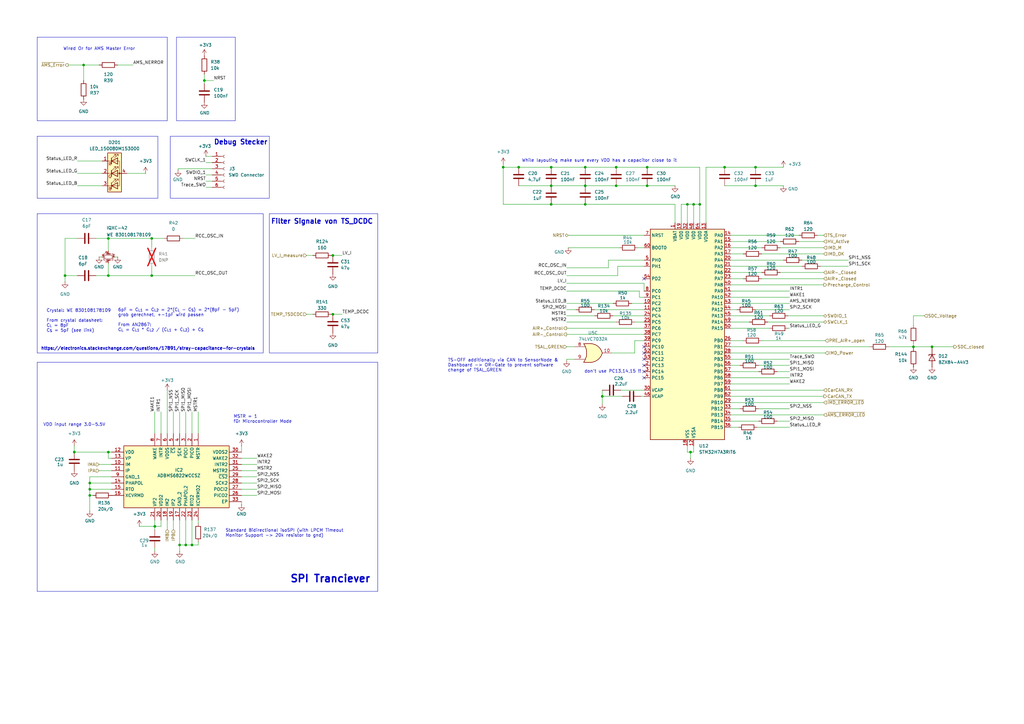
<source format=kicad_sch>
(kicad_sch
	(version 20231120)
	(generator "eeschema")
	(generator_version "8.0")
	(uuid "d4cbd48d-ba2a-4afc-b22e-0d9a16f2e6f3")
	(paper "A3")
	(lib_symbols
		(symbol "4xxx:4071"
			(pin_names
				(offset 1.016)
			)
			(exclude_from_sim no)
			(in_bom yes)
			(on_board yes)
			(property "Reference" "U"
				(at 0 1.27 0)
				(effects
					(font
						(size 1.27 1.27)
					)
				)
			)
			(property "Value" "4071"
				(at 0 -1.27 0)
				(effects
					(font
						(size 1.27 1.27)
					)
				)
			)
			(property "Footprint" ""
				(at 0 0 0)
				(effects
					(font
						(size 1.27 1.27)
					)
					(hide yes)
				)
			)
			(property "Datasheet" "http://www.intersil.com/content/dam/Intersil/documents/cd40/cd4071bms-72bms-75bms.pdf"
				(at 0 0 0)
				(effects
					(font
						(size 1.27 1.27)
					)
					(hide yes)
				)
			)
			(property "Description" "Quad Or 2 inputs"
				(at 0 0 0)
				(effects
					(font
						(size 1.27 1.27)
					)
					(hide yes)
				)
			)
			(property "ki_locked" ""
				(at 0 0 0)
				(effects
					(font
						(size 1.27 1.27)
					)
				)
			)
			(property "ki_keywords" "CMOS OR2"
				(at 0 0 0)
				(effects
					(font
						(size 1.27 1.27)
					)
					(hide yes)
				)
			)
			(property "ki_fp_filters" "DIP?14*"
				(at 0 0 0)
				(effects
					(font
						(size 1.27 1.27)
					)
					(hide yes)
				)
			)
			(symbol "4071_1_1"
				(arc
					(start -3.81 -3.81)
					(mid -2.589 0)
					(end -3.81 3.81)
					(stroke
						(width 0.254)
						(type default)
					)
					(fill
						(type none)
					)
				)
				(arc
					(start -0.6096 -3.81)
					(mid 2.1842 -2.5851)
					(end 3.81 0)
					(stroke
						(width 0.254)
						(type default)
					)
					(fill
						(type background)
					)
				)
				(polyline
					(pts
						(xy -3.81 -3.81) (xy -0.635 -3.81)
					)
					(stroke
						(width 0.254)
						(type default)
					)
					(fill
						(type background)
					)
				)
				(polyline
					(pts
						(xy -3.81 3.81) (xy -0.635 3.81)
					)
					(stroke
						(width 0.254)
						(type default)
					)
					(fill
						(type background)
					)
				)
				(polyline
					(pts
						(xy -0.635 3.81) (xy -3.81 3.81) (xy -3.81 3.81) (xy -3.556 3.4036) (xy -3.0226 2.2606) (xy -2.6924 1.0414)
						(xy -2.6162 -0.254) (xy -2.7686 -1.4986) (xy -3.175 -2.7178) (xy -3.81 -3.81) (xy -3.81 -3.81)
						(xy -0.635 -3.81)
					)
					(stroke
						(width -25.4)
						(type default)
					)
					(fill
						(type background)
					)
				)
				(arc
					(start 3.81 0)
					(mid 2.1915 2.5936)
					(end -0.6096 3.81)
					(stroke
						(width 0.254)
						(type default)
					)
					(fill
						(type background)
					)
				)
				(pin input line
					(at -7.62 2.54 0)
					(length 4.318)
					(name "~"
						(effects
							(font
								(size 1.27 1.27)
							)
						)
					)
					(number "1"
						(effects
							(font
								(size 1.27 1.27)
							)
						)
					)
				)
				(pin input line
					(at -7.62 -2.54 0)
					(length 4.318)
					(name "~"
						(effects
							(font
								(size 1.27 1.27)
							)
						)
					)
					(number "2"
						(effects
							(font
								(size 1.27 1.27)
							)
						)
					)
				)
				(pin output line
					(at 7.62 0 180)
					(length 3.81)
					(name "~"
						(effects
							(font
								(size 1.27 1.27)
							)
						)
					)
					(number "3"
						(effects
							(font
								(size 1.27 1.27)
							)
						)
					)
				)
			)
			(symbol "4071_1_2"
				(arc
					(start 0 -3.81)
					(mid 3.7934 0)
					(end 0 3.81)
					(stroke
						(width 0.254)
						(type default)
					)
					(fill
						(type background)
					)
				)
				(polyline
					(pts
						(xy 0 3.81) (xy -3.81 3.81) (xy -3.81 -3.81) (xy 0 -3.81)
					)
					(stroke
						(width 0.254)
						(type default)
					)
					(fill
						(type background)
					)
				)
				(pin input inverted
					(at -7.62 2.54 0)
					(length 3.81)
					(name "~"
						(effects
							(font
								(size 1.27 1.27)
							)
						)
					)
					(number "1"
						(effects
							(font
								(size 1.27 1.27)
							)
						)
					)
				)
				(pin input inverted
					(at -7.62 -2.54 0)
					(length 3.81)
					(name "~"
						(effects
							(font
								(size 1.27 1.27)
							)
						)
					)
					(number "2"
						(effects
							(font
								(size 1.27 1.27)
							)
						)
					)
				)
				(pin output inverted
					(at 7.62 0 180)
					(length 3.81)
					(name "~"
						(effects
							(font
								(size 1.27 1.27)
							)
						)
					)
					(number "3"
						(effects
							(font
								(size 1.27 1.27)
							)
						)
					)
				)
			)
			(symbol "4071_2_1"
				(arc
					(start -3.81 -3.81)
					(mid -2.589 0)
					(end -3.81 3.81)
					(stroke
						(width 0.254)
						(type default)
					)
					(fill
						(type none)
					)
				)
				(arc
					(start -0.6096 -3.81)
					(mid 2.1842 -2.5851)
					(end 3.81 0)
					(stroke
						(width 0.254)
						(type default)
					)
					(fill
						(type background)
					)
				)
				(polyline
					(pts
						(xy -3.81 -3.81) (xy -0.635 -3.81)
					)
					(stroke
						(width 0.254)
						(type default)
					)
					(fill
						(type background)
					)
				)
				(polyline
					(pts
						(xy -3.81 3.81) (xy -0.635 3.81)
					)
					(stroke
						(width 0.254)
						(type default)
					)
					(fill
						(type background)
					)
				)
				(polyline
					(pts
						(xy -0.635 3.81) (xy -3.81 3.81) (xy -3.81 3.81) (xy -3.556 3.4036) (xy -3.0226 2.2606) (xy -2.6924 1.0414)
						(xy -2.6162 -0.254) (xy -2.7686 -1.4986) (xy -3.175 -2.7178) (xy -3.81 -3.81) (xy -3.81 -3.81)
						(xy -0.635 -3.81)
					)
					(stroke
						(width -25.4)
						(type default)
					)
					(fill
						(type background)
					)
				)
				(arc
					(start 3.81 0)
					(mid 2.1915 2.5936)
					(end -0.6096 3.81)
					(stroke
						(width 0.254)
						(type default)
					)
					(fill
						(type background)
					)
				)
				(pin output line
					(at 7.62 0 180)
					(length 3.81)
					(name "~"
						(effects
							(font
								(size 1.27 1.27)
							)
						)
					)
					(number "4"
						(effects
							(font
								(size 1.27 1.27)
							)
						)
					)
				)
				(pin input line
					(at -7.62 2.54 0)
					(length 4.318)
					(name "~"
						(effects
							(font
								(size 1.27 1.27)
							)
						)
					)
					(number "5"
						(effects
							(font
								(size 1.27 1.27)
							)
						)
					)
				)
				(pin input line
					(at -7.62 -2.54 0)
					(length 4.318)
					(name "~"
						(effects
							(font
								(size 1.27 1.27)
							)
						)
					)
					(number "6"
						(effects
							(font
								(size 1.27 1.27)
							)
						)
					)
				)
			)
			(symbol "4071_2_2"
				(arc
					(start 0 -3.81)
					(mid 3.7934 0)
					(end 0 3.81)
					(stroke
						(width 0.254)
						(type default)
					)
					(fill
						(type background)
					)
				)
				(polyline
					(pts
						(xy 0 3.81) (xy -3.81 3.81) (xy -3.81 -3.81) (xy 0 -3.81)
					)
					(stroke
						(width 0.254)
						(type default)
					)
					(fill
						(type background)
					)
				)
				(pin output inverted
					(at 7.62 0 180)
					(length 3.81)
					(name "~"
						(effects
							(font
								(size 1.27 1.27)
							)
						)
					)
					(number "4"
						(effects
							(font
								(size 1.27 1.27)
							)
						)
					)
				)
				(pin input inverted
					(at -7.62 2.54 0)
					(length 3.81)
					(name "~"
						(effects
							(font
								(size 1.27 1.27)
							)
						)
					)
					(number "5"
						(effects
							(font
								(size 1.27 1.27)
							)
						)
					)
				)
				(pin input inverted
					(at -7.62 -2.54 0)
					(length 3.81)
					(name "~"
						(effects
							(font
								(size 1.27 1.27)
							)
						)
					)
					(number "6"
						(effects
							(font
								(size 1.27 1.27)
							)
						)
					)
				)
			)
			(symbol "4071_3_1"
				(arc
					(start -3.81 -3.81)
					(mid -2.589 0)
					(end -3.81 3.81)
					(stroke
						(width 0.254)
						(type default)
					)
					(fill
						(type none)
					)
				)
				(arc
					(start -0.6096 -3.81)
					(mid 2.1842 -2.5851)
					(end 3.81 0)
					(stroke
						(width 0.254)
						(type default)
					)
					(fill
						(type background)
					)
				)
				(polyline
					(pts
						(xy -3.81 -3.81) (xy -0.635 -3.81)
					)
					(stroke
						(width 0.254)
						(type default)
					)
					(fill
						(type background)
					)
				)
				(polyline
					(pts
						(xy -3.81 3.81) (xy -0.635 3.81)
					)
					(stroke
						(width 0.254)
						(type default)
					)
					(fill
						(type background)
					)
				)
				(polyline
					(pts
						(xy -0.635 3.81) (xy -3.81 3.81) (xy -3.81 3.81) (xy -3.556 3.4036) (xy -3.0226 2.2606) (xy -2.6924 1.0414)
						(xy -2.6162 -0.254) (xy -2.7686 -1.4986) (xy -3.175 -2.7178) (xy -3.81 -3.81) (xy -3.81 -3.81)
						(xy -0.635 -3.81)
					)
					(stroke
						(width -25.4)
						(type default)
					)
					(fill
						(type background)
					)
				)
				(arc
					(start 3.81 0)
					(mid 2.1915 2.5936)
					(end -0.6096 3.81)
					(stroke
						(width 0.254)
						(type default)
					)
					(fill
						(type background)
					)
				)
				(pin output line
					(at 7.62 0 180)
					(length 3.81)
					(name "~"
						(effects
							(font
								(size 1.27 1.27)
							)
						)
					)
					(number "10"
						(effects
							(font
								(size 1.27 1.27)
							)
						)
					)
				)
				(pin input line
					(at -7.62 2.54 0)
					(length 4.318)
					(name "~"
						(effects
							(font
								(size 1.27 1.27)
							)
						)
					)
					(number "8"
						(effects
							(font
								(size 1.27 1.27)
							)
						)
					)
				)
				(pin input line
					(at -7.62 -2.54 0)
					(length 4.318)
					(name "~"
						(effects
							(font
								(size 1.27 1.27)
							)
						)
					)
					(number "9"
						(effects
							(font
								(size 1.27 1.27)
							)
						)
					)
				)
			)
			(symbol "4071_3_2"
				(arc
					(start 0 -3.81)
					(mid 3.7934 0)
					(end 0 3.81)
					(stroke
						(width 0.254)
						(type default)
					)
					(fill
						(type background)
					)
				)
				(polyline
					(pts
						(xy 0 3.81) (xy -3.81 3.81) (xy -3.81 -3.81) (xy 0 -3.81)
					)
					(stroke
						(width 0.254)
						(type default)
					)
					(fill
						(type background)
					)
				)
				(pin output inverted
					(at 7.62 0 180)
					(length 3.81)
					(name "~"
						(effects
							(font
								(size 1.27 1.27)
							)
						)
					)
					(number "10"
						(effects
							(font
								(size 1.27 1.27)
							)
						)
					)
				)
				(pin input inverted
					(at -7.62 2.54 0)
					(length 3.81)
					(name "~"
						(effects
							(font
								(size 1.27 1.27)
							)
						)
					)
					(number "8"
						(effects
							(font
								(size 1.27 1.27)
							)
						)
					)
				)
				(pin input inverted
					(at -7.62 -2.54 0)
					(length 3.81)
					(name "~"
						(effects
							(font
								(size 1.27 1.27)
							)
						)
					)
					(number "9"
						(effects
							(font
								(size 1.27 1.27)
							)
						)
					)
				)
			)
			(symbol "4071_4_1"
				(arc
					(start -3.81 -3.81)
					(mid -2.589 0)
					(end -3.81 3.81)
					(stroke
						(width 0.254)
						(type default)
					)
					(fill
						(type none)
					)
				)
				(arc
					(start -0.6096 -3.81)
					(mid 2.1842 -2.5851)
					(end 3.81 0)
					(stroke
						(width 0.254)
						(type default)
					)
					(fill
						(type background)
					)
				)
				(polyline
					(pts
						(xy -3.81 -3.81) (xy -0.635 -3.81)
					)
					(stroke
						(width 0.254)
						(type default)
					)
					(fill
						(type background)
					)
				)
				(polyline
					(pts
						(xy -3.81 3.81) (xy -0.635 3.81)
					)
					(stroke
						(width 0.254)
						(type default)
					)
					(fill
						(type background)
					)
				)
				(polyline
					(pts
						(xy -0.635 3.81) (xy -3.81 3.81) (xy -3.81 3.81) (xy -3.556 3.4036) (xy -3.0226 2.2606) (xy -2.6924 1.0414)
						(xy -2.6162 -0.254) (xy -2.7686 -1.4986) (xy -3.175 -2.7178) (xy -3.81 -3.81) (xy -3.81 -3.81)
						(xy -0.635 -3.81)
					)
					(stroke
						(width -25.4)
						(type default)
					)
					(fill
						(type background)
					)
				)
				(arc
					(start 3.81 0)
					(mid 2.1915 2.5936)
					(end -0.6096 3.81)
					(stroke
						(width 0.254)
						(type default)
					)
					(fill
						(type background)
					)
				)
				(pin output line
					(at 7.62 0 180)
					(length 3.81)
					(name "~"
						(effects
							(font
								(size 1.27 1.27)
							)
						)
					)
					(number "11"
						(effects
							(font
								(size 1.27 1.27)
							)
						)
					)
				)
				(pin input line
					(at -7.62 2.54 0)
					(length 4.318)
					(name "~"
						(effects
							(font
								(size 1.27 1.27)
							)
						)
					)
					(number "12"
						(effects
							(font
								(size 1.27 1.27)
							)
						)
					)
				)
				(pin input line
					(at -7.62 -2.54 0)
					(length 4.318)
					(name "~"
						(effects
							(font
								(size 1.27 1.27)
							)
						)
					)
					(number "13"
						(effects
							(font
								(size 1.27 1.27)
							)
						)
					)
				)
			)
			(symbol "4071_4_2"
				(arc
					(start 0 -3.81)
					(mid 3.7934 0)
					(end 0 3.81)
					(stroke
						(width 0.254)
						(type default)
					)
					(fill
						(type background)
					)
				)
				(polyline
					(pts
						(xy 0 3.81) (xy -3.81 3.81) (xy -3.81 -3.81) (xy 0 -3.81)
					)
					(stroke
						(width 0.254)
						(type default)
					)
					(fill
						(type background)
					)
				)
				(pin output inverted
					(at 7.62 0 180)
					(length 3.81)
					(name "~"
						(effects
							(font
								(size 1.27 1.27)
							)
						)
					)
					(number "11"
						(effects
							(font
								(size 1.27 1.27)
							)
						)
					)
				)
				(pin input inverted
					(at -7.62 2.54 0)
					(length 3.81)
					(name "~"
						(effects
							(font
								(size 1.27 1.27)
							)
						)
					)
					(number "12"
						(effects
							(font
								(size 1.27 1.27)
							)
						)
					)
				)
				(pin input inverted
					(at -7.62 -2.54 0)
					(length 3.81)
					(name "~"
						(effects
							(font
								(size 1.27 1.27)
							)
						)
					)
					(number "13"
						(effects
							(font
								(size 1.27 1.27)
							)
						)
					)
				)
			)
			(symbol "4071_5_0"
				(pin power_in line
					(at 0 12.7 270)
					(length 5.08)
					(name "VDD"
						(effects
							(font
								(size 1.27 1.27)
							)
						)
					)
					(number "14"
						(effects
							(font
								(size 1.27 1.27)
							)
						)
					)
				)
				(pin power_in line
					(at 0 -12.7 90)
					(length 5.08)
					(name "VSS"
						(effects
							(font
								(size 1.27 1.27)
							)
						)
					)
					(number "7"
						(effects
							(font
								(size 1.27 1.27)
							)
						)
					)
				)
			)
			(symbol "4071_5_1"
				(rectangle
					(start -5.08 7.62)
					(end 5.08 -7.62)
					(stroke
						(width 0.254)
						(type default)
					)
					(fill
						(type background)
					)
				)
			)
		)
		(symbol "ADBMS6822WCCSZ_1"
			(exclude_from_sim no)
			(in_bom yes)
			(on_board yes)
			(property "Reference" "IC"
				(at 31.75 17.78 0)
				(effects
					(font
						(size 1.27 1.27)
					)
					(justify left top)
				)
			)
			(property "Value" "ADBMS6822WCCSZ"
				(at 31.75 15.24 0)
				(effects
					(font
						(size 1.27 1.27)
					)
					(justify left top)
				)
			)
			(property "Footprint" "QFN50P500X500X80-33N-D"
				(at 31.75 -84.76 0)
				(effects
					(font
						(size 1.27 1.27)
					)
					(justify left top)
					(hide yes)
				)
			)
			(property "Datasheet" "https://www.analog.com/ADBMS6822/datasheet"
				(at 31.75 -184.76 0)
				(effects
					(font
						(size 1.27 1.27)
					)
					(justify left top)
					(hide yes)
				)
			)
			(property "Description" " Up to 2 Mbps isolated bidirectional serial data communications  Drop in compatible: single (ADBMS6821) and dual (ADBMS6822)  Fully independent dual transceivers (ADBMS6822)  Simple galvanic isolation using capacitors or transformers  Bidirectional interface over a single twisted pair  Supports cable lengths up to 100 meters  Very low EMI susceptibility and emissions  LPCM support for ADBMS battery monitors  Interrupt output for LPCM system wake-up  4 Mbps unidirectional mode  Requires"
				(at 0 0 0)
				(effects
					(font
						(size 1.27 1.27)
					)
					(hide yes)
				)
			)
			(property "Height" "0.8"
				(at 31.75 -384.76 0)
				(effects
					(font
						(size 1.27 1.27)
					)
					(justify left top)
					(hide yes)
				)
			)
			(property "Manufacturer_Name" "Analog Devices"
				(at 31.75 -484.76 0)
				(effects
					(font
						(size 1.27 1.27)
					)
					(justify left top)
					(hide yes)
				)
			)
			(property "Manufacturer_Part_Number" "ADBMS6822WCCSZ"
				(at 31.75 -584.76 0)
				(effects
					(font
						(size 1.27 1.27)
					)
					(justify left top)
					(hide yes)
				)
			)
			(property "Mouser Part Number" "584-ADBMS6822WCCSZ"
				(at 31.75 -684.76 0)
				(effects
					(font
						(size 1.27 1.27)
					)
					(justify left top)
					(hide yes)
				)
			)
			(property "Mouser Price/Stock" "https://www.mouser.co.uk/ProductDetail/Analog-Devices/ADBMS6822WCCSZ?qs=4ASt3YYao0UVik%252BRUNLybw%3D%3D"
				(at 31.75 -784.76 0)
				(effects
					(font
						(size 1.27 1.27)
					)
					(justify left top)
					(hide yes)
				)
			)
			(property "Arrow Part Number" ""
				(at 31.75 -884.76 0)
				(effects
					(font
						(size 1.27 1.27)
					)
					(justify left top)
					(hide yes)
				)
			)
			(property "Arrow Price/Stock" ""
				(at 31.75 -984.76 0)
				(effects
					(font
						(size 1.27 1.27)
					)
					(justify left top)
					(hide yes)
				)
			)
			(symbol "ADBMS6822WCCSZ_1_1_1"
				(rectangle
					(start 5.08 12.7)
					(end 30.48 -30.48)
					(stroke
						(width 0.254)
						(type default)
					)
					(fill
						(type background)
					)
				)
				(pin passive line
					(at 0 0 0)
					(length 5.08)
					(name "MSTR"
						(effects
							(font
								(size 1.27 1.27)
							)
						)
					)
					(number "1"
						(effects
							(font
								(size 1.27 1.27)
							)
						)
					)
				)
				(pin passive line
					(at 12.7 -35.56 90)
					(length 5.08)
					(name "IM"
						(effects
							(font
								(size 1.27 1.27)
							)
						)
					)
					(number "10"
						(effects
							(font
								(size 1.27 1.27)
							)
						)
					)
				)
				(pin passive line
					(at 15.24 -35.56 90)
					(length 5.08)
					(name "IP"
						(effects
							(font
								(size 1.27 1.27)
							)
						)
					)
					(number "11"
						(effects
							(font
								(size 1.27 1.27)
							)
						)
					)
				)
				(pin passive line
					(at 7.62 -35.56 90)
					(length 5.08)
					(name "VDD"
						(effects
							(font
								(size 1.27 1.27)
							)
						)
					)
					(number "12"
						(effects
							(font
								(size 1.27 1.27)
							)
						)
					)
				)
				(pin passive line
					(at 10.16 -35.56 90)
					(length 5.08)
					(name "VP"
						(effects
							(font
								(size 1.27 1.27)
							)
						)
					)
					(number "13"
						(effects
							(font
								(size 1.27 1.27)
							)
						)
					)
				)
				(pin passive line
					(at 20.32 -35.56 90)
					(length 5.08)
					(name "PHAPOL"
						(effects
							(font
								(size 1.27 1.27)
							)
						)
					)
					(number "14"
						(effects
							(font
								(size 1.27 1.27)
							)
						)
					)
				)
				(pin passive line
					(at 22.86 -35.56 90)
					(length 5.08)
					(name "RTO"
						(effects
							(font
								(size 1.27 1.27)
							)
						)
					)
					(number "15"
						(effects
							(font
								(size 1.27 1.27)
							)
						)
					)
				)
				(pin passive line
					(at 25.4 -35.56 90)
					(length 5.08)
					(name "XCVRMD"
						(effects
							(font
								(size 1.27 1.27)
							)
						)
					)
					(number "16"
						(effects
							(font
								(size 1.27 1.27)
							)
						)
					)
				)
				(pin passive line
					(at 35.56 -7.62 180)
					(length 5.08)
					(name "GND_2"
						(effects
							(font
								(size 1.27 1.27)
							)
						)
					)
					(number "17"
						(effects
							(font
								(size 1.27 1.27)
							)
						)
					)
				)
				(pin passive line
					(at 35.56 -12.7 180)
					(length 5.08)
					(name "IM2"
						(effects
							(font
								(size 1.27 1.27)
							)
						)
					)
					(number "18"
						(effects
							(font
								(size 1.27 1.27)
							)
						)
					)
				)
				(pin passive line
					(at 35.56 -10.16 180)
					(length 5.08)
					(name "IP2"
						(effects
							(font
								(size 1.27 1.27)
							)
						)
					)
					(number "19"
						(effects
							(font
								(size 1.27 1.27)
							)
						)
					)
				)
				(pin passive line
					(at 0 -2.54 0)
					(length 5.08)
					(name "PICO"
						(effects
							(font
								(size 1.27 1.27)
							)
						)
					)
					(number "2"
						(effects
							(font
								(size 1.27 1.27)
							)
						)
					)
				)
				(pin passive line
					(at 35.56 -15.24 180)
					(length 5.08)
					(name "VDD2"
						(effects
							(font
								(size 1.27 1.27)
							)
						)
					)
					(number "20"
						(effects
							(font
								(size 1.27 1.27)
							)
						)
					)
				)
				(pin passive line
					(at 35.56 -17.78 180)
					(length 5.08)
					(name "VP2"
						(effects
							(font
								(size 1.27 1.27)
							)
						)
					)
					(number "21"
						(effects
							(font
								(size 1.27 1.27)
							)
						)
					)
				)
				(pin passive line
					(at 35.56 -5.08 180)
					(length 5.08)
					(name "PHAPOL2"
						(effects
							(font
								(size 1.27 1.27)
							)
						)
					)
					(number "22"
						(effects
							(font
								(size 1.27 1.27)
							)
						)
					)
				)
				(pin passive line
					(at 35.56 -2.54 180)
					(length 5.08)
					(name "RTO2"
						(effects
							(font
								(size 1.27 1.27)
							)
						)
					)
					(number "23"
						(effects
							(font
								(size 1.27 1.27)
							)
						)
					)
				)
				(pin passive line
					(at 35.56 0 180)
					(length 5.08)
					(name "XCVRMD2"
						(effects
							(font
								(size 1.27 1.27)
							)
						)
					)
					(number "24"
						(effects
							(font
								(size 1.27 1.27)
							)
						)
					)
				)
				(pin passive line
					(at 15.24 17.78 270)
					(length 5.08)
					(name "MSTR2"
						(effects
							(font
								(size 1.27 1.27)
							)
						)
					)
					(number "25"
						(effects
							(font
								(size 1.27 1.27)
							)
						)
					)
				)
				(pin passive line
					(at 25.4 17.78 270)
					(length 5.08)
					(name "PICO2"
						(effects
							(font
								(size 1.27 1.27)
							)
						)
					)
					(number "26"
						(effects
							(font
								(size 1.27 1.27)
							)
						)
					)
				)
				(pin passive line
					(at 22.86 17.78 270)
					(length 5.08)
					(name "POCI2"
						(effects
							(font
								(size 1.27 1.27)
							)
						)
					)
					(number "27"
						(effects
							(font
								(size 1.27 1.27)
							)
						)
					)
				)
				(pin passive line
					(at 20.32 17.78 270)
					(length 5.08)
					(name "SCK2"
						(effects
							(font
								(size 1.27 1.27)
							)
						)
					)
					(number "28"
						(effects
							(font
								(size 1.27 1.27)
							)
						)
					)
				)
				(pin passive line
					(at 17.78 17.78 270)
					(length 5.08)
					(name "~{CS2}"
						(effects
							(font
								(size 1.27 1.27)
							)
						)
					)
					(number "29"
						(effects
							(font
								(size 1.27 1.27)
							)
						)
					)
				)
				(pin passive line
					(at 0 -5.08 0)
					(length 5.08)
					(name "POCI"
						(effects
							(font
								(size 1.27 1.27)
							)
						)
					)
					(number "3"
						(effects
							(font
								(size 1.27 1.27)
							)
						)
					)
				)
				(pin passive line
					(at 7.62 17.78 270)
					(length 5.08)
					(name "VDDS2"
						(effects
							(font
								(size 1.27 1.27)
							)
						)
					)
					(number "30"
						(effects
							(font
								(size 1.27 1.27)
							)
						)
					)
				)
				(pin passive line
					(at 12.7 17.78 270)
					(length 5.08)
					(name "INTR2"
						(effects
							(font
								(size 1.27 1.27)
							)
						)
					)
					(number "31"
						(effects
							(font
								(size 1.27 1.27)
							)
						)
					)
				)
				(pin passive line
					(at 10.16 17.78 270)
					(length 5.08)
					(name "WAKE2"
						(effects
							(font
								(size 1.27 1.27)
							)
						)
					)
					(number "32"
						(effects
							(font
								(size 1.27 1.27)
							)
						)
					)
				)
				(pin passive line
					(at 27.94 17.78 270)
					(length 5.08)
					(name "EP"
						(effects
							(font
								(size 1.27 1.27)
							)
						)
					)
					(number "33"
						(effects
							(font
								(size 1.27 1.27)
							)
						)
					)
				)
				(pin passive line
					(at 0 -7.62 0)
					(length 5.08)
					(name "SCK"
						(effects
							(font
								(size 1.27 1.27)
							)
						)
					)
					(number "4"
						(effects
							(font
								(size 1.27 1.27)
							)
						)
					)
				)
				(pin passive line
					(at 0 -10.16 0)
					(length 5.08)
					(name "~{CS}"
						(effects
							(font
								(size 1.27 1.27)
							)
						)
					)
					(number "5"
						(effects
							(font
								(size 1.27 1.27)
							)
						)
					)
				)
				(pin passive line
					(at 0 -12.7 0)
					(length 5.08)
					(name "VDDS"
						(effects
							(font
								(size 1.27 1.27)
							)
						)
					)
					(number "6"
						(effects
							(font
								(size 1.27 1.27)
							)
						)
					)
				)
				(pin passive line
					(at 0 -15.24 0)
					(length 5.08)
					(name "INTR"
						(effects
							(font
								(size 1.27 1.27)
							)
						)
					)
					(number "7"
						(effects
							(font
								(size 1.27 1.27)
							)
						)
					)
				)
				(pin passive line
					(at 0 -17.78 0)
					(length 5.08)
					(name "WAKE"
						(effects
							(font
								(size 1.27 1.27)
							)
						)
					)
					(number "8"
						(effects
							(font
								(size 1.27 1.27)
							)
						)
					)
				)
				(pin passive line
					(at 17.78 -35.56 90)
					(length 5.08)
					(name "GND_1"
						(effects
							(font
								(size 1.27 1.27)
							)
						)
					)
					(number "9"
						(effects
							(font
								(size 1.27 1.27)
							)
						)
					)
				)
			)
		)
		(symbol "Connector:Conn_01x06_Female"
			(pin_names
				(offset 1.016) hide)
			(exclude_from_sim no)
			(in_bom yes)
			(on_board yes)
			(property "Reference" "J"
				(at 0 7.62 0)
				(effects
					(font
						(size 1.27 1.27)
					)
				)
			)
			(property "Value" "Conn_01x06_Female"
				(at 0 -10.16 0)
				(effects
					(font
						(size 1.27 1.27)
					)
				)
			)
			(property "Footprint" ""
				(at 0 0 0)
				(effects
					(font
						(size 1.27 1.27)
					)
					(hide yes)
				)
			)
			(property "Datasheet" "~"
				(at 0 0 0)
				(effects
					(font
						(size 1.27 1.27)
					)
					(hide yes)
				)
			)
			(property "Description" "Generic connector, single row, 01x06, script generated (kicad-library-utils/schlib/autogen/connector/)"
				(at 0 0 0)
				(effects
					(font
						(size 1.27 1.27)
					)
					(hide yes)
				)
			)
			(property "ki_keywords" "connector"
				(at 0 0 0)
				(effects
					(font
						(size 1.27 1.27)
					)
					(hide yes)
				)
			)
			(property "ki_fp_filters" "Connector*:*_1x??_*"
				(at 0 0 0)
				(effects
					(font
						(size 1.27 1.27)
					)
					(hide yes)
				)
			)
			(symbol "Conn_01x06_Female_1_1"
				(arc
					(start 0 -7.112)
					(mid -0.5058 -7.62)
					(end 0 -8.128)
					(stroke
						(width 0.1524)
						(type default)
					)
					(fill
						(type none)
					)
				)
				(arc
					(start 0 -4.572)
					(mid -0.5058 -5.08)
					(end 0 -5.588)
					(stroke
						(width 0.1524)
						(type default)
					)
					(fill
						(type none)
					)
				)
				(arc
					(start 0 -2.032)
					(mid -0.5058 -2.54)
					(end 0 -3.048)
					(stroke
						(width 0.1524)
						(type default)
					)
					(fill
						(type none)
					)
				)
				(polyline
					(pts
						(xy -1.27 -7.62) (xy -0.508 -7.62)
					)
					(stroke
						(width 0.1524)
						(type default)
					)
					(fill
						(type none)
					)
				)
				(polyline
					(pts
						(xy -1.27 -5.08) (xy -0.508 -5.08)
					)
					(stroke
						(width 0.1524)
						(type default)
					)
					(fill
						(type none)
					)
				)
				(polyline
					(pts
						(xy -1.27 -2.54) (xy -0.508 -2.54)
					)
					(stroke
						(width 0.1524)
						(type default)
					)
					(fill
						(type none)
					)
				)
				(polyline
					(pts
						(xy -1.27 0) (xy -0.508 0)
					)
					(stroke
						(width 0.1524)
						(type default)
					)
					(fill
						(type none)
					)
				)
				(polyline
					(pts
						(xy -1.27 2.54) (xy -0.508 2.54)
					)
					(stroke
						(width 0.1524)
						(type default)
					)
					(fill
						(type none)
					)
				)
				(polyline
					(pts
						(xy -1.27 5.08) (xy -0.508 5.08)
					)
					(stroke
						(width 0.1524)
						(type default)
					)
					(fill
						(type none)
					)
				)
				(arc
					(start 0 0.508)
					(mid -0.5058 0)
					(end 0 -0.508)
					(stroke
						(width 0.1524)
						(type default)
					)
					(fill
						(type none)
					)
				)
				(arc
					(start 0 3.048)
					(mid -0.5058 2.54)
					(end 0 2.032)
					(stroke
						(width 0.1524)
						(type default)
					)
					(fill
						(type none)
					)
				)
				(arc
					(start 0 5.588)
					(mid -0.5058 5.08)
					(end 0 4.572)
					(stroke
						(width 0.1524)
						(type default)
					)
					(fill
						(type none)
					)
				)
				(pin passive line
					(at -5.08 5.08 0)
					(length 3.81)
					(name "Pin_1"
						(effects
							(font
								(size 1.27 1.27)
							)
						)
					)
					(number "1"
						(effects
							(font
								(size 1.27 1.27)
							)
						)
					)
				)
				(pin passive line
					(at -5.08 2.54 0)
					(length 3.81)
					(name "Pin_2"
						(effects
							(font
								(size 1.27 1.27)
							)
						)
					)
					(number "2"
						(effects
							(font
								(size 1.27 1.27)
							)
						)
					)
				)
				(pin passive line
					(at -5.08 0 0)
					(length 3.81)
					(name "Pin_3"
						(effects
							(font
								(size 1.27 1.27)
							)
						)
					)
					(number "3"
						(effects
							(font
								(size 1.27 1.27)
							)
						)
					)
				)
				(pin passive line
					(at -5.08 -2.54 0)
					(length 3.81)
					(name "Pin_4"
						(effects
							(font
								(size 1.27 1.27)
							)
						)
					)
					(number "4"
						(effects
							(font
								(size 1.27 1.27)
							)
						)
					)
				)
				(pin passive line
					(at -5.08 -5.08 0)
					(length 3.81)
					(name "Pin_5"
						(effects
							(font
								(size 1.27 1.27)
							)
						)
					)
					(number "5"
						(effects
							(font
								(size 1.27 1.27)
							)
						)
					)
				)
				(pin passive line
					(at -5.08 -7.62 0)
					(length 3.81)
					(name "Pin_6"
						(effects
							(font
								(size 1.27 1.27)
							)
						)
					)
					(number "6"
						(effects
							(font
								(size 1.27 1.27)
							)
						)
					)
				)
			)
		)
		(symbol "Device:C"
			(pin_numbers hide)
			(pin_names
				(offset 0.254)
			)
			(exclude_from_sim no)
			(in_bom yes)
			(on_board yes)
			(property "Reference" "C"
				(at 0.635 2.54 0)
				(effects
					(font
						(size 1.27 1.27)
					)
					(justify left)
				)
			)
			(property "Value" "C"
				(at 0.635 -2.54 0)
				(effects
					(font
						(size 1.27 1.27)
					)
					(justify left)
				)
			)
			(property "Footprint" ""
				(at 0.9652 -3.81 0)
				(effects
					(font
						(size 1.27 1.27)
					)
					(hide yes)
				)
			)
			(property "Datasheet" "~"
				(at 0 0 0)
				(effects
					(font
						(size 1.27 1.27)
					)
					(hide yes)
				)
			)
			(property "Description" "Unpolarized capacitor"
				(at 0 0 0)
				(effects
					(font
						(size 1.27 1.27)
					)
					(hide yes)
				)
			)
			(property "ki_keywords" "cap capacitor"
				(at 0 0 0)
				(effects
					(font
						(size 1.27 1.27)
					)
					(hide yes)
				)
			)
			(property "ki_fp_filters" "C_*"
				(at 0 0 0)
				(effects
					(font
						(size 1.27 1.27)
					)
					(hide yes)
				)
			)
			(symbol "C_0_1"
				(polyline
					(pts
						(xy -2.032 -0.762) (xy 2.032 -0.762)
					)
					(stroke
						(width 0.508)
						(type default)
					)
					(fill
						(type none)
					)
				)
				(polyline
					(pts
						(xy -2.032 0.762) (xy 2.032 0.762)
					)
					(stroke
						(width 0.508)
						(type default)
					)
					(fill
						(type none)
					)
				)
			)
			(symbol "C_1_1"
				(pin passive line
					(at 0 3.81 270)
					(length 2.794)
					(name "~"
						(effects
							(font
								(size 1.27 1.27)
							)
						)
					)
					(number "1"
						(effects
							(font
								(size 1.27 1.27)
							)
						)
					)
				)
				(pin passive line
					(at 0 -3.81 90)
					(length 2.794)
					(name "~"
						(effects
							(font
								(size 1.27 1.27)
							)
						)
					)
					(number "2"
						(effects
							(font
								(size 1.27 1.27)
							)
						)
					)
				)
			)
		)
		(symbol "Device:Crystal_GND24_Small"
			(pin_names
				(offset 1.016) hide)
			(exclude_from_sim no)
			(in_bom yes)
			(on_board yes)
			(property "Reference" "Y"
				(at 1.27 4.445 0)
				(effects
					(font
						(size 1.27 1.27)
					)
					(justify left)
				)
			)
			(property "Value" "Crystal_GND24_Small"
				(at 1.27 2.54 0)
				(effects
					(font
						(size 1.27 1.27)
					)
					(justify left)
				)
			)
			(property "Footprint" ""
				(at 0 0 0)
				(effects
					(font
						(size 1.27 1.27)
					)
					(hide yes)
				)
			)
			(property "Datasheet" "~"
				(at 0 0 0)
				(effects
					(font
						(size 1.27 1.27)
					)
					(hide yes)
				)
			)
			(property "Description" "Four pin crystal, GND on pins 2 and 4, small symbol"
				(at 0 0 0)
				(effects
					(font
						(size 1.27 1.27)
					)
					(hide yes)
				)
			)
			(property "ki_keywords" "quartz ceramic resonator oscillator"
				(at 0 0 0)
				(effects
					(font
						(size 1.27 1.27)
					)
					(hide yes)
				)
			)
			(property "ki_fp_filters" "Crystal*"
				(at 0 0 0)
				(effects
					(font
						(size 1.27 1.27)
					)
					(hide yes)
				)
			)
			(symbol "Crystal_GND24_Small_0_1"
				(rectangle
					(start -0.762 -1.524)
					(end 0.762 1.524)
					(stroke
						(width 0)
						(type default)
					)
					(fill
						(type none)
					)
				)
				(polyline
					(pts
						(xy -1.27 -0.762) (xy -1.27 0.762)
					)
					(stroke
						(width 0.381)
						(type default)
					)
					(fill
						(type none)
					)
				)
				(polyline
					(pts
						(xy 1.27 -0.762) (xy 1.27 0.762)
					)
					(stroke
						(width 0.381)
						(type default)
					)
					(fill
						(type none)
					)
				)
				(polyline
					(pts
						(xy -1.27 -1.27) (xy -1.27 -1.905) (xy 1.27 -1.905) (xy 1.27 -1.27)
					)
					(stroke
						(width 0)
						(type default)
					)
					(fill
						(type none)
					)
				)
				(polyline
					(pts
						(xy -1.27 1.27) (xy -1.27 1.905) (xy 1.27 1.905) (xy 1.27 1.27)
					)
					(stroke
						(width 0)
						(type default)
					)
					(fill
						(type none)
					)
				)
			)
			(symbol "Crystal_GND24_Small_1_1"
				(pin passive line
					(at -2.54 0 0)
					(length 1.27)
					(name "1"
						(effects
							(font
								(size 1.27 1.27)
							)
						)
					)
					(number "1"
						(effects
							(font
								(size 0.762 0.762)
							)
						)
					)
				)
				(pin passive line
					(at 0 -2.54 90)
					(length 0.635)
					(name "2"
						(effects
							(font
								(size 1.27 1.27)
							)
						)
					)
					(number "2"
						(effects
							(font
								(size 0.762 0.762)
							)
						)
					)
				)
				(pin passive line
					(at 2.54 0 180)
					(length 1.27)
					(name "3"
						(effects
							(font
								(size 1.27 1.27)
							)
						)
					)
					(number "3"
						(effects
							(font
								(size 0.762 0.762)
							)
						)
					)
				)
				(pin passive line
					(at 0 2.54 270)
					(length 0.635)
					(name "4"
						(effects
							(font
								(size 1.27 1.27)
							)
						)
					)
					(number "4"
						(effects
							(font
								(size 0.762 0.762)
							)
						)
					)
				)
			)
		)
		(symbol "Device:LED_RGBA"
			(pin_names
				(offset 0) hide)
			(exclude_from_sim no)
			(in_bom yes)
			(on_board yes)
			(property "Reference" "D"
				(at 0 9.398 0)
				(effects
					(font
						(size 1.27 1.27)
					)
				)
			)
			(property "Value" "LED_RGBA"
				(at 0 -8.89 0)
				(effects
					(font
						(size 1.27 1.27)
					)
				)
			)
			(property "Footprint" ""
				(at 0 -1.27 0)
				(effects
					(font
						(size 1.27 1.27)
					)
					(hide yes)
				)
			)
			(property "Datasheet" "~"
				(at 0 -1.27 0)
				(effects
					(font
						(size 1.27 1.27)
					)
					(hide yes)
				)
			)
			(property "Description" "RGB LED, red/green/blue/anode"
				(at 0 0 0)
				(effects
					(font
						(size 1.27 1.27)
					)
					(hide yes)
				)
			)
			(property "ki_keywords" "LED RGB diode"
				(at 0 0 0)
				(effects
					(font
						(size 1.27 1.27)
					)
					(hide yes)
				)
			)
			(property "ki_fp_filters" "LED* LED_SMD:* LED_THT:*"
				(at 0 0 0)
				(effects
					(font
						(size 1.27 1.27)
					)
					(hide yes)
				)
			)
			(symbol "LED_RGBA_0_0"
				(text "B"
					(at -1.905 -6.35 0)
					(effects
						(font
							(size 1.27 1.27)
						)
					)
				)
				(text "G"
					(at -1.905 -1.27 0)
					(effects
						(font
							(size 1.27 1.27)
						)
					)
				)
				(text "R"
					(at -1.905 3.81 0)
					(effects
						(font
							(size 1.27 1.27)
						)
					)
				)
			)
			(symbol "LED_RGBA_0_1"
				(polyline
					(pts
						(xy -1.27 -5.08) (xy -2.54 -5.08)
					)
					(stroke
						(width 0)
						(type default)
					)
					(fill
						(type none)
					)
				)
				(polyline
					(pts
						(xy -1.27 -5.08) (xy 1.27 -5.08)
					)
					(stroke
						(width 0)
						(type default)
					)
					(fill
						(type none)
					)
				)
				(polyline
					(pts
						(xy -1.27 -3.81) (xy -1.27 -6.35)
					)
					(stroke
						(width 0.254)
						(type default)
					)
					(fill
						(type none)
					)
				)
				(polyline
					(pts
						(xy -1.27 0) (xy -2.54 0)
					)
					(stroke
						(width 0)
						(type default)
					)
					(fill
						(type none)
					)
				)
				(polyline
					(pts
						(xy -1.27 1.27) (xy -1.27 -1.27)
					)
					(stroke
						(width 0.254)
						(type default)
					)
					(fill
						(type none)
					)
				)
				(polyline
					(pts
						(xy -1.27 5.08) (xy -2.54 5.08)
					)
					(stroke
						(width 0)
						(type default)
					)
					(fill
						(type none)
					)
				)
				(polyline
					(pts
						(xy -1.27 5.08) (xy 1.27 5.08)
					)
					(stroke
						(width 0)
						(type default)
					)
					(fill
						(type none)
					)
				)
				(polyline
					(pts
						(xy -1.27 6.35) (xy -1.27 3.81)
					)
					(stroke
						(width 0.254)
						(type default)
					)
					(fill
						(type none)
					)
				)
				(polyline
					(pts
						(xy 1.27 0) (xy -1.27 0)
					)
					(stroke
						(width 0)
						(type default)
					)
					(fill
						(type none)
					)
				)
				(polyline
					(pts
						(xy 1.27 0) (xy 2.54 0)
					)
					(stroke
						(width 0)
						(type default)
					)
					(fill
						(type none)
					)
				)
				(polyline
					(pts
						(xy -1.27 1.27) (xy -1.27 -1.27) (xy -1.27 -1.27)
					)
					(stroke
						(width 0)
						(type default)
					)
					(fill
						(type none)
					)
				)
				(polyline
					(pts
						(xy -1.27 6.35) (xy -1.27 3.81) (xy -1.27 3.81)
					)
					(stroke
						(width 0)
						(type default)
					)
					(fill
						(type none)
					)
				)
				(polyline
					(pts
						(xy 1.27 -5.08) (xy 2.032 -5.08) (xy 2.032 5.08) (xy 1.27 5.08)
					)
					(stroke
						(width 0)
						(type default)
					)
					(fill
						(type none)
					)
				)
				(polyline
					(pts
						(xy 1.27 -3.81) (xy 1.27 -6.35) (xy -1.27 -5.08) (xy 1.27 -3.81)
					)
					(stroke
						(width 0.254)
						(type default)
					)
					(fill
						(type none)
					)
				)
				(polyline
					(pts
						(xy 1.27 1.27) (xy 1.27 -1.27) (xy -1.27 0) (xy 1.27 1.27)
					)
					(stroke
						(width 0.254)
						(type default)
					)
					(fill
						(type none)
					)
				)
				(polyline
					(pts
						(xy 1.27 6.35) (xy 1.27 3.81) (xy -1.27 5.08) (xy 1.27 6.35)
					)
					(stroke
						(width 0.254)
						(type default)
					)
					(fill
						(type none)
					)
				)
				(polyline
					(pts
						(xy -1.016 -3.81) (xy 0.508 -2.286) (xy -0.254 -2.286) (xy 0.508 -2.286) (xy 0.508 -3.048)
					)
					(stroke
						(width 0)
						(type default)
					)
					(fill
						(type none)
					)
				)
				(polyline
					(pts
						(xy -1.016 1.27) (xy 0.508 2.794) (xy -0.254 2.794) (xy 0.508 2.794) (xy 0.508 2.032)
					)
					(stroke
						(width 0)
						(type default)
					)
					(fill
						(type none)
					)
				)
				(polyline
					(pts
						(xy -1.016 6.35) (xy 0.508 7.874) (xy -0.254 7.874) (xy 0.508 7.874) (xy 0.508 7.112)
					)
					(stroke
						(width 0)
						(type default)
					)
					(fill
						(type none)
					)
				)
				(polyline
					(pts
						(xy 0 -3.81) (xy 1.524 -2.286) (xy 0.762 -2.286) (xy 1.524 -2.286) (xy 1.524 -3.048)
					)
					(stroke
						(width 0)
						(type default)
					)
					(fill
						(type none)
					)
				)
				(polyline
					(pts
						(xy 0 1.27) (xy 1.524 2.794) (xy 0.762 2.794) (xy 1.524 2.794) (xy 1.524 2.032)
					)
					(stroke
						(width 0)
						(type default)
					)
					(fill
						(type none)
					)
				)
				(polyline
					(pts
						(xy 0 6.35) (xy 1.524 7.874) (xy 0.762 7.874) (xy 1.524 7.874) (xy 1.524 7.112)
					)
					(stroke
						(width 0)
						(type default)
					)
					(fill
						(type none)
					)
				)
				(rectangle
					(start 1.27 -1.27)
					(end 1.27 1.27)
					(stroke
						(width 0)
						(type default)
					)
					(fill
						(type none)
					)
				)
				(rectangle
					(start 1.27 1.27)
					(end 1.27 1.27)
					(stroke
						(width 0)
						(type default)
					)
					(fill
						(type none)
					)
				)
				(rectangle
					(start 1.27 3.81)
					(end 1.27 6.35)
					(stroke
						(width 0)
						(type default)
					)
					(fill
						(type none)
					)
				)
				(rectangle
					(start 1.27 6.35)
					(end 1.27 6.35)
					(stroke
						(width 0)
						(type default)
					)
					(fill
						(type none)
					)
				)
				(circle
					(center 2.032 0)
					(radius 0.254)
					(stroke
						(width 0)
						(type default)
					)
					(fill
						(type outline)
					)
				)
				(rectangle
					(start 2.794 8.382)
					(end -2.794 -7.62)
					(stroke
						(width 0.254)
						(type default)
					)
					(fill
						(type background)
					)
				)
			)
			(symbol "LED_RGBA_1_1"
				(pin passive line
					(at -5.08 5.08 0)
					(length 2.54)
					(name "RK"
						(effects
							(font
								(size 1.27 1.27)
							)
						)
					)
					(number "1"
						(effects
							(font
								(size 1.27 1.27)
							)
						)
					)
				)
				(pin passive line
					(at -5.08 0 0)
					(length 2.54)
					(name "GK"
						(effects
							(font
								(size 1.27 1.27)
							)
						)
					)
					(number "2"
						(effects
							(font
								(size 1.27 1.27)
							)
						)
					)
				)
				(pin passive line
					(at -5.08 -5.08 0)
					(length 2.54)
					(name "BK"
						(effects
							(font
								(size 1.27 1.27)
							)
						)
					)
					(number "3"
						(effects
							(font
								(size 1.27 1.27)
							)
						)
					)
				)
				(pin passive line
					(at 5.08 0 180)
					(length 2.54)
					(name "A"
						(effects
							(font
								(size 1.27 1.27)
							)
						)
					)
					(number "4"
						(effects
							(font
								(size 1.27 1.27)
							)
						)
					)
				)
			)
		)
		(symbol "Device:R"
			(pin_numbers hide)
			(pin_names
				(offset 0)
			)
			(exclude_from_sim no)
			(in_bom yes)
			(on_board yes)
			(property "Reference" "R"
				(at 2.032 0 90)
				(effects
					(font
						(size 1.27 1.27)
					)
				)
			)
			(property "Value" "R"
				(at 0 0 90)
				(effects
					(font
						(size 1.27 1.27)
					)
				)
			)
			(property "Footprint" ""
				(at -1.778 0 90)
				(effects
					(font
						(size 1.27 1.27)
					)
					(hide yes)
				)
			)
			(property "Datasheet" "~"
				(at 0 0 0)
				(effects
					(font
						(size 1.27 1.27)
					)
					(hide yes)
				)
			)
			(property "Description" "Resistor"
				(at 0 0 0)
				(effects
					(font
						(size 1.27 1.27)
					)
					(hide yes)
				)
			)
			(property "ki_keywords" "R res resistor"
				(at 0 0 0)
				(effects
					(font
						(size 1.27 1.27)
					)
					(hide yes)
				)
			)
			(property "ki_fp_filters" "R_*"
				(at 0 0 0)
				(effects
					(font
						(size 1.27 1.27)
					)
					(hide yes)
				)
			)
			(symbol "R_0_1"
				(rectangle
					(start -1.016 -2.54)
					(end 1.016 2.54)
					(stroke
						(width 0.254)
						(type default)
					)
					(fill
						(type none)
					)
				)
			)
			(symbol "R_1_1"
				(pin passive line
					(at 0 3.81 270)
					(length 1.27)
					(name "~"
						(effects
							(font
								(size 1.27 1.27)
							)
						)
					)
					(number "1"
						(effects
							(font
								(size 1.27 1.27)
							)
						)
					)
				)
				(pin passive line
					(at 0 -3.81 90)
					(length 1.27)
					(name "~"
						(effects
							(font
								(size 1.27 1.27)
							)
						)
					)
					(number "2"
						(effects
							(font
								(size 1.27 1.27)
							)
						)
					)
				)
			)
		)
		(symbol "MCU_ST_STM32H7:STM32H7A3R_G-I_Tx"
			(exclude_from_sim no)
			(in_bom yes)
			(on_board yes)
			(property "Reference" "U"
				(at -15.24 44.45 0)
				(effects
					(font
						(size 1.27 1.27)
					)
					(justify left)
				)
			)
			(property "Value" "STM32H7A3R_G-I_Tx"
				(at 10.16 44.45 0)
				(effects
					(font
						(size 1.27 1.27)
					)
					(justify left)
				)
			)
			(property "Footprint" "Package_QFP:LQFP-64_10x10mm_P0.5mm"
				(at -15.24 -43.18 0)
				(effects
					(font
						(size 1.27 1.27)
					)
					(justify right)
					(hide yes)
				)
			)
			(property "Datasheet" "https://www.st.com/resource/en/datasheet/stm32h7a3rg.pdf"
				(at 0 0 0)
				(effects
					(font
						(size 1.27 1.27)
					)
					(hide yes)
				)
			)
			(property "Description" "STMicroelectronics Arm Cortex-M7 MCU, 1024-2048KB flash, 1184KB RAM, 280 MHz, 1.62-3.6V, 49 GPIO, LQFP64"
				(at 0 0 0)
				(effects
					(font
						(size 1.27 1.27)
					)
					(hide yes)
				)
			)
			(property "ki_locked" ""
				(at 0 0 0)
				(effects
					(font
						(size 1.27 1.27)
					)
				)
			)
			(property "ki_keywords" "Arm Cortex-M7 STM32H7 STM32H7A3/7B3"
				(at 0 0 0)
				(effects
					(font
						(size 1.27 1.27)
					)
					(hide yes)
				)
			)
			(property "ki_fp_filters" "LQFP*10x10mm*P0.5mm*"
				(at 0 0 0)
				(effects
					(font
						(size 1.27 1.27)
					)
					(hide yes)
				)
			)
			(symbol "STM32H7A3R_G-I_Tx_0_1"
				(rectangle
					(start -15.24 -43.18)
					(end 15.24 43.18)
					(stroke
						(width 0.254)
						(type default)
					)
					(fill
						(type background)
					)
				)
			)
			(symbol "STM32H7A3R_G-I_Tx_1_1"
				(pin power_in line
					(at -5.08 45.72 270)
					(length 2.54)
					(name "VBAT"
						(effects
							(font
								(size 1.27 1.27)
							)
						)
					)
					(number "1"
						(effects
							(font
								(size 1.27 1.27)
							)
						)
					)
				)
				(pin bidirectional line
					(at -17.78 12.7 0)
					(length 2.54)
					(name "PC2"
						(effects
							(font
								(size 1.27 1.27)
							)
						)
					)
					(number "10"
						(effects
							(font
								(size 1.27 1.27)
							)
						)
					)
					(alternate "ADC1_INN11" bidirectional line)
					(alternate "ADC1_INP12" bidirectional line)
					(alternate "ADC2_INN11" bidirectional line)
					(alternate "ADC2_INP12" bidirectional line)
					(alternate "DFSDM1_CKIN1" bidirectional line)
					(alternate "DFSDM1_CKOUT" bidirectional line)
					(alternate "I2S2_SDI" bidirectional line)
					(alternate "OCTOSPIM_P1_IO2" bidirectional line)
					(alternate "OCTOSPIM_P1_IO5" bidirectional line)
					(alternate "PWR_CSTOP" bidirectional line)
					(alternate "SPI2_MISO" bidirectional line)
					(alternate "USB_OTG_HS_ULPI_DIR" bidirectional line)
				)
				(pin bidirectional line
					(at -17.78 10.16 0)
					(length 2.54)
					(name "PC3"
						(effects
							(font
								(size 1.27 1.27)
							)
						)
					)
					(number "11"
						(effects
							(font
								(size 1.27 1.27)
							)
						)
					)
					(alternate "ADC1_INN12" bidirectional line)
					(alternate "ADC1_INP13" bidirectional line)
					(alternate "ADC2_INN12" bidirectional line)
					(alternate "ADC2_INP13" bidirectional line)
					(alternate "DFSDM1_DATIN1" bidirectional line)
					(alternate "I2S2_SDO" bidirectional line)
					(alternate "OCTOSPIM_P1_IO0" bidirectional line)
					(alternate "OCTOSPIM_P1_IO6" bidirectional line)
					(alternate "PWR_CSLEEP" bidirectional line)
					(alternate "SPI2_MOSI" bidirectional line)
					(alternate "USB_OTG_HS_ULPI_NXT" bidirectional line)
				)
				(pin power_in line
					(at 2.54 -45.72 90)
					(length 2.54)
					(name "VSSA"
						(effects
							(font
								(size 1.27 1.27)
							)
						)
					)
					(number "12"
						(effects
							(font
								(size 1.27 1.27)
							)
						)
					)
				)
				(pin power_in line
					(at 7.62 45.72 270)
					(length 2.54)
					(name "VDDA"
						(effects
							(font
								(size 1.27 1.27)
							)
						)
					)
					(number "13"
						(effects
							(font
								(size 1.27 1.27)
							)
						)
					)
				)
				(pin bidirectional line
					(at 17.78 40.64 180)
					(length 2.54)
					(name "PA0"
						(effects
							(font
								(size 1.27 1.27)
							)
						)
					)
					(number "14"
						(effects
							(font
								(size 1.27 1.27)
							)
						)
					)
					(alternate "ADC1_INP16" bidirectional line)
					(alternate "I2S6_WS" bidirectional line)
					(alternate "PWR_WKUP1" bidirectional line)
					(alternate "SAI2_SD_B" bidirectional line)
					(alternate "SDMMC2_CMD" bidirectional line)
					(alternate "SPI6_NSS" bidirectional line)
					(alternate "TIM15_BKIN" bidirectional line)
					(alternate "TIM2_CH1" bidirectional line)
					(alternate "TIM2_ETR" bidirectional line)
					(alternate "TIM5_CH1" bidirectional line)
					(alternate "TIM8_ETR" bidirectional line)
					(alternate "UART4_TX" bidirectional line)
					(alternate "USART2_CTS" bidirectional line)
					(alternate "USART2_NSS" bidirectional line)
				)
				(pin bidirectional line
					(at 17.78 38.1 180)
					(length 2.54)
					(name "PA1"
						(effects
							(font
								(size 1.27 1.27)
							)
						)
					)
					(number "15"
						(effects
							(font
								(size 1.27 1.27)
							)
						)
					)
					(alternate "ADC1_INN16" bidirectional line)
					(alternate "ADC1_INP17" bidirectional line)
					(alternate "LPTIM3_OUT" bidirectional line)
					(alternate "LTDC_R2" bidirectional line)
					(alternate "OCTOSPIM_P1_DQS" bidirectional line)
					(alternate "OCTOSPIM_P1_IO3" bidirectional line)
					(alternate "SAI2_MCLK_B" bidirectional line)
					(alternate "TIM15_CH1N" bidirectional line)
					(alternate "TIM2_CH2" bidirectional line)
					(alternate "TIM5_CH2" bidirectional line)
					(alternate "UART4_RX" bidirectional line)
					(alternate "USART2_DE" bidirectional line)
					(alternate "USART2_RTS" bidirectional line)
				)
				(pin bidirectional line
					(at 17.78 35.56 180)
					(length 2.54)
					(name "PA2"
						(effects
							(font
								(size 1.27 1.27)
							)
						)
					)
					(number "16"
						(effects
							(font
								(size 1.27 1.27)
							)
						)
					)
					(alternate "ADC1_INP14" bidirectional line)
					(alternate "DFSDM2_CKIN1" bidirectional line)
					(alternate "LTDC_R1" bidirectional line)
					(alternate "MDIOS_MDIO" bidirectional line)
					(alternate "PWR_WKUP2" bidirectional line)
					(alternate "SAI2_SCK_B" bidirectional line)
					(alternate "TIM15_CH1" bidirectional line)
					(alternate "TIM2_CH3" bidirectional line)
					(alternate "TIM5_CH3" bidirectional line)
					(alternate "USART2_TX" bidirectional line)
				)
				(pin bidirectional line
					(at 17.78 33.02 180)
					(length 2.54)
					(name "PA3"
						(effects
							(font
								(size 1.27 1.27)
							)
						)
					)
					(number "17"
						(effects
							(font
								(size 1.27 1.27)
							)
						)
					)
					(alternate "ADC1_INP15" bidirectional line)
					(alternate "I2S6_MCK" bidirectional line)
					(alternate "LTDC_B2" bidirectional line)
					(alternate "LTDC_B5" bidirectional line)
					(alternate "OCTOSPIM_P1_CLK" bidirectional line)
					(alternate "TIM15_CH2" bidirectional line)
					(alternate "TIM2_CH4" bidirectional line)
					(alternate "TIM5_CH4" bidirectional line)
					(alternate "USART2_RX" bidirectional line)
					(alternate "USB_OTG_HS_ULPI_D0" bidirectional line)
				)
				(pin power_in line
					(at 0 -45.72 90)
					(length 2.54)
					(name "VSS"
						(effects
							(font
								(size 1.27 1.27)
							)
						)
					)
					(number "18"
						(effects
							(font
								(size 1.27 1.27)
							)
						)
					)
				)
				(pin power_in line
					(at -2.54 45.72 270)
					(length 2.54)
					(name "VDD"
						(effects
							(font
								(size 1.27 1.27)
							)
						)
					)
					(number "19"
						(effects
							(font
								(size 1.27 1.27)
							)
						)
					)
				)
				(pin bidirectional line
					(at -17.78 -12.7 0)
					(length 2.54)
					(name "PC13"
						(effects
							(font
								(size 1.27 1.27)
							)
						)
					)
					(number "2"
						(effects
							(font
								(size 1.27 1.27)
							)
						)
					)
					(alternate "PWR_WKUP4" bidirectional line)
					(alternate "RTC_OUT_ALARM" bidirectional line)
					(alternate "RTC_OUT_CALIB" bidirectional line)
					(alternate "RTC_TAMP1" bidirectional line)
					(alternate "RTC_TS" bidirectional line)
				)
				(pin bidirectional line
					(at 17.78 30.48 180)
					(length 2.54)
					(name "PA4"
						(effects
							(font
								(size 1.27 1.27)
							)
						)
					)
					(number "20"
						(effects
							(font
								(size 1.27 1.27)
							)
						)
					)
					(alternate "ADC1_INP18" bidirectional line)
					(alternate "DAC1_OUT1" bidirectional line)
					(alternate "DCMI_HSYNC" bidirectional line)
					(alternate "I2S1_WS" bidirectional line)
					(alternate "I2S3_WS" bidirectional line)
					(alternate "I2S6_WS" bidirectional line)
					(alternate "LTDC_VSYNC" bidirectional line)
					(alternate "PSSI_DE" bidirectional line)
					(alternate "SPI1_NSS" bidirectional line)
					(alternate "SPI3_NSS" bidirectional line)
					(alternate "SPI6_NSS" bidirectional line)
					(alternate "TIM5_ETR" bidirectional line)
					(alternate "USART2_CK" bidirectional line)
				)
				(pin bidirectional line
					(at 17.78 27.94 180)
					(length 2.54)
					(name "PA5"
						(effects
							(font
								(size 1.27 1.27)
							)
						)
					)
					(number "21"
						(effects
							(font
								(size 1.27 1.27)
							)
						)
					)
					(alternate "ADC1_INN18" bidirectional line)
					(alternate "ADC1_INP19" bidirectional line)
					(alternate "DAC1_OUT2" bidirectional line)
					(alternate "I2S1_CK" bidirectional line)
					(alternate "I2S6_CK" bidirectional line)
					(alternate "LTDC_R4" bidirectional line)
					(alternate "PSSI_D14" bidirectional line)
					(alternate "PWR_NDSTOP2" bidirectional line)
					(alternate "SPI1_SCK" bidirectional line)
					(alternate "SPI6_SCK" bidirectional line)
					(alternate "TIM2_CH1" bidirectional line)
					(alternate "TIM2_ETR" bidirectional line)
					(alternate "TIM8_CH1N" bidirectional line)
					(alternate "USB_OTG_HS_ULPI_CK" bidirectional line)
				)
				(pin bidirectional line
					(at 17.78 25.4 180)
					(length 2.54)
					(name "PA6"
						(effects
							(font
								(size 1.27 1.27)
							)
						)
					)
					(number "22"
						(effects
							(font
								(size 1.27 1.27)
							)
						)
					)
					(alternate "ADC1_INP3" bidirectional line)
					(alternate "ADC2_INP3" bidirectional line)
					(alternate "DAC2_OUT1" bidirectional line)
					(alternate "DCMI_PIXCLK" bidirectional line)
					(alternate "I2S1_SDI" bidirectional line)
					(alternate "I2S6_SDI" bidirectional line)
					(alternate "LTDC_G2" bidirectional line)
					(alternate "MDIOS_MDC" bidirectional line)
					(alternate "OCTOSPIM_P1_IO3" bidirectional line)
					(alternate "PSSI_PDCK" bidirectional line)
					(alternate "SPI1_MISO" bidirectional line)
					(alternate "SPI6_MISO" bidirectional line)
					(alternate "TIM13_CH1" bidirectional line)
					(alternate "TIM1_BKIN" bidirectional line)
					(alternate "TIM1_BKIN_COMP1" bidirectional line)
					(alternate "TIM3_CH1" bidirectional line)
					(alternate "TIM8_BKIN" bidirectional line)
					(alternate "TIM8_BKIN_COMP1" bidirectional line)
				)
				(pin bidirectional line
					(at 17.78 22.86 180)
					(length 2.54)
					(name "PA7"
						(effects
							(font
								(size 1.27 1.27)
							)
						)
					)
					(number "23"
						(effects
							(font
								(size 1.27 1.27)
							)
						)
					)
					(alternate "ADC1_INN3" bidirectional line)
					(alternate "ADC1_INP7" bidirectional line)
					(alternate "ADC2_INN3" bidirectional line)
					(alternate "ADC2_INP7" bidirectional line)
					(alternate "DFSDM2_DATIN1" bidirectional line)
					(alternate "I2S1_SDO" bidirectional line)
					(alternate "I2S6_SDO" bidirectional line)
					(alternate "LTDC_VSYNC" bidirectional line)
					(alternate "OCTOSPIM_P1_IO2" bidirectional line)
					(alternate "OPAMP1_VINM" bidirectional line)
					(alternate "SPI1_MOSI" bidirectional line)
					(alternate "SPI6_MOSI" bidirectional line)
					(alternate "TIM14_CH1" bidirectional line)
					(alternate "TIM1_CH1N" bidirectional line)
					(alternate "TIM3_CH2" bidirectional line)
					(alternate "TIM8_CH1N" bidirectional line)
				)
				(pin bidirectional line
					(at -17.78 7.62 0)
					(length 2.54)
					(name "PC4"
						(effects
							(font
								(size 1.27 1.27)
							)
						)
					)
					(number "24"
						(effects
							(font
								(size 1.27 1.27)
							)
						)
					)
					(alternate "ADC1_INP4" bidirectional line)
					(alternate "ADC2_INP4" bidirectional line)
					(alternate "COMP1_INM" bidirectional line)
					(alternate "DFSDM1_CKIN2" bidirectional line)
					(alternate "I2S1_MCK" bidirectional line)
					(alternate "LTDC_R7" bidirectional line)
					(alternate "OPAMP1_VOUT" bidirectional line)
					(alternate "SPDIFRX_IN2" bidirectional line)
				)
				(pin bidirectional line
					(at -17.78 5.08 0)
					(length 2.54)
					(name "PC5"
						(effects
							(font
								(size 1.27 1.27)
							)
						)
					)
					(number "25"
						(effects
							(font
								(size 1.27 1.27)
							)
						)
					)
					(alternate "ADC1_INN4" bidirectional line)
					(alternate "ADC1_INP8" bidirectional line)
					(alternate "ADC2_INN4" bidirectional line)
					(alternate "ADC2_INP8" bidirectional line)
					(alternate "COMP1_OUT" bidirectional line)
					(alternate "DFSDM1_DATIN2" bidirectional line)
					(alternate "LTDC_DE" bidirectional line)
					(alternate "OCTOSPIM_P1_DQS" bidirectional line)
					(alternate "OPAMP1_VINM" bidirectional line)
					(alternate "PSSI_D15" bidirectional line)
					(alternate "SPDIFRX_IN3" bidirectional line)
				)
				(pin bidirectional line
					(at 17.78 -2.54 180)
					(length 2.54)
					(name "PB0"
						(effects
							(font
								(size 1.27 1.27)
							)
						)
					)
					(number "26"
						(effects
							(font
								(size 1.27 1.27)
							)
						)
					)
					(alternate "ADC1_INN5" bidirectional line)
					(alternate "ADC1_INP9" bidirectional line)
					(alternate "ADC2_INN5" bidirectional line)
					(alternate "ADC2_INP9" bidirectional line)
					(alternate "COMP1_INP" bidirectional line)
					(alternate "DFSDM1_CKOUT" bidirectional line)
					(alternate "DFSDM2_CKOUT" bidirectional line)
					(alternate "LTDC_G1" bidirectional line)
					(alternate "LTDC_R3" bidirectional line)
					(alternate "OCTOSPIM_P1_IO1" bidirectional line)
					(alternate "OPAMP1_VINP" bidirectional line)
					(alternate "TIM1_CH2N" bidirectional line)
					(alternate "TIM3_CH3" bidirectional line)
					(alternate "TIM8_CH2N" bidirectional line)
					(alternate "UART4_CTS" bidirectional line)
					(alternate "USB_OTG_HS_ULPI_D1" bidirectional line)
				)
				(pin bidirectional line
					(at 17.78 -5.08 180)
					(length 2.54)
					(name "PB1"
						(effects
							(font
								(size 1.27 1.27)
							)
						)
					)
					(number "27"
						(effects
							(font
								(size 1.27 1.27)
							)
						)
					)
					(alternate "ADC1_INP5" bidirectional line)
					(alternate "ADC2_INP5" bidirectional line)
					(alternate "COMP1_INM" bidirectional line)
					(alternate "DFSDM1_DATIN1" bidirectional line)
					(alternate "LTDC_G0" bidirectional line)
					(alternate "LTDC_R6" bidirectional line)
					(alternate "OCTOSPIM_P1_IO0" bidirectional line)
					(alternate "TIM1_CH3N" bidirectional line)
					(alternate "TIM3_CH4" bidirectional line)
					(alternate "TIM8_CH3N" bidirectional line)
					(alternate "USB_OTG_HS_ULPI_D2" bidirectional line)
				)
				(pin bidirectional line
					(at 17.78 -7.62 180)
					(length 2.54)
					(name "PB2"
						(effects
							(font
								(size 1.27 1.27)
							)
						)
					)
					(number "28"
						(effects
							(font
								(size 1.27 1.27)
							)
						)
					)
					(alternate "COMP1_INP" bidirectional line)
					(alternate "DFSDM1_CKIN1" bidirectional line)
					(alternate "I2S3_SDO" bidirectional line)
					(alternate "OCTOSPIM_P1_CLK" bidirectional line)
					(alternate "OCTOSPIM_P1_DQS" bidirectional line)
					(alternate "RTC_OUT_ALARM" bidirectional line)
					(alternate "RTC_OUT_CALIB" bidirectional line)
					(alternate "SPI3_MOSI" bidirectional line)
				)
				(pin bidirectional line
					(at 17.78 -27.94 180)
					(length 2.54)
					(name "PB10"
						(effects
							(font
								(size 1.27 1.27)
							)
						)
					)
					(number "29"
						(effects
							(font
								(size 1.27 1.27)
							)
						)
					)
					(alternate "DFSDM1_DATIN7" bidirectional line)
					(alternate "I2S2_CK" bidirectional line)
					(alternate "LPTIM2_IN1" bidirectional line)
					(alternate "LTDC_G4" bidirectional line)
					(alternate "OCTOSPIM_P1_NCS" bidirectional line)
					(alternate "SPI2_SCK" bidirectional line)
					(alternate "TIM2_CH3" bidirectional line)
					(alternate "USART3_TX" bidirectional line)
					(alternate "USB_OTG_HS_ULPI_D3" bidirectional line)
				)
				(pin bidirectional line
					(at -17.78 -15.24 0)
					(length 2.54)
					(name "PC14"
						(effects
							(font
								(size 1.27 1.27)
							)
						)
					)
					(number "3"
						(effects
							(font
								(size 1.27 1.27)
							)
						)
					)
					(alternate "RCC_OSC32_IN" bidirectional line)
				)
				(pin power_out line
					(at -17.78 -22.86 0)
					(length 2.54)
					(name "VCAP"
						(effects
							(font
								(size 1.27 1.27)
							)
						)
					)
					(number "30"
						(effects
							(font
								(size 1.27 1.27)
							)
						)
					)
				)
				(pin passive line
					(at 0 -45.72 90)
					(length 2.54) hide
					(name "VSS"
						(effects
							(font
								(size 1.27 1.27)
							)
						)
					)
					(number "31"
						(effects
							(font
								(size 1.27 1.27)
							)
						)
					)
				)
				(pin power_in line
					(at 0 45.72 270)
					(length 2.54)
					(name "VDD"
						(effects
							(font
								(size 1.27 1.27)
							)
						)
					)
					(number "32"
						(effects
							(font
								(size 1.27 1.27)
							)
						)
					)
				)
				(pin bidirectional line
					(at 17.78 -30.48 180)
					(length 2.54)
					(name "PB12"
						(effects
							(font
								(size 1.27 1.27)
							)
						)
					)
					(number "33"
						(effects
							(font
								(size 1.27 1.27)
							)
						)
					)
					(alternate "" input line)
					(alternate "DFSDM1_DATIN1" bidirectional line)
					(alternate "DFSDM2_DATIN1" bidirectional line)
					(alternate "FDCAN2_RX" bidirectional line)
					(alternate "I2S2_WS" bidirectional line)
					(alternate "OCTOSPIM_P1_NCLK" bidirectional line)
					(alternate "" input line)
					(alternate "SPI2_NSS" bidirectional line)
					(alternate "TIM1_BKIN" bidirectional line)
					(alternate "TIM1_BKIN_COMP1" bidirectional line)
					(alternate "UART5_RX" bidirectional line)
					(alternate "USART3_CK" bidirectional line)
					(alternate "USB_OTG_HS_ULPI_D5" bidirectional line)
				)
				(pin bidirectional line
					(at 17.78 -33.02 180)
					(length 2.54)
					(name "PB13"
						(effects
							(font
								(size 1.27 1.27)
							)
						)
					)
					(number "34"
						(effects
							(font
								(size 1.27 1.27)
							)
						)
					)
					(alternate "" input line)
					(alternate "DCMI_D2" bidirectional line)
					(alternate "DFSDM1_CKIN1" bidirectional line)
					(alternate "DFSDM2_CKIN1" bidirectional line)
					(alternate "FDCAN2_TX" bidirectional line)
					(alternate "I2S2_CK" bidirectional line)
					(alternate "LPTIM2_OUT" bidirectional line)
					(alternate "" input line)
					(alternate "PSSI_D2" bidirectional line)
					(alternate "SDMMC1_D0" bidirectional line)
					(alternate "SPI2_SCK" bidirectional line)
					(alternate "TIM1_CH1N" bidirectional line)
					(alternate "UART5_TX" bidirectional line)
					(alternate "USART3_CTS" bidirectional line)
					(alternate "USART3_NSS" bidirectional line)
					(alternate "USB_OTG_HS_ULPI_D6" bidirectional line)
				)
				(pin bidirectional line
					(at 17.78 -35.56 180)
					(length 2.54)
					(name "PB14"
						(effects
							(font
								(size 1.27 1.27)
							)
						)
					)
					(number "35"
						(effects
							(font
								(size 1.27 1.27)
							)
						)
					)
					(alternate "" input line)
					(alternate "DFSDM1_DATIN2" bidirectional line)
					(alternate "I2S2_SDI" bidirectional line)
					(alternate "LTDC_CLK" bidirectional line)
					(alternate "" input line)
					(alternate "SDMMC2_D0" bidirectional line)
					(alternate "SPI2_MISO" bidirectional line)
					(alternate "TIM12_CH1" bidirectional line)
					(alternate "TIM1_CH2N" bidirectional line)
					(alternate "TIM8_CH2N" bidirectional line)
					(alternate "UART4_DE" bidirectional line)
					(alternate "UART4_RTS" bidirectional line)
					(alternate "USART1_TX" bidirectional line)
					(alternate "USART3_DE" bidirectional line)
					(alternate "USART3_RTS" bidirectional line)
				)
				(pin bidirectional line
					(at 17.78 -38.1 180)
					(length 2.54)
					(name "PB15"
						(effects
							(font
								(size 1.27 1.27)
							)
						)
					)
					(number "36"
						(effects
							(font
								(size 1.27 1.27)
							)
						)
					)
					(alternate "" input line)
					(alternate "ADC1_EXTI15" bidirectional line)
					(alternate "ADC2_EXTI15" bidirectional line)
					(alternate "DFSDM1_CKIN2" bidirectional line)
					(alternate "I2S2_SDO" bidirectional line)
					(alternate "LTDC_G7" bidirectional line)
					(alternate "" input line)
					(alternate "RTC_REFIN" bidirectional line)
					(alternate "SDMMC2_D1" bidirectional line)
					(alternate "SPI2_MOSI" bidirectional line)
					(alternate "TIM12_CH2" bidirectional line)
					(alternate "TIM1_CH3N" bidirectional line)
					(alternate "TIM8_CH3N" bidirectional line)
					(alternate "UART4_CTS" bidirectional line)
					(alternate "USART1_RX" bidirectional line)
				)
				(pin bidirectional line
					(at -17.78 2.54 0)
					(length 2.54)
					(name "PC6"
						(effects
							(font
								(size 1.27 1.27)
							)
						)
					)
					(number "37"
						(effects
							(font
								(size 1.27 1.27)
							)
						)
					)
					(alternate "DCMI_D0" bidirectional line)
					(alternate "DFSDM1_CKIN3" bidirectional line)
					(alternate "I2S2_MCK" bidirectional line)
					(alternate "LTDC_HSYNC" bidirectional line)
					(alternate "PSSI_D0" bidirectional line)
					(alternate "SDMMC1_D0DIR" bidirectional line)
					(alternate "SDMMC1_D6" bidirectional line)
					(alternate "SDMMC2_D6" bidirectional line)
					(alternate "SWPMI1_IO" bidirectional line)
					(alternate "TIM3_CH1" bidirectional line)
					(alternate "TIM8_CH1" bidirectional line)
					(alternate "USART6_TX" bidirectional line)
				)
				(pin bidirectional line
					(at -17.78 0 0)
					(length 2.54)
					(name "PC7"
						(effects
							(font
								(size 1.27 1.27)
							)
						)
					)
					(number "38"
						(effects
							(font
								(size 1.27 1.27)
							)
						)
					)
					(alternate "DCMI_D1" bidirectional line)
					(alternate "DEBUG_TRGIO" bidirectional line)
					(alternate "DFSDM1_DATIN3" bidirectional line)
					(alternate "I2S3_MCK" bidirectional line)
					(alternate "LTDC_G6" bidirectional line)
					(alternate "PSSI_D1" bidirectional line)
					(alternate "SDMMC1_D123DIR" bidirectional line)
					(alternate "SDMMC1_D7" bidirectional line)
					(alternate "SDMMC2_D7" bidirectional line)
					(alternate "SWPMI1_TX" bidirectional line)
					(alternate "TIM3_CH2" bidirectional line)
					(alternate "TIM8_CH2" bidirectional line)
					(alternate "USART6_RX" bidirectional line)
				)
				(pin bidirectional line
					(at -17.78 -2.54 0)
					(length 2.54)
					(name "PC9"
						(effects
							(font
								(size 1.27 1.27)
							)
						)
					)
					(number "39"
						(effects
							(font
								(size 1.27 1.27)
							)
						)
					)
					(alternate "DAC1_EXTI9" bidirectional line)
					(alternate "DCMI_D3" bidirectional line)
					(alternate "I2C3_SDA" bidirectional line)
					(alternate "I2S_CKIN" bidirectional line)
					(alternate "LTDC_B2" bidirectional line)
					(alternate "LTDC_G3" bidirectional line)
					(alternate "OCTOSPIM_P1_IO0" bidirectional line)
					(alternate "PSSI_D3" bidirectional line)
					(alternate "RCC_MCO_2" bidirectional line)
					(alternate "SDMMC1_D1" bidirectional line)
					(alternate "SWPMI1_SUSPEND" bidirectional line)
					(alternate "TIM3_CH4" bidirectional line)
					(alternate "TIM8_CH4" bidirectional line)
					(alternate "UART5_CTS" bidirectional line)
				)
				(pin bidirectional line
					(at -17.78 -17.78 0)
					(length 2.54)
					(name "PC15"
						(effects
							(font
								(size 1.27 1.27)
							)
						)
					)
					(number "4"
						(effects
							(font
								(size 1.27 1.27)
							)
						)
					)
					(alternate "ADC1_EXTI15" bidirectional line)
					(alternate "ADC2_EXTI15" bidirectional line)
					(alternate "RCC_OSC32_OUT" bidirectional line)
				)
				(pin bidirectional line
					(at 17.78 20.32 180)
					(length 2.54)
					(name "PA8"
						(effects
							(font
								(size 1.27 1.27)
							)
						)
					)
					(number "40"
						(effects
							(font
								(size 1.27 1.27)
							)
						)
					)
					(alternate "I2C3_SCL" bidirectional line)
					(alternate "LTDC_B3" bidirectional line)
					(alternate "LTDC_R6" bidirectional line)
					(alternate "RCC_MCO_1" bidirectional line)
					(alternate "TIM1_CH1" bidirectional line)
					(alternate "TIM8_BKIN2" bidirectional line)
					(alternate "TIM8_BKIN2_COMP1" bidirectional line)
					(alternate "UART7_RX" bidirectional line)
					(alternate "USART1_CK" bidirectional line)
					(alternate "USB_OTG_HS_SOF" bidirectional line)
				)
				(pin bidirectional line
					(at 17.78 17.78 180)
					(length 2.54)
					(name "PA9"
						(effects
							(font
								(size 1.27 1.27)
							)
						)
					)
					(number "41"
						(effects
							(font
								(size 1.27 1.27)
							)
						)
					)
					(alternate "DAC1_EXTI9" bidirectional line)
					(alternate "DCMI_D0" bidirectional line)
					(alternate "I2C3_SMBA" bidirectional line)
					(alternate "I2S2_CK" bidirectional line)
					(alternate "LPUART1_TX" bidirectional line)
					(alternate "LTDC_R5" bidirectional line)
					(alternate "PSSI_D0" bidirectional line)
					(alternate "SPI2_SCK" bidirectional line)
					(alternate "TIM1_CH2" bidirectional line)
					(alternate "USART1_TX" bidirectional line)
					(alternate "USB_OTG_HS_VBUS" bidirectional line)
				)
				(pin bidirectional line
					(at 17.78 15.24 180)
					(length 2.54)
					(name "PA10"
						(effects
							(font
								(size 1.27 1.27)
							)
						)
					)
					(number "42"
						(effects
							(font
								(size 1.27 1.27)
							)
						)
					)
					(alternate "DCMI_D1" bidirectional line)
					(alternate "LPUART1_RX" bidirectional line)
					(alternate "LTDC_B1" bidirectional line)
					(alternate "LTDC_B4" bidirectional line)
					(alternate "MDIOS_MDIO" bidirectional line)
					(alternate "PSSI_D1" bidirectional line)
					(alternate "TIM1_CH3" bidirectional line)
					(alternate "USART1_RX" bidirectional line)
					(alternate "USB_OTG_HS_ID" bidirectional line)
				)
				(pin bidirectional line
					(at 17.78 12.7 180)
					(length 2.54)
					(name "PA11"
						(effects
							(font
								(size 1.27 1.27)
							)
						)
					)
					(number "43"
						(effects
							(font
								(size 1.27 1.27)
							)
						)
					)
					(alternate "ADC1_EXTI11" bidirectional line)
					(alternate "ADC2_EXTI11" bidirectional line)
					(alternate "FDCAN1_RX" bidirectional line)
					(alternate "I2S2_WS" bidirectional line)
					(alternate "LPUART1_CTS" bidirectional line)
					(alternate "LTDC_R4" bidirectional line)
					(alternate "SPI2_NSS" bidirectional line)
					(alternate "TIM1_CH4" bidirectional line)
					(alternate "UART4_RX" bidirectional line)
					(alternate "USART1_CTS" bidirectional line)
					(alternate "USART1_NSS" bidirectional line)
					(alternate "USB_OTG_HS_DM" bidirectional line)
				)
				(pin bidirectional line
					(at 17.78 10.16 180)
					(length 2.54)
					(name "PA12"
						(effects
							(font
								(size 1.27 1.27)
							)
						)
					)
					(number "44"
						(effects
							(font
								(size 1.27 1.27)
							)
						)
					)
					(alternate "FDCAN1_TX" bidirectional line)
					(alternate "I2S2_CK" bidirectional line)
					(alternate "LPUART1_DE" bidirectional line)
					(alternate "LPUART1_RTS" bidirectional line)
					(alternate "LTDC_R5" bidirectional line)
					(alternate "SAI2_FS_B" bidirectional line)
					(alternate "SPI2_SCK" bidirectional line)
					(alternate "TIM1_ETR" bidirectional line)
					(alternate "UART4_TX" bidirectional line)
					(alternate "USART1_DE" bidirectional line)
					(alternate "USART1_RTS" bidirectional line)
					(alternate "USB_OTG_HS_DP" bidirectional line)
				)
				(pin bidirectional line
					(at 17.78 7.62 180)
					(length 2.54)
					(name "PA13"
						(effects
							(font
								(size 1.27 1.27)
							)
						)
					)
					(number "45"
						(effects
							(font
								(size 1.27 1.27)
							)
						)
					)
					(alternate "DEBUG_JTMS-SWDIO" bidirectional line)
				)
				(pin power_out line
					(at -17.78 -25.4 0)
					(length 2.54)
					(name "VCAP"
						(effects
							(font
								(size 1.27 1.27)
							)
						)
					)
					(number "46"
						(effects
							(font
								(size 1.27 1.27)
							)
						)
					)
				)
				(pin passive line
					(at 0 -45.72 90)
					(length 2.54) hide
					(name "VSS"
						(effects
							(font
								(size 1.27 1.27)
							)
						)
					)
					(number "47"
						(effects
							(font
								(size 1.27 1.27)
							)
						)
					)
				)
				(pin power_in line
					(at 2.54 45.72 270)
					(length 2.54)
					(name "VDD"
						(effects
							(font
								(size 1.27 1.27)
							)
						)
					)
					(number "48"
						(effects
							(font
								(size 1.27 1.27)
							)
						)
					)
				)
				(pin bidirectional line
					(at 17.78 5.08 180)
					(length 2.54)
					(name "PA14"
						(effects
							(font
								(size 1.27 1.27)
							)
						)
					)
					(number "49"
						(effects
							(font
								(size 1.27 1.27)
							)
						)
					)
					(alternate "DEBUG_JTCK-SWCLK" bidirectional line)
				)
				(pin bidirectional line
					(at -17.78 30.48 0)
					(length 2.54)
					(name "PH0"
						(effects
							(font
								(size 1.27 1.27)
							)
						)
					)
					(number "5"
						(effects
							(font
								(size 1.27 1.27)
							)
						)
					)
					(alternate "RCC_OSC_IN" bidirectional line)
				)
				(pin bidirectional line
					(at 17.78 2.54 180)
					(length 2.54)
					(name "PA15"
						(effects
							(font
								(size 1.27 1.27)
							)
						)
					)
					(number "50"
						(effects
							(font
								(size 1.27 1.27)
							)
						)
					)
					(alternate "ADC1_EXTI15" bidirectional line)
					(alternate "ADC2_EXTI15" bidirectional line)
					(alternate "CEC" bidirectional line)
					(alternate "DEBUG_JTDI" bidirectional line)
					(alternate "I2S1_WS" bidirectional line)
					(alternate "I2S3_WS" bidirectional line)
					(alternate "I2S6_WS" bidirectional line)
					(alternate "LTDC_B6" bidirectional line)
					(alternate "LTDC_R3" bidirectional line)
					(alternate "SPI1_NSS" bidirectional line)
					(alternate "SPI3_NSS" bidirectional line)
					(alternate "SPI6_NSS" bidirectional line)
					(alternate "TIM2_CH1" bidirectional line)
					(alternate "TIM2_ETR" bidirectional line)
					(alternate "UART4_DE" bidirectional line)
					(alternate "UART4_RTS" bidirectional line)
					(alternate "UART7_TX" bidirectional line)
				)
				(pin bidirectional line
					(at -17.78 -5.08 0)
					(length 2.54)
					(name "PC10"
						(effects
							(font
								(size 1.27 1.27)
							)
						)
					)
					(number "51"
						(effects
							(font
								(size 1.27 1.27)
							)
						)
					)
					(alternate "DCMI_D8" bidirectional line)
					(alternate "DFSDM1_CKIN5" bidirectional line)
					(alternate "DFSDM2_CKIN0" bidirectional line)
					(alternate "I2S3_CK" bidirectional line)
					(alternate "LTDC_B1" bidirectional line)
					(alternate "LTDC_R2" bidirectional line)
					(alternate "OCTOSPIM_P1_IO1" bidirectional line)
					(alternate "PSSI_D8" bidirectional line)
					(alternate "SDMMC1_D2" bidirectional line)
					(alternate "SPI3_SCK" bidirectional line)
					(alternate "SWPMI1_RX" bidirectional line)
					(alternate "UART4_TX" bidirectional line)
					(alternate "USART3_TX" bidirectional line)
				)
				(pin bidirectional line
					(at -17.78 -7.62 0)
					(length 2.54)
					(name "PC11"
						(effects
							(font
								(size 1.27 1.27)
							)
						)
					)
					(number "52"
						(effects
							(font
								(size 1.27 1.27)
							)
						)
					)
					(alternate "ADC1_EXTI11" bidirectional line)
					(alternate "ADC2_EXTI11" bidirectional line)
					(alternate "DCMI_D4" bidirectional line)
					(alternate "DFSDM1_DATIN5" bidirectional line)
					(alternate "DFSDM2_DATIN0" bidirectional line)
					(alternate "I2S3_SDI" bidirectional line)
					(alternate "LTDC_B4" bidirectional line)
					(alternate "OCTOSPIM_P1_NCS" bidirectional line)
					(alternate "PSSI_D4" bidirectional line)
					(alternate "SDMMC1_D3" bidirectional line)
					(alternate "SPI3_MISO" bidirectional line)
					(alternate "UART4_RX" bidirectional line)
					(alternate "USART3_RX" bidirectional line)
				)
				(pin bidirectional line
					(at -17.78 -10.16 0)
					(length 2.54)
					(name "PC12"
						(effects
							(font
								(size 1.27 1.27)
							)
						)
					)
					(number "53"
						(effects
							(font
								(size 1.27 1.27)
							)
						)
					)
					(alternate "DCMI_D9" bidirectional line)
					(alternate "DEBUG_TRACED3" bidirectional line)
					(alternate "DFSDM2_CKOUT" bidirectional line)
					(alternate "I2S3_SDO" bidirectional line)
					(alternate "I2S6_CK" bidirectional line)
					(alternate "LTDC_R6" bidirectional line)
					(alternate "PSSI_D9" bidirectional line)
					(alternate "SDMMC1_CK" bidirectional line)
					(alternate "SPI3_MOSI" bidirectional line)
					(alternate "SPI6_SCK" bidirectional line)
					(alternate "TIM15_CH1" bidirectional line)
					(alternate "UART5_TX" bidirectional line)
					(alternate "USART3_CK" bidirectional line)
				)
				(pin bidirectional line
					(at -17.78 22.86 0)
					(length 2.54)
					(name "PD2"
						(effects
							(font
								(size 1.27 1.27)
							)
						)
					)
					(number "54"
						(effects
							(font
								(size 1.27 1.27)
							)
						)
					)
					(alternate "DCMI_D11" bidirectional line)
					(alternate "DEBUG_TRACED2" bidirectional line)
					(alternate "LTDC_B2" bidirectional line)
					(alternate "LTDC_B7" bidirectional line)
					(alternate "PSSI_D11" bidirectional line)
					(alternate "SDMMC1_CMD" bidirectional line)
					(alternate "TIM15_BKIN" bidirectional line)
					(alternate "TIM3_ETR" bidirectional line)
					(alternate "UART5_RX" bidirectional line)
				)
				(pin bidirectional line
					(at 17.78 -10.16 180)
					(length 2.54)
					(name "PB3"
						(effects
							(font
								(size 1.27 1.27)
							)
						)
					)
					(number "55"
						(effects
							(font
								(size 1.27 1.27)
							)
						)
					)
					(alternate "CRS_SYNC" bidirectional line)
					(alternate "DEBUG_JTDO-SWO" bidirectional line)
					(alternate "I2S1_CK" bidirectional line)
					(alternate "I2S3_CK" bidirectional line)
					(alternate "I2S6_CK" bidirectional line)
					(alternate "SDMMC2_D2" bidirectional line)
					(alternate "SPI1_SCK" bidirectional line)
					(alternate "SPI3_SCK" bidirectional line)
					(alternate "SPI6_SCK" bidirectional line)
					(alternate "TIM2_CH2" bidirectional line)
					(alternate "UART7_RX" bidirectional line)
				)
				(pin bidirectional line
					(at 17.78 -12.7 180)
					(length 2.54)
					(name "PB4"
						(effects
							(font
								(size 1.27 1.27)
							)
						)
					)
					(number "56"
						(effects
							(font
								(size 1.27 1.27)
							)
						)
					)
					(alternate "" input line)
					(alternate "DEBUG_JTRST" bidirectional line)
					(alternate "I2S1_SDI" bidirectional line)
					(alternate "I2S2_WS" bidirectional line)
					(alternate "I2S3_SDI" bidirectional line)
					(alternate "I2S6_SDI" bidirectional line)
					(alternate "" input line)
					(alternate "SDMMC2_D3" bidirectional line)
					(alternate "SPI1_MISO" bidirectional line)
					(alternate "SPI2_NSS" bidirectional line)
					(alternate "SPI3_MISO" bidirectional line)
					(alternate "SPI6_MISO" bidirectional line)
					(alternate "TIM16_BKIN" bidirectional line)
					(alternate "TIM3_CH1" bidirectional line)
					(alternate "UART7_TX" bidirectional line)
				)
				(pin bidirectional line
					(at 17.78 -15.24 180)
					(length 2.54)
					(name "PB5"
						(effects
							(font
								(size 1.27 1.27)
							)
						)
					)
					(number "57"
						(effects
							(font
								(size 1.27 1.27)
							)
						)
					)
					(alternate "" input line)
					(alternate "DCMI_D10" bidirectional line)
					(alternate "FDCAN2_RX" bidirectional line)
					(alternate "I2C1_SMBA" bidirectional line)
					(alternate "I2C4_SMBA" bidirectional line)
					(alternate "I2S1_SDO" bidirectional line)
					(alternate "I2S3_SDO" bidirectional line)
					(alternate "I2S6_SDO" bidirectional line)
					(alternate "LTDC_B5" bidirectional line)
					(alternate "" input line)
					(alternate "PSSI_D10" bidirectional line)
					(alternate "SPI1_MOSI" bidirectional line)
					(alternate "SPI3_MOSI" bidirectional line)
					(alternate "SPI6_MOSI" bidirectional line)
					(alternate "TIM17_BKIN" bidirectional line)
					(alternate "TIM3_CH2" bidirectional line)
					(alternate "UART5_RX" bidirectional line)
					(alternate "USB_OTG_HS_ULPI_D7" bidirectional line)
				)
				(pin bidirectional line
					(at 17.78 -17.78 180)
					(length 2.54)
					(name "PB6"
						(effects
							(font
								(size 1.27 1.27)
							)
						)
					)
					(number "58"
						(effects
							(font
								(size 1.27 1.27)
							)
						)
					)
					(alternate "CEC" bidirectional line)
					(alternate "DCMI_D5" bidirectional line)
					(alternate "DFSDM1_DATIN5" bidirectional line)
					(alternate "FDCAN2_TX" bidirectional line)
					(alternate "I2C1_SCL" bidirectional line)
					(alternate "I2C4_SCL" bidirectional line)
					(alternate "LPUART1_TX" bidirectional line)
					(alternate "OCTOSPIM_P1_NCS" bidirectional line)
					(alternate "PSSI_D5" bidirectional line)
					(alternate "TIM16_CH1N" bidirectional line)
					(alternate "TIM4_CH1" bidirectional line)
					(alternate "UART5_TX" bidirectional line)
					(alternate "USART1_TX" bidirectional line)
				)
				(pin bidirectional line
					(at 17.78 -20.32 180)
					(length 2.54)
					(name "PB7"
						(effects
							(font
								(size 1.27 1.27)
							)
						)
					)
					(number "59"
						(effects
							(font
								(size 1.27 1.27)
							)
						)
					)
					(alternate "DCMI_VSYNC" bidirectional line)
					(alternate "DFSDM1_CKIN5" bidirectional line)
					(alternate "I2C1_SDA" bidirectional line)
					(alternate "I2C4_SDA" bidirectional line)
					(alternate "LPUART1_RX" bidirectional line)
					(alternate "PSSI_RDY" bidirectional line)
					(alternate "PWR_PVD_IN" bidirectional line)
					(alternate "TIM17_CH1N" bidirectional line)
					(alternate "TIM4_CH2" bidirectional line)
					(alternate "USART1_RX" bidirectional line)
				)
				(pin bidirectional line
					(at -17.78 27.94 0)
					(length 2.54)
					(name "PH1"
						(effects
							(font
								(size 1.27 1.27)
							)
						)
					)
					(number "6"
						(effects
							(font
								(size 1.27 1.27)
							)
						)
					)
					(alternate "RCC_OSC_OUT" bidirectional line)
				)
				(pin input line
					(at -17.78 35.56 0)
					(length 2.54)
					(name "BOOT0"
						(effects
							(font
								(size 1.27 1.27)
							)
						)
					)
					(number "60"
						(effects
							(font
								(size 1.27 1.27)
							)
						)
					)
				)
				(pin bidirectional line
					(at 17.78 -22.86 180)
					(length 2.54)
					(name "PB8"
						(effects
							(font
								(size 1.27 1.27)
							)
						)
					)
					(number "61"
						(effects
							(font
								(size 1.27 1.27)
							)
						)
					)
					(alternate "DCMI_D6" bidirectional line)
					(alternate "DFSDM1_CKIN7" bidirectional line)
					(alternate "FDCAN1_RX" bidirectional line)
					(alternate "I2C1_SCL" bidirectional line)
					(alternate "I2C4_SCL" bidirectional line)
					(alternate "LTDC_B6" bidirectional line)
					(alternate "PSSI_D6" bidirectional line)
					(alternate "SDMMC1_CKIN" bidirectional line)
					(alternate "SDMMC1_D4" bidirectional line)
					(alternate "SDMMC2_D4" bidirectional line)
					(alternate "TIM16_CH1" bidirectional line)
					(alternate "TIM4_CH3" bidirectional line)
					(alternate "UART4_RX" bidirectional line)
				)
				(pin bidirectional line
					(at 17.78 -25.4 180)
					(length 2.54)
					(name "PB9"
						(effects
							(font
								(size 1.27 1.27)
							)
						)
					)
					(number "62"
						(effects
							(font
								(size 1.27 1.27)
							)
						)
					)
					(alternate "DAC1_EXTI9" bidirectional line)
					(alternate "DCMI_D7" bidirectional line)
					(alternate "DFSDM1_DATIN7" bidirectional line)
					(alternate "FDCAN1_TX" bidirectional line)
					(alternate "I2C1_SDA" bidirectional line)
					(alternate "I2C4_SDA" bidirectional line)
					(alternate "I2C4_SMBA" bidirectional line)
					(alternate "I2S2_WS" bidirectional line)
					(alternate "LTDC_B7" bidirectional line)
					(alternate "PSSI_D7" bidirectional line)
					(alternate "SDMMC1_CDIR" bidirectional line)
					(alternate "SDMMC1_D5" bidirectional line)
					(alternate "SDMMC2_D5" bidirectional line)
					(alternate "SPI2_NSS" bidirectional line)
					(alternate "TIM17_CH1" bidirectional line)
					(alternate "TIM4_CH4" bidirectional line)
					(alternate "UART4_TX" bidirectional line)
				)
				(pin passive line
					(at 0 -45.72 90)
					(length 2.54) hide
					(name "VSS"
						(effects
							(font
								(size 1.27 1.27)
							)
						)
					)
					(number "63"
						(effects
							(font
								(size 1.27 1.27)
							)
						)
					)
				)
				(pin power_in line
					(at 5.08 45.72 270)
					(length 2.54)
					(name "VDD"
						(effects
							(font
								(size 1.27 1.27)
							)
						)
					)
					(number "64"
						(effects
							(font
								(size 1.27 1.27)
							)
						)
					)
				)
				(pin input line
					(at -17.78 40.64 0)
					(length 2.54)
					(name "NRST"
						(effects
							(font
								(size 1.27 1.27)
							)
						)
					)
					(number "7"
						(effects
							(font
								(size 1.27 1.27)
							)
						)
					)
				)
				(pin bidirectional line
					(at -17.78 17.78 0)
					(length 2.54)
					(name "PC0"
						(effects
							(font
								(size 1.27 1.27)
							)
						)
					)
					(number "8"
						(effects
							(font
								(size 1.27 1.27)
							)
						)
					)
					(alternate "ADC1_INP10" bidirectional line)
					(alternate "ADC2_INP10" bidirectional line)
					(alternate "DFSDM1_CKIN0" bidirectional line)
					(alternate "DFSDM1_DATIN4" bidirectional line)
					(alternate "LTDC_G2" bidirectional line)
					(alternate "LTDC_R5" bidirectional line)
					(alternate "SAI2_FS_B" bidirectional line)
					(alternate "USB_OTG_HS_ULPI_STP" bidirectional line)
				)
				(pin bidirectional line
					(at -17.78 15.24 0)
					(length 2.54)
					(name "PC1"
						(effects
							(font
								(size 1.27 1.27)
							)
						)
					)
					(number "9"
						(effects
							(font
								(size 1.27 1.27)
							)
						)
					)
					(alternate "ADC1_INN10" bidirectional line)
					(alternate "ADC1_INP11" bidirectional line)
					(alternate "ADC2_INN10" bidirectional line)
					(alternate "ADC2_INP11" bidirectional line)
					(alternate "DEBUG_TRACED0" bidirectional line)
					(alternate "DFSDM1_CKIN4" bidirectional line)
					(alternate "DFSDM1_DATIN0" bidirectional line)
					(alternate "I2S2_SDO" bidirectional line)
					(alternate "LTDC_G5" bidirectional line)
					(alternate "MDIOS_MDC" bidirectional line)
					(alternate "OCTOSPIM_P1_IO4" bidirectional line)
					(alternate "PWR_WKUP6" bidirectional line)
					(alternate "RTC_TAMP3" bidirectional line)
					(alternate "SDMMC2_CK" bidirectional line)
					(alternate "SPI2_MOSI" bidirectional line)
				)
			)
		)
		(symbol "Master:BZX84-A3V3"
			(pin_numbers hide)
			(pin_names
				(offset 1.016) hide)
			(exclude_from_sim no)
			(in_bom yes)
			(on_board yes)
			(property "Reference" "D"
				(at 0 2.54 0)
				(effects
					(font
						(size 1.27 1.27)
					)
				)
			)
			(property "Value" "BZX84-A3V3"
				(at 0 -2.54 0)
				(effects
					(font
						(size 1.27 1.27)
					)
				)
			)
			(property "Footprint" "Package_TO_SOT_SMD:SOT-23-3"
				(at 0 5.08 0)
				(effects
					(font
						(size 1.27 1.27)
					)
					(hide yes)
				)
			)
			(property "Datasheet" "~"
				(at 0 0 0)
				(effects
					(font
						(size 1.27 1.27)
					)
					(hide yes)
				)
			)
			(property "Description" "Zener diode 3.3V SOT-23"
				(at 0 0 0)
				(effects
					(font
						(size 1.27 1.27)
					)
					(hide yes)
				)
			)
			(property "ki_keywords" "diode"
				(at 0 0 0)
				(effects
					(font
						(size 1.27 1.27)
					)
					(hide yes)
				)
			)
			(property "ki_fp_filters" "TO-???* *_Diode_* *SingleDiode* D_*"
				(at 0 0 0)
				(effects
					(font
						(size 1.27 1.27)
					)
					(hide yes)
				)
			)
			(symbol "BZX84-A3V3_0_1"
				(polyline
					(pts
						(xy 1.27 0) (xy -1.27 0)
					)
					(stroke
						(width 0)
						(type default)
					)
					(fill
						(type none)
					)
				)
				(polyline
					(pts
						(xy -1.27 -1.27) (xy -1.27 1.27) (xy -0.762 1.27)
					)
					(stroke
						(width 0.254)
						(type default)
					)
					(fill
						(type none)
					)
				)
				(polyline
					(pts
						(xy 1.27 -1.27) (xy 1.27 1.27) (xy -1.27 0) (xy 1.27 -1.27)
					)
					(stroke
						(width 0.254)
						(type default)
					)
					(fill
						(type none)
					)
				)
			)
			(symbol "BZX84-A3V3_1_1"
				(pin passive line
					(at 3.81 0 180)
					(length 2.54)
					(name "A"
						(effects
							(font
								(size 1.27 1.27)
							)
						)
					)
					(number "1"
						(effects
							(font
								(size 1.27 1.27)
							)
						)
					)
				)
				(pin passive line
					(at -3.81 0 0)
					(length 2.54)
					(name "K"
						(effects
							(font
								(size 1.27 1.27)
							)
						)
					)
					(number "3"
						(effects
							(font
								(size 1.27 1.27)
							)
						)
					)
				)
			)
		)
		(symbol "power:+3V3"
			(power)
			(pin_numbers hide)
			(pin_names
				(offset 0) hide)
			(exclude_from_sim no)
			(in_bom yes)
			(on_board yes)
			(property "Reference" "#PWR"
				(at 0 -3.81 0)
				(effects
					(font
						(size 1.27 1.27)
					)
					(hide yes)
				)
			)
			(property "Value" "+3V3"
				(at 0 3.556 0)
				(effects
					(font
						(size 1.27 1.27)
					)
				)
			)
			(property "Footprint" ""
				(at 0 0 0)
				(effects
					(font
						(size 1.27 1.27)
					)
					(hide yes)
				)
			)
			(property "Datasheet" ""
				(at 0 0 0)
				(effects
					(font
						(size 1.27 1.27)
					)
					(hide yes)
				)
			)
			(property "Description" "Power symbol creates a global label with name \"+3V3\""
				(at 0 0 0)
				(effects
					(font
						(size 1.27 1.27)
					)
					(hide yes)
				)
			)
			(property "ki_keywords" "global power"
				(at 0 0 0)
				(effects
					(font
						(size 1.27 1.27)
					)
					(hide yes)
				)
			)
			(symbol "+3V3_0_1"
				(polyline
					(pts
						(xy -0.762 1.27) (xy 0 2.54)
					)
					(stroke
						(width 0)
						(type default)
					)
					(fill
						(type none)
					)
				)
				(polyline
					(pts
						(xy 0 0) (xy 0 2.54)
					)
					(stroke
						(width 0)
						(type default)
					)
					(fill
						(type none)
					)
				)
				(polyline
					(pts
						(xy 0 2.54) (xy 0.762 1.27)
					)
					(stroke
						(width 0)
						(type default)
					)
					(fill
						(type none)
					)
				)
			)
			(symbol "+3V3_1_1"
				(pin power_in line
					(at 0 0 90)
					(length 0)
					(name "~"
						(effects
							(font
								(size 1.27 1.27)
							)
						)
					)
					(number "1"
						(effects
							(font
								(size 1.27 1.27)
							)
						)
					)
				)
			)
		)
		(symbol "power:GND"
			(power)
			(pin_numbers hide)
			(pin_names
				(offset 0) hide)
			(exclude_from_sim no)
			(in_bom yes)
			(on_board yes)
			(property "Reference" "#PWR"
				(at 0 -6.35 0)
				(effects
					(font
						(size 1.27 1.27)
					)
					(hide yes)
				)
			)
			(property "Value" "GND"
				(at 0 -3.81 0)
				(effects
					(font
						(size 1.27 1.27)
					)
				)
			)
			(property "Footprint" ""
				(at 0 0 0)
				(effects
					(font
						(size 1.27 1.27)
					)
					(hide yes)
				)
			)
			(property "Datasheet" ""
				(at 0 0 0)
				(effects
					(font
						(size 1.27 1.27)
					)
					(hide yes)
				)
			)
			(property "Description" "Power symbol creates a global label with name \"GND\" , ground"
				(at 0 0 0)
				(effects
					(font
						(size 1.27 1.27)
					)
					(hide yes)
				)
			)
			(property "ki_keywords" "global power"
				(at 0 0 0)
				(effects
					(font
						(size 1.27 1.27)
					)
					(hide yes)
				)
			)
			(symbol "GND_0_1"
				(polyline
					(pts
						(xy 0 0) (xy 0 -1.27) (xy 1.27 -1.27) (xy 0 -2.54) (xy -1.27 -1.27) (xy 0 -1.27)
					)
					(stroke
						(width 0)
						(type default)
					)
					(fill
						(type none)
					)
				)
			)
			(symbol "GND_1_1"
				(pin power_in line
					(at 0 0 270)
					(length 0)
					(name "~"
						(effects
							(font
								(size 1.27 1.27)
							)
						)
					)
					(number "1"
						(effects
							(font
								(size 1.27 1.27)
							)
						)
					)
				)
			)
		)
	)
	(junction
		(at 240.03 68.58)
		(diameter 0)
		(color 0 0 0 0)
		(uuid "03a3759d-7942-4573-b695-5b912c863175")
	)
	(junction
		(at 78.74 223.52)
		(diameter 0)
		(color 0 0 0 0)
		(uuid "0bdcac3e-efd7-49c2-8417-9c1bb6eb2a97")
	)
	(junction
		(at 76.2 223.52)
		(diameter 0)
		(color 0 0 0 0)
		(uuid "15a233be-d1cb-4e15-a56c-21e440155066")
	)
	(junction
		(at 136.525 128.905)
		(diameter 0)
		(color 0 0 0 0)
		(uuid "165bc477-af5d-4c5b-b6aa-d62516b40bb7")
	)
	(junction
		(at 265.43 68.58)
		(diameter 0)
		(color 0 0 0 0)
		(uuid "1ac0d86b-3346-4380-9c4e-fd84eda5ff34")
	)
	(junction
		(at 281.94 83.82)
		(diameter 0)
		(color 0 0 0 0)
		(uuid "1cadb882-39af-42e7-9c67-f905bc76f91b")
	)
	(junction
		(at 63.5 215.9)
		(diameter 0)
		(color 0 0 0 0)
		(uuid "2114b612-ee51-4a65-a2e0-fde9060d55d9")
	)
	(junction
		(at 30.48 185.42)
		(diameter 0)
		(color 0 0 0 0)
		(uuid "2d649f02-74d9-4331-9753-1e414e6ad364")
	)
	(junction
		(at 226.06 68.58)
		(diameter 0)
		(color 0 0 0 0)
		(uuid "2dadbd81-6752-4a2d-bcfc-7e356c694396")
	)
	(junction
		(at 265.43 76.2)
		(diameter 0)
		(color 0 0 0 0)
		(uuid "324a3ec4-9c79-484f-ae41-c370eff054f6")
	)
	(junction
		(at 226.06 76.2)
		(diameter 0)
		(color 0 0 0 0)
		(uuid "35fab18d-4b89-49f0-8e62-384749737e82")
	)
	(junction
		(at 240.03 83.82)
		(diameter 0)
		(color 0 0 0 0)
		(uuid "42a8f210-badb-468f-94fa-81e5736d4256")
	)
	(junction
		(at 36.83 200.66)
		(diameter 0)
		(color 0 0 0 0)
		(uuid "438d390c-af45-4f22-9095-2eba56b4992a")
	)
	(junction
		(at 212.725 68.58)
		(diameter 0)
		(color 0 0 0 0)
		(uuid "45398bb8-6a78-40fa-be38-94a86f90e4ae")
	)
	(junction
		(at 247.015 162.56)
		(diameter 0)
		(color 0 0 0 0)
		(uuid "4671708f-c373-4145-bfa1-4cfd8dda75a8")
	)
	(junction
		(at 44.45 185.42)
		(diameter 0)
		(color 0 0 0 0)
		(uuid "486a2831-f324-4d13-87c1-b5e52f36a9fe")
	)
	(junction
		(at 34.29 26.67)
		(diameter 0)
		(color 0 0 0 0)
		(uuid "48bb254d-2b9e-45bb-b8ae-b26c606ff031")
	)
	(junction
		(at 73.66 223.52)
		(diameter 0)
		(color 0 0 0 0)
		(uuid "5086481a-28db-4982-a30a-4151f5393db9")
	)
	(junction
		(at 83.82 33.02)
		(diameter 0)
		(color 0 0 0 0)
		(uuid "532dad08-8663-4e1e-9c1f-8b44124c8313")
	)
	(junction
		(at 36.83 203.2)
		(diameter 0)
		(color 0 0 0 0)
		(uuid "5f06b2f7-39fc-4fc5-800f-01686ad793e3")
	)
	(junction
		(at 44.45 97.79)
		(diameter 0)
		(color 0 0 0 0)
		(uuid "61ea1dbc-0d03-4d1b-958f-ab760b1feb79")
	)
	(junction
		(at 62.23 97.79)
		(diameter 0)
		(color 0 0 0 0)
		(uuid "62f11a41-7da3-420c-b990-e1adb728237e")
	)
	(junction
		(at 62.23 113.03)
		(diameter 0)
		(color 0 0 0 0)
		(uuid "7536a4ed-ffca-4408-a8bf-f575f0e80888")
	)
	(junction
		(at 240.03 76.2)
		(diameter 0)
		(color 0 0 0 0)
		(uuid "759aff39-a69a-4266-9a6a-d6415f40e298")
	)
	(junction
		(at 297.18 68.58)
		(diameter 0)
		(color 0 0 0 0)
		(uuid "77a56be9-955f-4571-9ad3-0e7454908812")
	)
	(junction
		(at 226.06 83.82)
		(diameter 0)
		(color 0 0 0 0)
		(uuid "7b1bedb7-da78-402f-81ac-23e0862798bd")
	)
	(junction
		(at 284.48 83.82)
		(diameter 0)
		(color 0 0 0 0)
		(uuid "83a1a13f-8f95-4fd7-993a-410e5767a6e5")
	)
	(junction
		(at 36.83 198.12)
		(diameter 0)
		(color 0 0 0 0)
		(uuid "8b23486f-ba01-4e11-bb05-a57dac40a2fd")
	)
	(junction
		(at 44.45 113.03)
		(diameter 0)
		(color 0 0 0 0)
		(uuid "946bddeb-f542-47b4-8419-d10fd34a40d1")
	)
	(junction
		(at 252.73 76.2)
		(diameter 0)
		(color 0 0 0 0)
		(uuid "98983af6-1101-48a2-b256-db30160608b2")
	)
	(junction
		(at 382.27 142.24)
		(diameter 0)
		(color 0 0 0 0)
		(uuid "9a023309-2643-4375-a693-c4919439ed19")
	)
	(junction
		(at 309.88 76.2)
		(diameter 0)
		(color 0 0 0 0)
		(uuid "a5806e8a-d37e-4948-a53a-b6afb68ef21b")
	)
	(junction
		(at 287.02 83.82)
		(diameter 0)
		(color 0 0 0 0)
		(uuid "b0e8881d-6617-4536-ba53-a3732dec8500")
	)
	(junction
		(at 26.67 113.03)
		(diameter 0)
		(color 0 0 0 0)
		(uuid "c822f036-2704-4c86-afb0-23139aeb37a4")
	)
	(junction
		(at 374.65 142.24)
		(diameter 0)
		(color 0 0 0 0)
		(uuid "cfc23479-1c19-4a44-8caa-cf59e3b08709")
	)
	(junction
		(at 283.21 185.42)
		(diameter 0)
		(color 0 0 0 0)
		(uuid "d2ebf59c-22bf-43e2-bef8-48cc74b1becc")
	)
	(junction
		(at 136.525 104.775)
		(diameter 0)
		(color 0 0 0 0)
		(uuid "e248cf90-c2bb-4850-8441-b8d883a996e7")
	)
	(junction
		(at 252.73 68.58)
		(diameter 0)
		(color 0 0 0 0)
		(uuid "f2b79fa5-4967-4f5c-8e54-15e2d092b7d8")
	)
	(junction
		(at 309.88 68.58)
		(diameter 0)
		(color 0 0 0 0)
		(uuid "f5ba06c7-f412-4dc9-a9e5-3f8b0dc45b8c")
	)
	(junction
		(at 206.375 68.58)
		(diameter 0)
		(color 0 0 0 0)
		(uuid "f8cd8aad-e10e-4f71-8ff1-e1a485f1cf10")
	)
	(no_connect
		(at 264.16 152.4)
		(uuid "09782c6c-ff33-476e-a56b-a618e4fbf1a2")
	)
	(no_connect
		(at 264.16 149.86)
		(uuid "108a9a41-46b4-4dec-91b8-109c1209fe26")
	)
	(no_connect
		(at 264.16 142.24)
		(uuid "43d10757-0d33-4fc0-b2ce-24c52d3a008e")
	)
	(no_connect
		(at 264.16 147.32)
		(uuid "4803c1d0-8786-40db-9594-df5fcebcf2ca")
	)
	(no_connect
		(at 264.16 154.94)
		(uuid "733a0102-f356-47b8-8fec-082fe40bdc77")
	)
	(no_connect
		(at 264.16 114.3)
		(uuid "b184f892-72e9-45d8-b1e6-a06dba188098")
	)
	(no_connect
		(at 264.16 144.78)
		(uuid "d8a10bae-fe23-4de8-948e-da4248197c1a")
	)
	(wire
		(pts
			(xy 63.5 168.91) (xy 63.5 177.8)
		)
		(stroke
			(width 0)
			(type default)
		)
		(uuid "00680034-97a5-4bd5-bdf4-467ada102e37")
	)
	(wire
		(pts
			(xy 299.72 157.48) (xy 323.85 157.48)
		)
		(stroke
			(width 0)
			(type default)
		)
		(uuid "00780eb1-200a-4a3c-a7b3-5dce6b99c1fb")
	)
	(wire
		(pts
			(xy 31.75 66.04) (xy 41.91 66.04)
		)
		(stroke
			(width 0)
			(type default)
		)
		(uuid "00a9b31c-e82d-453a-be58-b4abc5ac351d")
	)
	(wire
		(pts
			(xy 299.72 106.68) (xy 321.31 106.68)
		)
		(stroke
			(width 0)
			(type default)
		)
		(uuid "02f7b788-3c8f-4b6f-aae5-cd2a41936084")
	)
	(wire
		(pts
			(xy 299.72 134.62) (xy 315.595 134.62)
		)
		(stroke
			(width 0)
			(type default)
		)
		(uuid "03c91292-e56b-4a61-b3ab-d1babc930d6b")
	)
	(wire
		(pts
			(xy 287.02 83.82) (xy 284.48 83.82)
		)
		(stroke
			(width 0)
			(type default)
		)
		(uuid "05bfeaa0-df4f-428a-b82c-80c6e1c08c26")
	)
	(wire
		(pts
			(xy 44.45 107.95) (xy 44.45 113.03)
		)
		(stroke
			(width 0)
			(type default)
		)
		(uuid "05dacf05-9574-44b2-bdb6-b8e1e819a626")
	)
	(wire
		(pts
			(xy 323.85 147.32) (xy 299.72 147.32)
		)
		(stroke
			(width 0)
			(type default)
		)
		(uuid "063a7988-9534-41f9-a2cb-597aec8ea15d")
	)
	(wire
		(pts
			(xy 99.06 207.01) (xy 99.06 205.74)
		)
		(stroke
			(width 0)
			(type default)
		)
		(uuid "07ec716f-8648-4939-87cf-2f7ae3cdb109")
	)
	(wire
		(pts
			(xy 52.07 71.12) (xy 59.69 71.12)
		)
		(stroke
			(width 0)
			(type default)
		)
		(uuid "093536f8-5053-4960-ae82-b79e98fbf0c3")
	)
	(wire
		(pts
			(xy 309.88 127) (xy 323.85 127)
		)
		(stroke
			(width 0)
			(type default)
		)
		(uuid "093d2c78-4708-457d-a40e-f76975ada812")
	)
	(wire
		(pts
			(xy 105.41 203.2) (xy 99.06 203.2)
		)
		(stroke
			(width 0)
			(type default)
		)
		(uuid "09d9000c-4013-45ce-9be9-6a959d0461f9")
	)
	(wire
		(pts
			(xy 40.64 26.67) (xy 34.29 26.67)
		)
		(stroke
			(width 0)
			(type default)
		)
		(uuid "0c9f274e-3616-4c1a-b856-4198cde2b8ac")
	)
	(wire
		(pts
			(xy 281.94 83.82) (xy 281.94 91.44)
		)
		(stroke
			(width 0)
			(type default)
		)
		(uuid "0db05391-ac84-42d0-b65f-6b929c530013")
	)
	(wire
		(pts
			(xy 36.83 203.2) (xy 38.1 203.2)
		)
		(stroke
			(width 0)
			(type default)
		)
		(uuid "0ec3642d-6dcf-401b-a706-a8ba81976b81")
	)
	(wire
		(pts
			(xy 62.23 97.79) (xy 67.31 97.79)
		)
		(stroke
			(width 0)
			(type default)
		)
		(uuid "0f718aac-c884-4e5c-b7df-20e8927e2457")
	)
	(wire
		(pts
			(xy 318.77 152.4) (xy 323.85 152.4)
		)
		(stroke
			(width 0)
			(type default)
		)
		(uuid "0fd940ff-2edc-4728-b47f-40fa11c3948c")
	)
	(wire
		(pts
			(xy 36.83 200.66) (xy 45.72 200.66)
		)
		(stroke
			(width 0)
			(type default)
		)
		(uuid "118fe7bc-9767-45f8-903d-1810437ca54d")
	)
	(wire
		(pts
			(xy 265.43 68.58) (xy 252.73 68.58)
		)
		(stroke
			(width 0)
			(type default)
		)
		(uuid "12477c27-c8bf-457d-92b6-181d550bc1a2")
	)
	(wire
		(pts
			(xy 84.455 64.135) (xy 86.995 64.135)
		)
		(stroke
			(width 0)
			(type default)
		)
		(uuid "143b2090-2db0-4539-b3f4-b3e9700d7a87")
	)
	(wire
		(pts
			(xy 63.5 226.06) (xy 63.5 224.79)
		)
		(stroke
			(width 0)
			(type default)
		)
		(uuid "14915c9f-a9d5-45f2-97fd-6c2d802f9fcc")
	)
	(wire
		(pts
			(xy 73.025 69.215) (xy 86.995 69.215)
		)
		(stroke
			(width 0)
			(type default)
		)
		(uuid "1664bc48-c024-413e-bf74-ef0a86a409f2")
	)
	(wire
		(pts
			(xy 262.255 119.38) (xy 232.41 119.38)
		)
		(stroke
			(width 0)
			(type default)
		)
		(uuid "178934d5-c390-4560-b6ac-a89cf04c89a8")
	)
	(wire
		(pts
			(xy 125.73 104.775) (xy 128.27 104.775)
		)
		(stroke
			(width 0)
			(type default)
		)
		(uuid "17f30114-74f4-44bd-b25f-cc7e9837e654")
	)
	(wire
		(pts
			(xy 76.2 213.36) (xy 76.2 223.52)
		)
		(stroke
			(width 0)
			(type default)
		)
		(uuid "194cd2ba-0305-483f-aa18-7024c02537e1")
	)
	(wire
		(pts
			(xy 297.18 68.58) (xy 309.88 68.58)
		)
		(stroke
			(width 0)
			(type default)
		)
		(uuid "1d28ca35-75b3-43fb-a999-b944f387b3eb")
	)
	(wire
		(pts
			(xy 335.28 96.52) (xy 337.82 96.52)
		)
		(stroke
			(width 0)
			(type default)
		)
		(uuid "1d43c982-4421-4ee2-99a4-8b8985d009e4")
	)
	(wire
		(pts
			(xy 81.28 214.63) (xy 81.28 213.36)
		)
		(stroke
			(width 0)
			(type default)
		)
		(uuid "2049c6bc-b2fc-4f0a-b35c-7de66158ae11")
	)
	(wire
		(pts
			(xy 252.73 68.58) (xy 240.03 68.58)
		)
		(stroke
			(width 0)
			(type default)
		)
		(uuid "225eb5af-3b1d-435c-869c-85ac75a03f1e")
	)
	(polyline
		(pts
			(xy 15.24 15.24) (xy 15.24 49.53)
		)
		(stroke
			(width 0)
			(type default)
		)
		(uuid "238526c7-f555-4ce0-b311-d60e0694135e")
	)
	(wire
		(pts
			(xy 34.29 33.02) (xy 34.29 26.67)
		)
		(stroke
			(width 0)
			(type default)
		)
		(uuid "23ebeaff-3812-4872-b1ba-2dc51a5a126b")
	)
	(wire
		(pts
			(xy 105.41 187.96) (xy 99.06 187.96)
		)
		(stroke
			(width 0)
			(type default)
		)
		(uuid "24eee8e6-f3a3-42c4-8c7f-a53c166148e9")
	)
	(wire
		(pts
			(xy 27.94 26.67) (xy 34.29 26.67)
		)
		(stroke
			(width 0)
			(type default)
		)
		(uuid "2788495c-0df5-4c4b-92cf-214e951539aa")
	)
	(wire
		(pts
			(xy 299.72 165.1) (xy 337.82 165.1)
		)
		(stroke
			(width 0)
			(type default)
		)
		(uuid "2a029748-095e-42ea-828b-180af345b971")
	)
	(wire
		(pts
			(xy 249.555 109.855) (xy 249.555 106.68)
		)
		(stroke
			(width 0)
			(type default)
		)
		(uuid "2a7f6a50-afd3-492e-bd70-7b409c8673a9")
	)
	(wire
		(pts
			(xy 287.02 91.44) (xy 287.02 83.82)
		)
		(stroke
			(width 0)
			(type default)
		)
		(uuid "2aa30e83-edec-4e18-999d-d058d4aeeb9e")
	)
	(wire
		(pts
			(xy 281.94 185.42) (xy 281.94 182.88)
		)
		(stroke
			(width 0)
			(type default)
		)
		(uuid "2e49942b-ac45-44b6-bed9-cd4a503b4422")
	)
	(wire
		(pts
			(xy 374.65 142.24) (xy 364.49 142.24)
		)
		(stroke
			(width 0)
			(type default)
		)
		(uuid "2f04480a-e03d-4813-bb05-547edc72750d")
	)
	(wire
		(pts
			(xy 320.04 111.76) (xy 337.82 111.76)
		)
		(stroke
			(width 0)
			(type default)
		)
		(uuid "2f4a5107-f814-46aa-99a4-a10adc9460ab")
	)
	(wire
		(pts
			(xy 226.06 83.82) (xy 240.03 83.82)
		)
		(stroke
			(width 0)
			(type default)
		)
		(uuid "2fe411ab-e7de-4ab0-b3cb-83b3bf707ab6")
	)
	(wire
		(pts
			(xy 299.72 167.64) (xy 303.53 167.64)
		)
		(stroke
			(width 0)
			(type default)
		)
		(uuid "308f70fb-ed3c-435e-b194-18230da38494")
	)
	(wire
		(pts
			(xy 83.82 33.02) (xy 83.82 30.48)
		)
		(stroke
			(width 0)
			(type default)
		)
		(uuid "318a4035-f6bc-47f1-9fc9-9de77f999fac")
	)
	(wire
		(pts
			(xy 62.23 97.79) (xy 62.23 101.6)
		)
		(stroke
			(width 0)
			(type default)
		)
		(uuid "33a4dcd9-2e04-4396-b9b6-d477cfbcc6aa")
	)
	(wire
		(pts
			(xy 309.88 68.58) (xy 321.31 68.58)
		)
		(stroke
			(width 0)
			(type default)
		)
		(uuid "33f361c7-0379-4bc0-af57-6f9045b3aca3")
	)
	(wire
		(pts
			(xy 206.375 68.58) (xy 206.375 83.82)
		)
		(stroke
			(width 0)
			(type default)
		)
		(uuid "36b84adb-d320-4c6e-bf82-b57c31cb2ce0")
	)
	(wire
		(pts
			(xy 250.825 144.78) (xy 260.35 144.78)
		)
		(stroke
			(width 0)
			(type default)
		)
		(uuid "3a6a8bb0-d9b1-4d15-b59c-fc266e250ebd")
	)
	(wire
		(pts
			(xy 289.56 68.58) (xy 289.56 91.44)
		)
		(stroke
			(width 0)
			(type default)
		)
		(uuid "3bfb1518-a944-4c61-8f2e-0dc2788576ae")
	)
	(wire
		(pts
			(xy 299.72 109.22) (xy 328.93 109.22)
		)
		(stroke
			(width 0)
			(type default)
		)
		(uuid "3e690463-c5b7-4f63-b5df-223b6c7357fb")
	)
	(wire
		(pts
			(xy 309.88 76.2) (xy 321.31 76.2)
		)
		(stroke
			(width 0)
			(type default)
		)
		(uuid "3eb11b06-3b87-4e88-a93e-7ca5db894309")
	)
	(wire
		(pts
			(xy 299.72 152.4) (xy 311.15 152.4)
		)
		(stroke
			(width 0)
			(type default)
		)
		(uuid "3f1a0e57-8ded-4e73-ab9b-99415d1c8e10")
	)
	(wire
		(pts
			(xy 73.66 223.52) (xy 73.66 226.06)
		)
		(stroke
			(width 0)
			(type default)
		)
		(uuid "409dddb9-0fa7-4df1-897d-ecb55481ba4b")
	)
	(wire
		(pts
			(xy 314.96 132.08) (xy 337.82 132.08)
		)
		(stroke
			(width 0)
			(type default)
		)
		(uuid "43925c8b-cf1b-493f-be95-3cff1dac5591")
	)
	(wire
		(pts
			(xy 323.85 175.26) (xy 310.515 175.26)
		)
		(stroke
			(width 0)
			(type default)
		)
		(uuid "45e4f02e-1490-4cb8-8916-130ca7ed7d02")
	)
	(wire
		(pts
			(xy 247.015 165.735) (xy 247.015 162.56)
		)
		(stroke
			(width 0)
			(type default)
		)
		(uuid "463a761d-a43f-4a8a-85d3-3045350e75b6")
	)
	(wire
		(pts
			(xy 299.72 121.92) (xy 323.85 121.92)
		)
		(stroke
			(width 0)
			(type default)
		)
		(uuid "4671f80b-3da7-49f2-916d-03fcbff02cab")
	)
	(wire
		(pts
			(xy 136.525 104.775) (xy 140.335 104.775)
		)
		(stroke
			(width 0)
			(type default)
		)
		(uuid "47a18d77-d110-4968-bbc7-542184421870")
	)
	(wire
		(pts
			(xy 279.4 83.82) (xy 281.94 83.82)
		)
		(stroke
			(width 0)
			(type default)
		)
		(uuid "488a6a2e-3720-4c0c-a765-55417eac8b23")
	)
	(wire
		(pts
			(xy 264.16 116.205) (xy 264.16 119.38)
		)
		(stroke
			(width 0)
			(type default)
		)
		(uuid "48a1f6da-f452-4451-ab46-4a3b58b74ab0")
	)
	(wire
		(pts
			(xy 36.83 195.58) (xy 36.83 198.12)
		)
		(stroke
			(width 0)
			(type default)
		)
		(uuid "49579628-2159-4a0f-a0e8-e79f648f259f")
	)
	(wire
		(pts
			(xy 136.525 128.905) (xy 140.335 128.905)
		)
		(stroke
			(width 0)
			(type default)
		)
		(uuid "4c94e72a-6dde-49c6-b0ec-9b622f11efed")
	)
	(wire
		(pts
			(xy 260.35 132.08) (xy 264.16 132.08)
		)
		(stroke
			(width 0)
			(type default)
		)
		(uuid "4cbf7ad5-8041-44d5-9a00-810e7f13420d")
	)
	(wire
		(pts
			(xy 45.72 185.42) (xy 44.45 185.42)
		)
		(stroke
			(width 0)
			(type default)
		)
		(uuid "4d92dedc-d545-4f84-bcae-6701d8379726")
	)
	(wire
		(pts
			(xy 78.74 213.36) (xy 78.74 223.52)
		)
		(stroke
			(width 0)
			(type default)
		)
		(uuid "4dd6d879-a044-4359-bc44-2695a68743e8")
	)
	(wire
		(pts
			(xy 264.16 121.92) (xy 262.255 121.92)
		)
		(stroke
			(width 0)
			(type default)
		)
		(uuid "4e0b7e54-ff49-4a6d-890c-0e0c5cd5fb38")
	)
	(wire
		(pts
			(xy 374.65 129.54) (xy 379.095 129.54)
		)
		(stroke
			(width 0)
			(type default)
		)
		(uuid "52a6f410-c16b-4dc7-949f-33ce1b591997")
	)
	(wire
		(pts
			(xy 84.455 74.295) (xy 86.995 74.295)
		)
		(stroke
			(width 0)
			(type default)
		)
		(uuid "555c0108-78ef-4070-800a-3e514b075b40")
	)
	(wire
		(pts
			(xy 374.65 133.35) (xy 374.65 129.54)
		)
		(stroke
			(width 0)
			(type default)
		)
		(uuid "55fe2fc1-0386-4040-a24e-57af6ecf00a4")
	)
	(wire
		(pts
			(xy 76.2 168.91) (xy 76.2 177.8)
		)
		(stroke
			(width 0)
			(type default)
		)
		(uuid "56a750c9-864c-4959-bcc2-a7bedb427b8e")
	)
	(wire
		(pts
			(xy 318.77 172.72) (xy 323.85 172.72)
		)
		(stroke
			(width 0)
			(type default)
		)
		(uuid "576240cf-4f25-4953-8054-c7c3265420e0")
	)
	(wire
		(pts
			(xy 240.03 76.2) (xy 226.06 76.2)
		)
		(stroke
			(width 0)
			(type default)
		)
		(uuid "59ed0714-c9cc-4967-b971-dcfc6b84dc4b")
	)
	(wire
		(pts
			(xy 81.28 168.91) (xy 81.28 177.8)
		)
		(stroke
			(width 0)
			(type default)
		)
		(uuid "5a36365f-b208-4493-a2cb-328ddd8939ac")
	)
	(wire
		(pts
			(xy 31.75 71.12) (xy 41.91 71.12)
		)
		(stroke
			(width 0)
			(type default)
		)
		(uuid "5b76c094-66e3-4ab5-a0c2-cc286faf2f27")
	)
	(wire
		(pts
			(xy 26.67 113.03) (xy 31.75 113.03)
		)
		(stroke
			(width 0)
			(type default)
		)
		(uuid "5cd6c35e-d59f-486c-bbdf-15e5cba5e7d4")
	)
	(wire
		(pts
			(xy 40.64 105.41) (xy 41.91 105.41)
		)
		(stroke
			(width 0)
			(type default)
		)
		(uuid "5d1e16a2-d53e-437a-9917-ca4ed0b0af1a")
	)
	(wire
		(pts
			(xy 284.48 83.82) (xy 284.48 91.44)
		)
		(stroke
			(width 0)
			(type default)
		)
		(uuid "5e32db61-448c-4888-99e6-547b5f404cfa")
	)
	(wire
		(pts
			(xy 382.27 142.24) (xy 391.16 142.24)
		)
		(stroke
			(width 0)
			(type default)
		)
		(uuid "5f6a5bac-3f06-4a85-9787-fa7e5da6d6a8")
	)
	(wire
		(pts
			(xy 71.12 213.36) (xy 71.12 217.17)
		)
		(stroke
			(width 0)
			(type default)
		)
		(uuid "601b796b-692d-4529-a284-6a0c29c8ccf4")
	)
	(wire
		(pts
			(xy 304.8 139.7) (xy 299.72 139.7)
		)
		(stroke
			(width 0)
			(type default)
		)
		(uuid "602900bf-ac3f-4e12-b454-716e438dfd31")
	)
	(wire
		(pts
			(xy 62.23 113.03) (xy 80.01 113.03)
		)
		(stroke
			(width 0)
			(type default)
		)
		(uuid "62ab04d7-fb92-452d-a050-cb4fb23ac2c2")
	)
	(wire
		(pts
			(xy 105.41 198.12) (xy 99.06 198.12)
		)
		(stroke
			(width 0)
			(type default)
		)
		(uuid "6422c38a-a32c-4b10-9e29-9fd1b01cbf8c")
	)
	(wire
		(pts
			(xy 44.45 97.79) (xy 44.45 102.87)
		)
		(stroke
			(width 0)
			(type default)
		)
		(uuid "64ed5c78-bd95-48d1-9437-3b33e17547a7")
	)
	(wire
		(pts
			(xy 284.48 185.42) (xy 283.21 185.42)
		)
		(stroke
			(width 0)
			(type default)
		)
		(uuid "64fc87ff-b976-491c-afb0-d9fab13051a7")
	)
	(wire
		(pts
			(xy 83.82 34.29) (xy 83.82 33.02)
		)
		(stroke
			(width 0)
			(type default)
		)
		(uuid "6590619b-87da-4786-90fe-ee4e26f56ff5")
	)
	(wire
		(pts
			(xy 63.5 215.9) (xy 66.04 215.9)
		)
		(stroke
			(width 0)
			(type default)
		)
		(uuid "671a02a0-7df9-4b8c-ab7b-4412d64d033f")
	)
	(wire
		(pts
			(xy 63.5 213.36) (xy 63.5 215.9)
		)
		(stroke
			(width 0)
			(type default)
		)
		(uuid "6964b913-71bf-4ab1-9199-65221011348c")
	)
	(wire
		(pts
			(xy 105.41 190.5) (xy 99.06 190.5)
		)
		(stroke
			(width 0)
			(type default)
		)
		(uuid "6a7eca51-750e-4920-b286-cdee17a00b1d")
	)
	(wire
		(pts
			(xy 251.46 129.54) (xy 264.16 129.54)
		)
		(stroke
			(width 0)
			(type default)
		)
		(uuid "6b99a32a-8938-4658-ba70-3ac1430f5122")
	)
	(polyline
		(pts
			(xy 15.24 15.24) (xy 68.58 15.24)
		)
		(stroke
			(width 0)
			(type default)
		)
		(uuid "6bff358d-5b0d-49a0-a8e1-d1f6fe2262f2")
	)
	(wire
		(pts
			(xy 299.72 170.18) (xy 337.82 170.18)
		)
		(stroke
			(width 0)
			(type default)
		)
		(uuid "6c75816e-4368-4389-90f4-46da2a72b1ca")
	)
	(wire
		(pts
			(xy 84.455 66.675) (xy 86.995 66.675)
		)
		(stroke
			(width 0)
			(type default)
		)
		(uuid "6d560220-9c03-4e28-8967-84de80a8a673")
	)
	(wire
		(pts
			(xy 30.48 185.42) (xy 44.45 185.42)
		)
		(stroke
			(width 0)
			(type default)
		)
		(uuid "6d591816-b053-4ff8-8d12-742f838cf6ce")
	)
	(wire
		(pts
			(xy 260.35 144.78) (xy 260.35 139.7)
		)
		(stroke
			(width 0)
			(type default)
		)
		(uuid "6e9dbc53-e860-4916-b34c-00d74d6a3cc6")
	)
	(wire
		(pts
			(xy 36.83 209.55) (xy 36.83 203.2)
		)
		(stroke
			(width 0)
			(type default)
		)
		(uuid "6f9bcdce-4831-4fa2-bc80-96c517c912cf")
	)
	(wire
		(pts
			(xy 249.555 106.68) (xy 264.16 106.68)
		)
		(stroke
			(width 0)
			(type default)
		)
		(uuid "7032e00b-c3ce-4f7f-937d-dfa230d59276")
	)
	(wire
		(pts
			(xy 73.66 213.36) (xy 73.66 223.52)
		)
		(stroke
			(width 0)
			(type default)
		)
		(uuid "714c41b3-cb70-4860-bd28-3a190e0fdf68")
	)
	(wire
		(pts
			(xy 299.72 101.6) (xy 312.42 101.6)
		)
		(stroke
			(width 0)
			(type default)
		)
		(uuid "7201b30b-9769-4c49-9460-b5e17cc0df7c")
	)
	(wire
		(pts
			(xy 105.41 195.58) (xy 99.06 195.58)
		)
		(stroke
			(width 0)
			(type default)
		)
		(uuid "7428e4b6-948c-4fd1-baf4-e28e44882cb6")
	)
	(wire
		(pts
			(xy 287.02 68.58) (xy 287.02 83.82)
		)
		(stroke
			(width 0)
			(type default)
		)
		(uuid "74ee2d01-107f-472a-b515-6bc56d09988f")
	)
	(wire
		(pts
			(xy 320.04 101.6) (xy 337.82 101.6)
		)
		(stroke
			(width 0)
			(type default)
		)
		(uuid "76018a57-848e-4eb7-a19f-e29d7ba32310")
	)
	(wire
		(pts
			(xy 233.045 96.52) (xy 264.16 96.52)
		)
		(stroke
			(width 0)
			(type default)
		)
		(uuid "77f672f0-77ca-49e0-a6cd-c782bcb95a7d")
	)
	(wire
		(pts
			(xy 40.64 190.5) (xy 45.72 190.5)
		)
		(stroke
			(width 0)
			(type default)
		)
		(uuid "78d2cc2e-73b4-4de8-90ef-1313dab530cf")
	)
	(wire
		(pts
			(xy 44.45 113.03) (xy 62.23 113.03)
		)
		(stroke
			(width 0)
			(type default)
		)
		(uuid "7a16b3bc-f197-4011-bc2e-a943809abec5")
	)
	(wire
		(pts
			(xy 36.83 198.12) (xy 36.83 200.66)
		)
		(stroke
			(width 0)
			(type default)
		)
		(uuid "7c7e692e-0cb0-45c8-add6-458b74d9e863")
	)
	(polyline
		(pts
			(xy 68.58 49.53) (xy 68.58 15.24)
		)
		(stroke
			(width 0)
			(type default)
		)
		(uuid "7ce1cde6-cb3b-49cc-9e1e-9dc9fca4ce8d")
	)
	(wire
		(pts
			(xy 262.255 121.92) (xy 262.255 119.38)
		)
		(stroke
			(width 0)
			(type default)
		)
		(uuid "7e4aa4ec-62ae-471d-9905-16b1653e9fae")
	)
	(wire
		(pts
			(xy 30.48 182.88) (xy 30.48 185.42)
		)
		(stroke
			(width 0)
			(type default)
		)
		(uuid "7ea3fb13-52fb-4bed-9167-c203dcff5bb8")
	)
	(wire
		(pts
			(xy 63.5 215.9) (xy 63.5 217.17)
		)
		(stroke
			(width 0)
			(type default)
		)
		(uuid "7f7ee88d-dd53-46de-97ce-d0367a038a39")
	)
	(wire
		(pts
			(xy 337.82 160.02) (xy 299.72 160.02)
		)
		(stroke
			(width 0)
			(type default)
		)
		(uuid "8186ff37-c7a7-4d11-a409-c60fc5790a67")
	)
	(wire
		(pts
			(xy 73.66 168.91) (xy 73.66 177.8)
		)
		(stroke
			(width 0)
			(type default)
		)
		(uuid "819891ee-3ee8-4d63-990c-4fbf7535b907")
	)
	(wire
		(pts
			(xy 265.43 68.58) (xy 287.02 68.58)
		)
		(stroke
			(width 0)
			(type default)
		)
		(uuid "821f441e-ffc6-4064-ae78-862156d91918")
	)
	(wire
		(pts
			(xy 232.41 142.24) (xy 235.585 142.24)
		)
		(stroke
			(width 0)
			(type default)
		)
		(uuid "8261c03a-c7a5-47bd-8097-6064ec2a5eed")
	)
	(wire
		(pts
			(xy 299.72 114.3) (xy 304.8 114.3)
		)
		(stroke
			(width 0)
			(type default)
		)
		(uuid "8410ccea-65fd-484b-ac05-461166d0cd1f")
	)
	(wire
		(pts
			(xy 262.89 162.56) (xy 264.16 162.56)
		)
		(stroke
			(width 0)
			(type default)
		)
		(uuid "886dd26c-bf97-45c1-a735-e778e27c1ab1")
	)
	(wire
		(pts
			(xy 39.37 113.03) (xy 44.45 113.03)
		)
		(stroke
			(width 0)
			(type default)
		)
		(uuid "88c366cc-f529-42cb-bd04-cab4d5a10e0b")
	)
	(wire
		(pts
			(xy 276.86 76.2) (xy 265.43 76.2)
		)
		(stroke
			(width 0)
			(type default)
		)
		(uuid "8b553a5b-83d8-4866-990e-992de37eb78a")
	)
	(wire
		(pts
			(xy 253.365 109.22) (xy 264.16 109.22)
		)
		(stroke
			(width 0)
			(type default)
		)
		(uuid "8c30bb87-143f-4f6d-acc6-139cb40b24f1")
	)
	(wire
		(pts
			(xy 374.65 142.24) (xy 382.27 142.24)
		)
		(stroke
			(width 0)
			(type default)
		)
		(uuid "8d107da1-a234-4ec1-bbdb-edc35cc62c0f")
	)
	(wire
		(pts
			(xy 233.045 101.6) (xy 254 101.6)
		)
		(stroke
			(width 0)
			(type default)
		)
		(uuid "8d6bc934-2623-493c-ba2e-d4781f31b4d0")
	)
	(wire
		(pts
			(xy 232.41 137.16) (xy 264.16 137.16)
		)
		(stroke
			(width 0)
			(type default)
		)
		(uuid "8d98db1d-0174-47b2-abb8-91e2f684b928")
	)
	(wire
		(pts
			(xy 232.41 127) (xy 236.22 127)
		)
		(stroke
			(width 0)
			(type default)
		)
		(uuid "8e978312-91e2-4f25-b27d-fd57067143ff")
	)
	(wire
		(pts
			(xy 382.27 142.24) (xy 382.27 142.875)
		)
		(stroke
			(width 0)
			(type default)
		)
		(uuid "8eaa8a79-867d-446e-8884-e6b1a104abad")
	)
	(wire
		(pts
			(xy 299.72 144.78) (xy 338.455 144.78)
		)
		(stroke
			(width 0)
			(type default)
		)
		(uuid "91551266-d158-4424-aca0-1f83f024e001")
	)
	(wire
		(pts
			(xy 299.72 124.46) (xy 323.85 124.46)
		)
		(stroke
			(width 0)
			(type default)
		)
		(uuid "9202fbb0-074e-4659-ac4c-dc4924563fa1")
	)
	(wire
		(pts
			(xy 232.41 116.205) (xy 264.16 116.205)
		)
		(stroke
			(width 0)
			(type default)
		)
		(uuid "9360e03d-2b73-41c3-b564-efd0ab6cfe4a")
	)
	(wire
		(pts
			(xy 232.41 132.08) (xy 252.73 132.08)
		)
		(stroke
			(width 0)
			(type default)
		)
		(uuid "93b17a71-3d0e-4e94-a9e2-23f5763fc743")
	)
	(wire
		(pts
			(xy 264.16 124.46) (xy 259.08 124.46)
		)
		(stroke
			(width 0)
			(type default)
		)
		(uuid "93c84bdb-1b47-4cc6-b9d2-ea09c1ac1412")
	)
	(wire
		(pts
			(xy 299.72 111.76) (xy 312.42 111.76)
		)
		(stroke
			(width 0)
			(type default)
		)
		(uuid "94b36d62-d9f1-419a-b7e7-d468924ccee7")
	)
	(wire
		(pts
			(xy 252.73 76.2) (xy 265.43 76.2)
		)
		(stroke
			(width 0)
			(type default)
		)
		(uuid "95fb3ba3-9573-40e7-aae5-543478fed1d1")
	)
	(wire
		(pts
			(xy 206.375 68.58) (xy 212.725 68.58)
		)
		(stroke
			(width 0)
			(type default)
		)
		(uuid "9628c997-3bfd-4491-96ca-b6e35412e8b5")
	)
	(wire
		(pts
			(xy 99.06 182.88) (xy 99.06 185.42)
		)
		(stroke
			(width 0)
			(type default)
		)
		(uuid "973ffe2e-94a8-4e1b-be37-3a25d97339df")
	)
	(wire
		(pts
			(xy 105.41 193.04) (xy 99.06 193.04)
		)
		(stroke
			(width 0)
			(type default)
		)
		(uuid "97ac9df8-f3d5-4b10-84bc-b7ff1f6aa78f")
	)
	(wire
		(pts
			(xy 212.725 76.2) (xy 226.06 76.2)
		)
		(stroke
			(width 0)
			(type default)
		)
		(uuid "9cc5b5ec-750d-40cd-addb-c25d294c87bd")
	)
	(wire
		(pts
			(xy 299.72 119.38) (xy 323.85 119.38)
		)
		(stroke
			(width 0)
			(type default)
		)
		(uuid "9e7be555-ac21-4093-8ad1-6563b4ec0657")
	)
	(wire
		(pts
			(xy 232.41 147.32) (xy 232.41 147.955)
		)
		(stroke
			(width 0)
			(type default)
		)
		(uuid "a0d5fc65-2728-49a0-a5be-390ea3f7cfd2")
	)
	(wire
		(pts
			(xy 312.42 114.3) (xy 337.82 114.3)
		)
		(stroke
			(width 0)
			(type default)
		)
		(uuid "a26c7003-6aa9-4e21-a5a3-1f2c6b5e0de1")
	)
	(wire
		(pts
			(xy 136.525 128.905) (xy 135.89 128.905)
		)
		(stroke
			(width 0)
			(type default)
		)
		(uuid "a70ad883-f13c-4265-bda1-7ce449d51bf2")
	)
	(wire
		(pts
			(xy 283.21 185.42) (xy 281.94 185.42)
		)
		(stroke
			(width 0)
			(type default)
		)
		(uuid "a72c0a77-4be5-45af-a008-1cda44090ce1")
	)
	(wire
		(pts
			(xy 40.64 193.04) (xy 45.72 193.04)
		)
		(stroke
			(width 0)
			(type default)
		)
		(uuid "a768caf3-100e-4844-8771-4e8581013d3e")
	)
	(wire
		(pts
			(xy 311.15 167.64) (xy 323.85 167.64)
		)
		(stroke
			(width 0)
			(type default)
		)
		(uuid "a7c5ef54-5336-4e6b-bd58-2f92a2a49f7f")
	)
	(wire
		(pts
			(xy 48.26 105.41) (xy 46.99 105.41)
		)
		(stroke
			(width 0)
			(type default)
		)
		(uuid "a845cea9-eee9-47b2-8af2-d701394402f8")
	)
	(wire
		(pts
			(xy 299.72 127) (xy 302.26 127)
		)
		(stroke
			(width 0)
			(type default)
		)
		(uuid "a854ab30-e064-4dc1-a8bf-8ebf30e2bf48")
	)
	(wire
		(pts
			(xy 284.48 182.88) (xy 284.48 185.42)
		)
		(stroke
			(width 0)
			(type default)
		)
		(uuid "a894724d-e091-4009-a574-afc80066a688")
	)
	(wire
		(pts
			(xy 253.365 113.03) (xy 253.365 109.22)
		)
		(stroke
			(width 0)
			(type default)
		)
		(uuid "a97359d4-18eb-4586-a884-8bd807983874")
	)
	(wire
		(pts
			(xy 337.82 99.06) (xy 327.66 99.06)
		)
		(stroke
			(width 0)
			(type default)
		)
		(uuid "abd8be7d-4126-4958-96f8-2b1559f2fb8b")
	)
	(wire
		(pts
			(xy 299.72 104.14) (xy 304.8 104.14)
		)
		(stroke
			(width 0)
			(type default)
		)
		(uuid "ad2c8321-709c-447a-91e2-7405ffd32447")
	)
	(polyline
		(pts
			(xy 15.24 49.53) (xy 68.58 49.53)
		)
		(stroke
			(width 0)
			(type default)
		)
		(uuid "ae3be15b-8a87-45dc-a314-b14ef35d879c")
	)
	(wire
		(pts
			(xy 78.74 168.91) (xy 78.74 177.8)
		)
		(stroke
			(width 0)
			(type default)
		)
		(uuid "aed65595-c1c2-4f02-b83a-bee51c1f608c")
	)
	(wire
		(pts
			(xy 73.66 223.52) (xy 76.2 223.52)
		)
		(stroke
			(width 0)
			(type default)
		)
		(uuid "aeec8b62-3e62-4b57-9896-85ce763a1ddc")
	)
	(wire
		(pts
			(xy 66.04 168.91) (xy 66.04 177.8)
		)
		(stroke
			(width 0)
			(type default)
		)
		(uuid "af56463d-e3b3-4c7f-8ed8-b5471067946e")
	)
	(wire
		(pts
			(xy 136.525 104.775) (xy 135.89 104.775)
		)
		(stroke
			(width 0)
			(type default)
		)
		(uuid "afee4df3-9388-47a0-a7ad-a7239289b31b")
	)
	(wire
		(pts
			(xy 299.72 162.56) (xy 337.82 162.56)
		)
		(stroke
			(width 0)
			(type default)
		)
		(uuid "b202fc2e-96ab-4625-a058-becd93e81b29")
	)
	(wire
		(pts
			(xy 299.72 129.54) (xy 315.595 129.54)
		)
		(stroke
			(width 0)
			(type default)
		)
		(uuid "b2c9efe6-5b57-4256-a72c-445eaa8b923c")
	)
	(wire
		(pts
			(xy 87.63 33.02) (xy 83.82 33.02)
		)
		(stroke
			(width 0)
			(type default)
		)
		(uuid "b4cfe1ae-0797-4b24-bf6d-aec115b93efb")
	)
	(wire
		(pts
			(xy 81.28 223.52) (xy 81.28 222.25)
		)
		(stroke
			(width 0)
			(type default)
		)
		(uuid "b7b6b2a0-2c79-4df0-a96d-0b2aac6349e3")
	)
	(wire
		(pts
			(xy 26.67 97.79) (xy 31.75 97.79)
		)
		(stroke
			(width 0)
			(type default)
		)
		(uuid "b9e52ab1-5e34-40bd-8aef-135522409b3e")
	)
	(wire
		(pts
			(xy 39.37 97.79) (xy 44.45 97.79)
		)
		(stroke
			(width 0)
			(type default)
		)
		(uuid "bae548aa-7029-4420-b4d5-3541936e55f7")
	)
	(wire
		(pts
			(xy 276.86 91.44) (xy 276.86 83.82)
		)
		(stroke
			(width 0)
			(type default)
		)
		(uuid "c04905ea-6609-439a-b26f-4713cd2c8b8c")
	)
	(wire
		(pts
			(xy 48.26 26.67) (xy 54.61 26.67)
		)
		(stroke
			(width 0)
			(type default)
		)
		(uuid "c11f4eb9-fcdd-49fb-8b59-8a691c10c71d")
	)
	(wire
		(pts
			(xy 240.03 76.2) (xy 252.73 76.2)
		)
		(stroke
			(width 0)
			(type default)
		)
		(uuid "c2b0a863-aceb-496c-8a9a-d82e34c7dbf9")
	)
	(wire
		(pts
			(xy 240.03 68.58) (xy 226.06 68.58)
		)
		(stroke
			(width 0)
			(type default)
		)
		(uuid "c2e5480f-88f5-42e0-afa2-f932a2115ebe")
	)
	(wire
		(pts
			(xy 84.455 76.835) (xy 86.995 76.835)
		)
		(stroke
			(width 0)
			(type default)
		)
		(uuid "c3338174-5e28-45e0-b995-a1aaadedfa37")
	)
	(wire
		(pts
			(xy 283.21 187.96) (xy 283.21 185.42)
		)
		(stroke
			(width 0)
			(type default)
		)
		(uuid "c3d256da-1982-49da-940a-45acb9046de1")
	)
	(wire
		(pts
			(xy 247.015 162.56) (xy 255.27 162.56)
		)
		(stroke
			(width 0)
			(type default)
		)
		(uuid "c4c97c7c-0b80-40b0-bf63-f8cf73be6035")
	)
	(wire
		(pts
			(xy 336.55 109.22) (xy 347.98 109.22)
		)
		(stroke
			(width 0)
			(type default)
		)
		(uuid "c613292a-0c3f-4df5-ad89-2d39abc209ef")
	)
	(wire
		(pts
			(xy 279.4 91.44) (xy 279.4 83.82)
		)
		(stroke
			(width 0)
			(type default)
		)
		(uuid "c62fdded-9d68-4edb-ba22-11d076b0e3e4")
	)
	(wire
		(pts
			(xy 232.41 109.855) (xy 249.555 109.855)
		)
		(stroke
			(width 0)
			(type default)
		)
		(uuid "c7376b2d-9b39-414c-a357-05438afe2c48")
	)
	(wire
		(pts
			(xy 297.18 76.2) (xy 309.88 76.2)
		)
		(stroke
			(width 0)
			(type default)
		)
		(uuid "c829b08e-29c9-4564-87cf-588196fc8a5b")
	)
	(wire
		(pts
			(xy 44.45 187.96) (xy 44.45 185.42)
		)
		(stroke
			(width 0)
			(type default)
		)
		(uuid "c8b6f21f-03ca-4d67-ab84-820988eeb4b8")
	)
	(wire
		(pts
			(xy 347.98 106.68) (xy 328.93 106.68)
		)
		(stroke
			(width 0)
			(type default)
		)
		(uuid "c999a408-58ab-470b-b2f9-7599717d89de")
	)
	(wire
		(pts
			(xy 62.23 109.22) (xy 62.23 113.03)
		)
		(stroke
			(width 0)
			(type default)
		)
		(uuid "c9d8804f-48ba-4266-b67f-13b9f8bb055f")
	)
	(wire
		(pts
			(xy 323.215 129.54) (xy 337.82 129.54)
		)
		(stroke
			(width 0)
			(type default)
		)
		(uuid "ca723bc7-ab4e-4d1b-846f-c09837a610cf")
	)
	(wire
		(pts
			(xy 299.72 149.86) (xy 303.53 149.86)
		)
		(stroke
			(width 0)
			(type default)
		)
		(uuid "ca779f2e-bffd-4970-a61d-0a26416f9bcf")
	)
	(wire
		(pts
			(xy 81.28 223.52) (xy 78.74 223.52)
		)
		(stroke
			(width 0)
			(type default)
		)
		(uuid "cacc5763-53de-43ce-ac62-da6a7d63c1f8")
	)
	(wire
		(pts
			(xy 68.58 160.02) (xy 68.58 177.8)
		)
		(stroke
			(width 0)
			(type default)
		)
		(uuid "cb3b7945-6d50-45b5-a5bc-f89cbbe9f563")
	)
	(wire
		(pts
			(xy 260.35 139.7) (xy 264.16 139.7)
		)
		(stroke
			(width 0)
			(type default)
		)
		(uuid "cc0f4502-3190-469d-bd54-1779882dcc3b")
	)
	(wire
		(pts
			(xy 45.72 195.58) (xy 36.83 195.58)
		)
		(stroke
			(width 0)
			(type default)
		)
		(uuid "ccf171b5-ab01-449c-810b-8f679d089f44")
	)
	(wire
		(pts
			(xy 235.585 147.32) (xy 232.41 147.32)
		)
		(stroke
			(width 0)
			(type default)
		)
		(uuid "cd137ba2-1bf7-4ae1-9779-78a34420da37")
	)
	(wire
		(pts
			(xy 125.73 128.905) (xy 128.27 128.905)
		)
		(stroke
			(width 0)
			(type default)
		)
		(uuid "cf35d2e0-b4c8-4104-b8f8-905d37d98d22")
	)
	(wire
		(pts
			(xy 374.65 142.875) (xy 374.65 142.24)
		)
		(stroke
			(width 0)
			(type default)
		)
		(uuid "d07fca59-10e9-464a-a96d-61970eb2a6d3")
	)
	(wire
		(pts
			(xy 240.03 83.82) (xy 276.86 83.82)
		)
		(stroke
			(width 0)
			(type default)
		)
		(uuid "d1f87efd-6531-4256-bb1d-19ae58c7afeb")
	)
	(wire
		(pts
			(xy 26.67 115.57) (xy 26.67 113.03)
		)
		(stroke
			(width 0)
			(type default)
		)
		(uuid "d2d3df8f-a191-4fb3-85a7-4d31d32a9aa0")
	)
	(wire
		(pts
			(xy 311.15 149.86) (xy 323.85 149.86)
		)
		(stroke
			(width 0)
			(type default)
		)
		(uuid "d3da293d-94cf-446c-a49e-c76e53db308a")
	)
	(wire
		(pts
			(xy 71.12 168.91) (xy 71.12 177.8)
		)
		(stroke
			(width 0)
			(type default)
		)
		(uuid "d3f57a03-3b5a-4e6f-90d6-d5e6b50a5eb9")
	)
	(wire
		(pts
			(xy 232.41 134.62) (xy 264.16 134.62)
		)
		(stroke
			(width 0)
			(type default)
		)
		(uuid "d5448e5e-72d9-44b8-be9e-26894df3ebd9")
	)
	(wire
		(pts
			(xy 26.67 113.03) (xy 26.67 97.79)
		)
		(stroke
			(width 0)
			(type default)
		)
		(uuid "d711bd9c-056a-484f-9cda-ec7e3a307d8c")
	)
	(wire
		(pts
			(xy 232.41 113.03) (xy 253.365 113.03)
		)
		(stroke
			(width 0)
			(type default)
		)
		(uuid "d725fe05-c23b-4d74-b35c-3c05fb4f30f2")
	)
	(wire
		(pts
			(xy 299.72 142.24) (xy 356.87 142.24)
		)
		(stroke
			(width 0)
			(type default)
		)
		(uuid "d8023fbd-3c27-4349-929b-4891ac77ed0d")
	)
	(wire
		(pts
			(xy 299.72 175.26) (xy 302.895 175.26)
		)
		(stroke
			(width 0)
			(type default)
		)
		(uuid "d89534e6-f1e2-461b-8761-3c999ebdafb3")
	)
	(wire
		(pts
			(xy 44.45 97.79) (xy 62.23 97.79)
		)
		(stroke
			(width 0)
			(type default)
		)
		(uuid "d8e2eeae-70c7-4e54-b2c0-e5e9ee5f06cf")
	)
	(wire
		(pts
			(xy 36.83 200.66) (xy 36.83 203.2)
		)
		(stroke
			(width 0)
			(type default)
		)
		(uuid "d9cce0c3-a7b1-4cac-bcb5-5f1b5b7623bf")
	)
	(wire
		(pts
			(xy 68.58 213.36) (xy 68.58 217.17)
		)
		(stroke
			(width 0)
			(type default)
		)
		(uuid "dc2a8e11-49ba-4b63-a866-03ac925739af")
	)
	(wire
		(pts
			(xy 299.72 99.06) (xy 320.04 99.06)
		)
		(stroke
			(width 0)
			(type default)
		)
		(uuid "dc967991-495a-4b57-883b-5ba32f074b87")
	)
	(wire
		(pts
			(xy 74.93 97.79) (xy 80.01 97.79)
		)
		(stroke
			(width 0)
			(type default)
		)
		(uuid "dce3b5b2-1f9e-4a8e-8853-1b53050362b6")
	)
	(wire
		(pts
			(xy 299.72 96.52) (xy 327.66 96.52)
		)
		(stroke
			(width 0)
			(type default)
		)
		(uuid "dd0e19e9-07dd-44ba-8c76-650348866886")
	)
	(wire
		(pts
			(xy 206.375 67.31) (xy 206.375 68.58)
		)
		(stroke
			(width 0)
			(type default)
		)
		(uuid "de3f274b-fcf5-4542-a789-2fcc2d0c75b2")
	)
	(wire
		(pts
			(xy 251.46 124.46) (xy 232.41 124.46)
		)
		(stroke
			(width 0)
			(type default)
		)
		(uuid "dfdca4a5-df82-4f3e-8b42-fae6a364f92d")
	)
	(wire
		(pts
			(xy 212.725 68.58) (xy 226.06 68.58)
		)
		(stroke
			(width 0)
			(type default)
		)
		(uuid "e23ca724-df9d-47fa-850e-747b99af52eb")
	)
	(wire
		(pts
			(xy 281.94 83.82) (xy 284.48 83.82)
		)
		(stroke
			(width 0)
			(type default)
		)
		(uuid "e35d6260-564f-4158-a083-cbbe9aec6e62")
	)
	(wire
		(pts
			(xy 206.375 83.82) (xy 226.06 83.82)
		)
		(stroke
			(width 0)
			(type default)
		)
		(uuid "e3b5871c-774e-48f5-9ab7-aef1443c682d")
	)
	(wire
		(pts
			(xy 31.75 76.2) (xy 41.91 76.2)
		)
		(stroke
			(width 0)
			(type default)
		)
		(uuid "e7fec06b-21a0-4ad9-afc6-9ee9dbba137b")
	)
	(wire
		(pts
			(xy 247.015 162.56) (xy 247.015 160.02)
		)
		(stroke
			(width 0)
			(type default)
		)
		(uuid "e878333f-f0fa-4b69-b035-4cf75057348c")
	)
	(wire
		(pts
			(xy 66.04 215.9) (xy 66.04 213.36)
		)
		(stroke
			(width 0)
			(type default)
		)
		(uuid "eb6fe030-bc94-4d4c-be9e-f662bd0de3df")
	)
	(wire
		(pts
			(xy 299.72 172.72) (xy 311.15 172.72)
		)
		(stroke
			(width 0)
			(type default)
		)
		(uuid "ed1d5492-a526-4c65-91ba-052040847c80")
	)
	(wire
		(pts
			(xy 36.83 198.12) (xy 45.72 198.12)
		)
		(stroke
			(width 0)
			(type default)
		)
		(uuid "ed49040e-1723-441e-bde0-d286a48d67da")
	)
	(wire
		(pts
			(xy 254.635 160.02) (xy 264.16 160.02)
		)
		(stroke
			(width 0)
			(type default)
		)
		(uuid "ee1e557c-ca67-4439-b31c-65f7beff3e2a")
	)
	(wire
		(pts
			(xy 289.56 68.58) (xy 297.18 68.58)
		)
		(stroke
			(width 0)
			(type default)
		)
		(uuid "ee39e3b4-be4e-4244-a4ca-1816b8f0d9c1")
	)
	(wire
		(pts
			(xy 299.72 154.94) (xy 323.85 154.94)
		)
		(stroke
			(width 0)
			(type default)
		)
		(uuid "eeb15aeb-bd22-45a3-bed3-e2a19ce41e72")
	)
	(wire
		(pts
			(xy 261.62 101.6) (xy 264.16 101.6)
		)
		(stroke
			(width 0)
			(type default)
		)
		(uuid "f13b1680-2d68-4d7e-afdb-8feb4605ad3c")
	)
	(wire
		(pts
			(xy 63.5 215.9) (xy 57.15 215.9)
		)
		(stroke
			(width 0)
			(type default)
		)
		(uuid "f285faad-0695-4908-ac2e-5fabb62dfe15")
	)
	(wire
		(pts
			(xy 105.41 200.66) (xy 99.06 200.66)
		)
		(stroke
			(width 0)
			(type default)
		)
		(uuid "f501eee9-da25-49ec-aba0-8a2ac2ec216e")
	)
	(wire
		(pts
			(xy 299.72 116.84) (xy 337.82 116.84)
		)
		(stroke
			(width 0)
			(type default)
		)
		(uuid "f55da30d-901b-4bac-953d-2becdbd0bec1")
	)
	(wire
		(pts
			(xy 243.84 127) (xy 264.16 127)
		)
		(stroke
			(width 0)
			(type default)
		)
		(uuid "f64d6326-5aea-4056-9411-3f55762503f7")
	)
	(wire
		(pts
			(xy 73.025 69.215) (xy 73.025 69.85)
		)
		(stroke
			(width 0)
			(type default)
		)
		(uuid "f82df9e3-9147-4838-aed0-ae892a36f4a4")
	)
	(wire
		(pts
			(xy 45.72 187.96) (xy 44.45 187.96)
		)
		(stroke
			(width 0)
			(type default)
		)
		(uuid "f8a9e8dd-ed01-40bd-bfc4-63473af40e11")
	)
	(wire
		(pts
			(xy 76.2 223.52) (xy 78.74 223.52)
		)
		(stroke
			(width 0)
			(type default)
		)
		(uuid "f8f4f403-393d-4062-9fb5-bac281b074c5")
	)
	(wire
		(pts
			(xy 232.41 129.54) (xy 243.84 129.54)
		)
		(stroke
			(width 0)
			(type default)
		)
		(uuid "f9576b7b-7552-4f33-a79c-bb56dd543937")
	)
	(wire
		(pts
			(xy 323.85 134.62) (xy 323.215 134.62)
		)
		(stroke
			(width 0)
			(type default)
		)
		(uuid "f9744f0c-5bd9-480a-91ba-9d8943a15494")
	)
	(wire
		(pts
			(xy 338.455 139.7) (xy 312.42 139.7)
		)
		(stroke
			(width 0)
			(type default)
		)
		(uuid "f97980a9-24e2-4761-82e2-2739792b72df")
	)
	(wire
		(pts
			(xy 84.455 71.755) (xy 86.995 71.755)
		)
		(stroke
			(width 0)
			(type default)
		)
		(uuid "fd373f4f-105a-4970-b502-f92f59eae0b3")
	)
	(wire
		(pts
			(xy 312.42 104.14) (xy 337.82 104.14)
		)
		(stroke
			(width 0)
			(type default)
		)
		(uuid "fedc9c41-97cf-4045-b6d4-5b5c65556ea1")
	)
	(wire
		(pts
			(xy 299.72 132.08) (xy 307.34 132.08)
		)
		(stroke
			(width 0)
			(type default)
		)
		(uuid "ff058e6f-e303-4931-89b4-c195d2efe7a9")
	)
	(wire
		(pts
			(xy 374.65 140.97) (xy 374.65 142.24)
		)
		(stroke
			(width 0)
			(type default)
		)
		(uuid "ff59141d-f4f1-4504-9b57-186365826933")
	)
	(rectangle
		(start 15.24 55.88)
		(end 64.77 81.28)
		(stroke
			(width 0)
			(type default)
		)
		(fill
			(type none)
		)
		(uuid 24cc132e-96e4-4dee-ac8d-5f18fd44235a)
	)
	(rectangle
		(start 72.39 15.24)
		(end 96.52 49.53)
		(stroke
			(width 0)
			(type default)
		)
		(fill
			(type none)
		)
		(uuid 36b5b729-083c-4118-9f4b-1d39271868e9)
	)
	(rectangle
		(start 110.49 87.63)
		(end 154.94 144.78)
		(stroke
			(width 0)
			(type default)
		)
		(fill
			(type none)
		)
		(uuid 45e99d9b-2bcc-464f-be7e-cea30d9e179a)
	)
	(rectangle
		(start 15.24 148.59)
		(end 154.94 242.57)
		(stroke
			(width 0)
			(type default)
		)
		(fill
			(type none)
		)
		(uuid 715da868-c7e9-4354-b8df-aae78f4150b7)
	)
	(rectangle
		(start 15.24 87.63)
		(end 107.95 144.78)
		(stroke
			(width 0)
			(type default)
		)
		(fill
			(type none)
		)
		(uuid 78363354-d059-469d-88ec-9dc2312f7ab3)
	)
	(rectangle
		(start 69.85 55.88)
		(end 110.49 81.28)
		(stroke
			(width 0)
			(type default)
		)
		(fill
			(type none)
		)
		(uuid ae13ac18-7df4-4699-bde5-487ea5d40f4a)
	)
	(text "SPI Tranciever"
		(exclude_from_sim no)
		(at 118.872 237.49 0)
		(effects
			(font
				(size 3 3)
				(bold yes)
			)
			(justify left)
		)
		(uuid "1ceb448b-fde3-4082-9604-1acfaed4ec4f")
	)
	(text "Filter Signale von TS_DCDC"
		(exclude_from_sim no)
		(at 132.08 90.932 0)
		(effects
			(font
				(size 2 2)
				(thickness 0.4)
				(bold yes)
			)
		)
		(uuid "302db82b-de90-4e55-a830-3886c7f42f59")
	)
	(text "https://electronics.stackexchange.com/questions/17891/stray-capacitance-for-crystals"
		(exclude_from_sim no)
		(at 16.764 143.764 0)
		(effects
			(font
				(size 1.27 1.27)
				(bold yes)
			)
			(justify left bottom)
			(href "https://electronics.stackexchange.com/questions/17891/stray-capacitance-for-crystals")
		)
		(uuid "3373a35d-0c1b-46ef-a989-264468458983")
	)
	(text "Standard Bidirectional isoSPI (with LPCM Timeout\nMonitor Support -> 20k resistor to gnd)"
		(exclude_from_sim no)
		(at 92.456 218.694 0)
		(effects
			(font
				(size 1.27 1.27)
			)
			(justify left)
		)
		(uuid "52a4d8ca-7c48-46ee-8006-dd003349bf17")
	)
	(text "Debug Stecker"
		(exclude_from_sim no)
		(at 87.63 58.42 0)
		(effects
			(font
				(size 2 2)
				(bold yes)
			)
			(justify left)
		)
		(uuid "67930a2e-0bb8-4fc8-bbed-af8e5b969339")
	)
	(text "TS-OFF additionally via CAN to SensorNode &\nDashboard -> OR-Gate to prevent software \nchange of TSAL_GREEN"
		(exclude_from_sim no)
		(at 183.642 149.86 0)
		(effects
			(font
				(size 1.27 1.27)
			)
			(justify left)
		)
		(uuid "688c7cbb-cea8-4832-b297-6aaa84ad028f")
	)
	(text "VDD input range 3.0-5.5V"
		(exclude_from_sim no)
		(at 30.48 174.244 0)
		(effects
			(font
				(size 1.27 1.27)
			)
		)
		(uuid "884a3d0a-e8af-4476-b996-6cf3a8fb5b5e")
	)
	(text "Crystal: WE 830108178109\n\nFrom crystal datasheet:\nC_{L} = 8pF\nC_{S} = 5pF (see link)\n"
		(exclude_from_sim no)
		(at 19.05 136.398 0)
		(effects
			(font
				(size 1.27 1.27)
			)
			(justify left bottom)
		)
		(uuid "8efc2e74-53bd-4969-8fbf-e99f82ffce09")
	)
	(text "Wired Or for AMS Master Error"
		(exclude_from_sim no)
		(at 25.908 20.828 0)
		(effects
			(font
				(size 1.27 1.27)
			)
			(justify left bottom)
		)
		(uuid "9fd650b1-b87e-408d-9a57-648982643e5b")
	)
	(text "6pF = C_{L1} = C_{L2} = 2*(C_{L} - C_{S}) = 2*(8pF − 5pF)\ngrob gerechnet, +-1pF wird passen\n\nFrom AN2867:\nC_{L} = C_{L1} * C_{L2} / (C_{L1} + C_{L2}) + C_{S}"
		(exclude_from_sim no)
		(at 48.387 131.318 0)
		(effects
			(font
				(size 1.27 1.27)
			)
			(justify left)
		)
		(uuid "a92f2408-0a04-48a9-849a-d82923ca8b53")
	)
	(text "don't use PC13,14,15 !!"
		(exclude_from_sim no)
		(at 263.017 152.4 0)
		(effects
			(font
				(size 1.27 1.27)
			)
			(justify right)
		)
		(uuid "cec651d2-8081-47c0-a3ef-5dd0037f6f56")
	)
	(text "MSTR = 1 \nfür Microcontroller Mode"
		(exclude_from_sim no)
		(at 95.758 171.958 0)
		(effects
			(font
				(size 1.27 1.27)
			)
			(justify left)
		)
		(uuid "d0f91a6d-8cf7-48aa-9072-28d7da597213")
	)
	(text "While layouting make sure every VDD has a capacitor close to it"
		(exclude_from_sim no)
		(at 213.995 66.675 0)
		(effects
			(font
				(size 1.27 1.27)
			)
			(justify left bottom)
		)
		(uuid "ea16109f-6ffd-4346-b474-df69dc170d5f")
	)
	(label "MSTR2"
		(at 105.41 193.04 0)
		(fields_autoplaced yes)
		(effects
			(font
				(size 1.27 1.27)
			)
			(justify left bottom)
		)
		(uuid "010b198c-5a32-4115-96a7-1cb798f7ae09")
	)
	(label "SWDIO_1"
		(at 84.455 71.755 180)
		(fields_autoplaced yes)
		(effects
			(font
				(size 1.27 1.27)
			)
			(justify right bottom)
		)
		(uuid "01713fa8-7906-4c5f-aba3-991d5e1fa8fb")
	)
	(label "Trace_SWO"
		(at 84.455 76.835 180)
		(fields_autoplaced yes)
		(effects
			(font
				(size 1.27 1.27)
			)
			(justify right bottom)
		)
		(uuid "1252ba17-3f1a-4e12-bca9-0acbe01049c2")
	)
	(label "Status_LED_R"
		(at 323.85 175.26 0)
		(fields_autoplaced yes)
		(effects
			(font
				(size 1.27 1.27)
			)
			(justify left bottom)
		)
		(uuid "220a362e-8280-4cbf-aeb0-08bd6642e0bd")
	)
	(label "SPI1_MISO"
		(at 76.2 168.91 90)
		(fields_autoplaced yes)
		(effects
			(font
				(size 1.27 1.27)
			)
			(justify left bottom)
		)
		(uuid "254f7977-2335-425f-a298-0dc31440500f")
	)
	(label "WAKE2"
		(at 323.85 157.48 0)
		(fields_autoplaced yes)
		(effects
			(font
				(size 1.27 1.27)
			)
			(justify left bottom)
		)
		(uuid "2b975f86-2055-465e-8b37-301e2636fa85")
	)
	(label "INTR1"
		(at 323.85 119.38 0)
		(fields_autoplaced yes)
		(effects
			(font
				(size 1.27 1.27)
			)
			(justify left bottom)
		)
		(uuid "329c4c6d-7928-40ab-bb1f-01304284f32b")
	)
	(label "INTR1"
		(at 66.04 168.91 90)
		(fields_autoplaced yes)
		(effects
			(font
				(size 1.27 1.27)
			)
			(justify left bottom)
		)
		(uuid "35f83b64-de88-41e4-9543-827eda9a4155")
	)
	(label "RCC_OSC_OUT"
		(at 80.01 113.03 0)
		(fields_autoplaced yes)
		(effects
			(font
				(size 1.27 1.27)
			)
			(justify left bottom)
		)
		(uuid "3f43ac44-0632-4be4-bfc2-078ad9b699f4")
	)
	(label "SPI2_SCK"
		(at 323.85 127 0)
		(fields_autoplaced yes)
		(effects
			(font
				(size 1.27 1.27)
			)
			(justify left bottom)
		)
		(uuid "422c2679-f5d1-4aef-8a41-95127b307d82")
	)
	(label "LV_I"
		(at 140.335 104.775 0)
		(fields_autoplaced yes)
		(effects
			(font
				(size 1.27 1.27)
			)
			(justify left bottom)
		)
		(uuid "485dc992-5e7b-4331-9252-a0011dfb3bf0")
	)
	(label "Status_LED_G"
		(at 31.75 71.12 180)
		(fields_autoplaced yes)
		(effects
			(font
				(size 1.27 1.27)
			)
			(justify right bottom)
		)
		(uuid "49c0010e-cee6-45fc-b4aa-5bf42931e6c9")
	)
	(label "MSTR1"
		(at 232.41 129.54 180)
		(fields_autoplaced yes)
		(effects
			(font
				(size 1.27 1.27)
			)
			(justify right bottom)
		)
		(uuid "4baef994-4b61-4aa0-a9ff-0fd68d3009f6")
	)
	(label "WAKE1"
		(at 63.5 168.91 90)
		(fields_autoplaced yes)
		(effects
			(font
				(size 1.27 1.27)
			)
			(justify left bottom)
		)
		(uuid "4fdeb0e9-a635-409d-85b9-faad5cfb8c69")
	)
	(label "SPI1_MOSI"
		(at 78.74 168.91 90)
		(fields_autoplaced yes)
		(effects
			(font
				(size 1.27 1.27)
			)
			(justify left bottom)
		)
		(uuid "57d4af28-cd0a-4e7a-bc2d-9626616bac2d")
	)
	(label "AMS_NERROR"
		(at 323.85 124.46 0)
		(fields_autoplaced yes)
		(effects
			(font
				(size 1.27 1.27)
			)
			(justify left bottom)
		)
		(uuid "587e8c23-657a-43ad-be64-fb5a7ece4941")
	)
	(label "TEMP_DCDC"
		(at 232.41 119.38 180)
		(fields_autoplaced yes)
		(effects
			(font
				(size 1.27 1.27)
			)
			(justify right bottom)
		)
		(uuid "62fa7efa-d6cb-4818-b8ca-e7aa2c172173")
	)
	(label "SPI1_MOSI"
		(at 323.85 152.4 0)
		(fields_autoplaced yes)
		(effects
			(font
				(size 1.27 1.27)
			)
			(justify left bottom)
		)
		(uuid "70d7103e-29ca-48ae-b6ff-29d8f9896770")
	)
	(label "INTR2"
		(at 323.85 154.94 0)
		(fields_autoplaced yes)
		(effects
			(font
				(size 1.27 1.27)
			)
			(justify left bottom)
		)
		(uuid "751f4dad-6b0e-437c-9614-2a6ae1d8328c")
	)
	(label "SPI1_NSS"
		(at 71.12 168.91 90)
		(fields_autoplaced yes)
		(effects
			(font
				(size 1.27 1.27)
			)
			(justify left bottom)
		)
		(uuid "79d88022-8273-4dd8-bcb3-ba0109cd35bf")
	)
	(label "SPI2_MISO"
		(at 105.41 200.66 0)
		(fields_autoplaced yes)
		(effects
			(font
				(size 1.27 1.27)
			)
			(justify left bottom)
		)
		(uuid "7dde4eb9-aa84-484e-bc17-c8a25f4f5855")
	)
	(label "MSTR2"
		(at 232.41 132.08 180)
		(fields_autoplaced yes)
		(effects
			(font
				(size 1.27 1.27)
			)
			(justify right bottom)
		)
		(uuid "7e8816e7-2b52-4c58-9ebd-9ca210d6c59c")
	)
	(label "WAKE2"
		(at 105.41 187.96 0)
		(fields_autoplaced yes)
		(effects
			(font
				(size 1.27 1.27)
			)
			(justify left bottom)
		)
		(uuid "8293bdd2-78b8-482a-b094-868ab75aa838")
	)
	(label "RCC_OSC_OUT"
		(at 232.41 113.03 180)
		(fields_autoplaced yes)
		(effects
			(font
				(size 1.27 1.27)
			)
			(justify right bottom)
		)
		(uuid "83b44fc1-fc52-4348-a1af-0b129163435e")
	)
	(label "SPI1_SCK"
		(at 347.98 109.22 0)
		(fields_autoplaced yes)
		(effects
			(font
				(size 1.27 1.27)
			)
			(justify left bottom)
		)
		(uuid "8467620f-8ac4-4001-a038-ee9dddfb45af")
	)
	(label "Status_LED_R"
		(at 31.75 66.04 180)
		(fields_autoplaced yes)
		(effects
			(font
				(size 1.27 1.27)
			)
			(justify right bottom)
		)
		(uuid "84e33d1b-426c-4190-920e-fe824615a0d6")
	)
	(label "Status_LED_B"
		(at 31.75 76.2 180)
		(fields_autoplaced yes)
		(effects
			(font
				(size 1.27 1.27)
			)
			(justify right bottom)
		)
		(uuid "883308c2-b816-4ca0-be0a-c9978efeb5d9")
	)
	(label "RCC_OSC_IN"
		(at 80.01 97.79 0)
		(fields_autoplaced yes)
		(effects
			(font
				(size 1.27 1.27)
			)
			(justify left bottom)
		)
		(uuid "91c80e1f-1277-4901-941d-d489c04a8081")
	)
	(label "MSTR1"
		(at 81.28 168.91 90)
		(fields_autoplaced yes)
		(effects
			(font
				(size 1.27 1.27)
			)
			(justify left bottom)
		)
		(uuid "94049ac2-fe8b-4de0-b813-ee8037fde95f")
	)
	(label "SPI2_MOSI"
		(at 232.41 127 180)
		(fields_autoplaced yes)
		(effects
			(font
				(size 1.27 1.27)
			)
			(justify right bottom)
		)
		(uuid "acc5f971-7f40-4c48-ad28-3c465d4e7746")
	)
	(label "WAKE1"
		(at 323.85 121.92 0)
		(fields_autoplaced yes)
		(effects
			(font
				(size 1.27 1.27)
			)
			(justify left bottom)
		)
		(uuid "acfe8797-d30f-43d6-8ac0-95e366091914")
	)
	(label "SPI1_NSS"
		(at 347.98 106.68 0)
		(fields_autoplaced yes)
		(effects
			(font
				(size 1.27 1.27)
			)
			(justify left bottom)
		)
		(uuid "b631ac8d-4e47-48e3-8e97-94b0b05d1c7a")
	)
	(label "SPI2_NSS"
		(at 323.85 167.64 0)
		(fields_autoplaced yes)
		(effects
			(font
				(size 1.27 1.27)
			)
			(justify left bottom)
		)
		(uuid "b8e1131c-a177-4b75-8092-985e767ed928")
	)
	(label "SPI1_SCK"
		(at 73.66 168.91 90)
		(fields_autoplaced yes)
		(effects
			(font
				(size 1.27 1.27)
			)
			(justify left bottom)
		)
		(uuid "b8ff71d1-b6b0-47a0-b812-008dbc31a742")
	)
	(label "LV_I"
		(at 232.41 116.205 180)
		(fields_autoplaced yes)
		(effects
			(font
				(size 1.27 1.27)
			)
			(justify right bottom)
		)
		(uuid "c217542b-c009-4d96-8c0c-29aa5d5b2309")
	)
	(label "SPI2_NSS"
		(at 105.41 195.58 0)
		(fields_autoplaced yes)
		(effects
			(font
				(size 1.27 1.27)
			)
			(justify left bottom)
		)
		(uuid "c36b82a9-ed5b-4e11-8828-ced3e9cebb24")
	)
	(label "AMS_NERROR"
		(at 54.61 26.67 0)
		(fields_autoplaced yes)
		(effects
			(font
				(size 1.27 1.27)
			)
			(justify left bottom)
		)
		(uuid "c59a907a-7c6f-4ce9-bc68-76de30572896")
	)
	(label "Status_LED_G"
		(at 323.85 134.62 0)
		(fields_autoplaced yes)
		(effects
			(font
				(size 1.27 1.27)
			)
			(justify left bottom)
		)
		(uuid "c66bb3bd-eb71-4a4d-9079-287aebddda61")
	)
	(label "INTR2"
		(at 105.41 190.5 0)
		(fields_autoplaced yes)
		(effects
			(font
				(size 1.27 1.27)
			)
			(justify left bottom)
		)
		(uuid "c9753a8f-4c7c-4e8a-a72a-cb5c0ff2ead8")
	)
	(label "RCC_OSC_IN"
		(at 232.41 109.855 180)
		(fields_autoplaced yes)
		(effects
			(font
				(size 1.27 1.27)
			)
			(justify right bottom)
		)
		(uuid "cab7187e-e16c-4bab-9563-0b0a208cde88")
	)
	(label "SPI1_MISO"
		(at 323.85 149.86 0)
		(fields_autoplaced yes)
		(effects
			(font
				(size 1.27 1.27)
			)
			(justify left bottom)
		)
		(uuid "cc681e50-98ab-4a66-8615-093bf9bcf8d2")
	)
	(label "SPI2_MISO"
		(at 323.85 172.72 0)
		(fields_autoplaced yes)
		(effects
			(font
				(size 1.27 1.27)
			)
			(justify left bottom)
		)
		(uuid "d79ed1bd-8c41-4ab4-b249-b8ed66a0c06a")
	)
	(label "NRST"
		(at 84.455 74.295 180)
		(fields_autoplaced yes)
		(effects
			(font
				(size 1.27 1.27)
			)
			(justify right bottom)
		)
		(uuid "d82fec34-e55e-4758-a73e-d52cc5543d85")
	)
	(label "SPI2_MOSI"
		(at 105.41 203.2 0)
		(fields_autoplaced yes)
		(effects
			(font
				(size 1.27 1.27)
			)
			(justify left bottom)
		)
		(uuid "e2205022-0361-49de-85b3-98379076b657")
	)
	(label "Trace_SWO"
		(at 323.85 147.32 0)
		(fields_autoplaced yes)
		(effects
			(font
				(size 1.27 1.27)
			)
			(justify left bottom)
		)
		(uuid "e9777e9e-ee5f-4125-b567-08667a811952")
	)
	(label "SPI2_SCK"
		(at 105.41 198.12 0)
		(fields_autoplaced yes)
		(effects
			(font
				(size 1.27 1.27)
			)
			(justify left bottom)
		)
		(uuid "ece54ac6-cd53-40bb-85b7-aaaf96165ebc")
	)
	(label "NRST"
		(at 87.63 33.02 0)
		(fields_autoplaced yes)
		(effects
			(font
				(size 1.27 1.27)
			)
			(justify left bottom)
		)
		(uuid "ef097420-457c-4f1d-9e2c-ad701cba28c5")
	)
	(label "SWCLK_1"
		(at 84.455 66.675 180)
		(fields_autoplaced yes)
		(effects
			(font
				(size 1.27 1.27)
			)
			(justify right bottom)
		)
		(uuid "f1e73047-89e9-4335-80bf-54af91ba4a16")
	)
	(label "Status_LED_B"
		(at 232.41 124.46 180)
		(fields_autoplaced yes)
		(effects
			(font
				(size 1.27 1.27)
			)
			(justify right bottom)
		)
		(uuid "f321171c-864b-448a-9d11-49976ae91db6")
	)
	(label "TEMP_DCDC"
		(at 140.335 128.905 0)
		(fields_autoplaced yes)
		(effects
			(font
				(size 1.27 1.27)
			)
			(justify left bottom)
		)
		(uuid "f5637579-3137-4bfb-a8fc-69ebefc3dea8")
	)
	(hierarchical_label "~{IMD_ERROR_LED}"
		(shape input)
		(at 337.82 165.1 0)
		(fields_autoplaced yes)
		(effects
			(font
				(size 1.27 1.27)
			)
			(justify left)
		)
		(uuid "04ee346b-dffa-49e0-8e83-753ad155d7a7")
	)
	(hierarchical_label "IMD_M"
		(shape input)
		(at 337.82 101.6 0)
		(fields_autoplaced yes)
		(effects
			(font
				(size 1.27 1.27)
			)
			(justify left)
		)
		(uuid "0c68e1d5-b16d-4b1f-9eee-43bb2bc7ea1b")
	)
	(hierarchical_label "AIR+_Closed"
		(shape input)
		(at 337.82 114.3 0)
		(fields_autoplaced yes)
		(effects
			(font
				(size 1.27 1.27)
			)
			(justify left)
		)
		(uuid "15c93435-1178-4495-9aea-739d0afdaf13")
	)
	(hierarchical_label "HV_Active"
		(shape input)
		(at 337.82 99.06 0)
		(fields_autoplaced yes)
		(effects
			(font
				(size 1.27 1.27)
			)
			(justify left)
		)
		(uuid "19a8e102-2b76-4104-b2ba-3cf85262d606")
	)
	(hierarchical_label "AIR+_Control"
		(shape output)
		(at 232.41 134.62 180)
		(fields_autoplaced yes)
		(effects
			(font
				(size 1.27 1.27)
			)
			(justify right)
		)
		(uuid "241047d7-8f3d-44e4-baaa-d0391d844c79")
	)
	(hierarchical_label "AIR-_Closed"
		(shape input)
		(at 337.82 111.76 0)
		(fields_autoplaced yes)
		(effects
			(font
				(size 1.27 1.27)
			)
			(justify left)
		)
		(uuid "2c077708-6a29-4dc4-98e9-f3fae9f55a2a")
	)
	(hierarchical_label "IPA"
		(shape input)
		(at 40.64 193.04 180)
		(fields_autoplaced yes)
		(effects
			(font
				(size 1.27 1.27)
			)
			(justify right)
		)
		(uuid "378fb778-68e7-4096-b3e3-bbfba50ba406")
	)
	(hierarchical_label "SDC_Voltage"
		(shape input)
		(at 379.095 129.54 0)
		(fields_autoplaced yes)
		(effects
			(font
				(size 1.27 1.27)
			)
			(justify left)
		)
		(uuid "3f975b32-c0a3-49c4-920d-1e28ca10fd54")
	)
	(hierarchical_label "IMD_OK"
		(shape input)
		(at 337.82 104.14 0)
		(fields_autoplaced yes)
		(effects
			(font
				(size 1.27 1.27)
			)
			(justify left)
		)
		(uuid "4c7400c3-4d57-45df-89eb-08924745cccd")
	)
	(hierarchical_label "IMB"
		(shape input)
		(at 68.58 217.17 270)
		(fields_autoplaced yes)
		(effects
			(font
				(size 1.27 1.27)
			)
			(justify right)
		)
		(uuid "4ff1d1c2-6266-4f47-8950-4aff5e99b6a0")
	)
	(hierarchical_label "AIR-_Control"
		(shape output)
		(at 232.41 137.16 180)
		(fields_autoplaced yes)
		(effects
			(font
				(size 1.27 1.27)
			)
			(justify right)
		)
		(uuid "66f67ad9-c9f0-4a8b-878a-9de35878ae34")
	)
	(hierarchical_label "TS_Error"
		(shape input)
		(at 337.82 96.52 0)
		(fields_autoplaced yes)
		(effects
			(font
				(size 1.27 1.27)
			)
			(justify left)
		)
		(uuid "6ef88591-840e-41f5-91e5-57a05c10aecb")
	)
	(hierarchical_label "LV_I_measure"
		(shape input)
		(at 125.73 104.775 180)
		(fields_autoplaced yes)
		(effects
			(font
				(size 1.27 1.27)
			)
			(justify right)
		)
		(uuid "6fc4462f-1982-4678-9a27-08379fffcddd")
	)
	(hierarchical_label "IPB"
		(shape input)
		(at 71.12 217.17 270)
		(fields_autoplaced yes)
		(effects
			(font
				(size 1.27 1.27)
			)
			(justify right)
		)
		(uuid "8375c0ae-c22f-40f6-8193-3a523e62f0cc")
	)
	(hierarchical_label "~{AMS_ERROR_LED}"
		(shape input)
		(at 337.82 170.18 0)
		(fields_autoplaced yes)
		(effects
			(font
				(size 1.27 1.27)
			)
			(justify left)
		)
		(uuid "8dd34728-07fe-4dfd-8a06-e5cddf5e49a3")
	)
	(hierarchical_label "~{AMS_Error}"
		(shape output)
		(at 27.94 26.67 180)
		(fields_autoplaced yes)
		(effects
			(font
				(size 1.27 1.27)
			)
			(justify right)
		)
		(uuid "a2dba740-59b9-42e7-9ac2-be68df0d9e75")
	)
	(hierarchical_label "SWCLK_1"
		(shape bidirectional)
		(at 337.82 132.08 0)
		(fields_autoplaced yes)
		(effects
			(font
				(size 1.27 1.27)
			)
			(justify left)
		)
		(uuid "a700e13c-a8b0-4674-85c0-5046701fb676")
	)
	(hierarchical_label "PRE_AIR+_open"
		(shape input)
		(at 338.455 139.7 0)
		(fields_autoplaced yes)
		(effects
			(font
				(size 1.27 1.27)
			)
			(justify left)
		)
		(uuid "b542b520-7db1-4377-80b4-4daeb2d3520b")
	)
	(hierarchical_label "TEMP_TSDCDC"
		(shape input)
		(at 125.73 128.905 180)
		(fields_autoplaced yes)
		(effects
			(font
				(size 1.27 1.27)
			)
			(justify right)
		)
		(uuid "b5954a87-e22e-41bf-9f12-d24643d92896")
	)
	(hierarchical_label "CarCAN_RX"
		(shape input)
		(at 337.82 160.02 0)
		(fields_autoplaced yes)
		(effects
			(font
				(size 1.27 1.27)
			)
			(justify left)
		)
		(uuid "c30b5850-5fb7-417e-a4b4-fa33925a3cf6")
	)
	(hierarchical_label "SDC_closed"
		(shape output)
		(at 391.16 142.24 0)
		(fields_autoplaced yes)
		(effects
			(font
				(size 1.27 1.27)
			)
			(justify left)
		)
		(uuid "cc1afb8d-6520-4aa4-a018-33dcd3251613")
	)
	(hierarchical_label "Precharge_Control"
		(shape output)
		(at 337.82 116.84 0)
		(fields_autoplaced yes)
		(effects
			(font
				(size 1.27 1.27)
			)
			(justify left)
		)
		(uuid "d746a58a-55a9-469b-a55e-4c34a4d90911")
	)
	(hierarchical_label "CarCAN_TX"
		(shape output)
		(at 337.82 162.56 0)
		(fields_autoplaced yes)
		(effects
			(font
				(size 1.27 1.27)
			)
			(justify left)
		)
		(uuid "d9acc05a-3ed3-488b-a568-084c848440f6")
	)
	(hierarchical_label "TSAL_GREEN"
		(shape input)
		(at 232.41 142.24 180)
		(fields_autoplaced yes)
		(effects
			(font
				(size 1.27 1.27)
			)
			(justify right)
		)
		(uuid "da818e4a-bf7b-4e8d-a73b-46e7ee1a1563")
	)
	(hierarchical_label "IMD_Power"
		(shape input)
		(at 338.455 144.78 0)
		(fields_autoplaced yes)
		(effects
			(font
				(size 1.27 1.27)
			)
			(justify left)
		)
		(uuid "e48e63f1-84aa-4ab2-9a8c-f179e2138e3c")
	)
	(hierarchical_label "SWDIO_1"
		(shape bidirectional)
		(at 337.82 129.54 0)
		(fields_autoplaced yes)
		(effects
			(font
				(size 1.27 1.27)
			)
			(justify left)
		)
		(uuid "f0ce5453-9054-4c2d-a4a1-f2d136391819")
	)
	(hierarchical_label "NRST"
		(shape bidirectional)
		(at 233.045 96.52 180)
		(fields_autoplaced yes)
		(effects
			(font
				(size 1.27 1.27)
			)
			(justify right)
		)
		(uuid "f560c901-d01c-46a1-a60c-3553d2419660")
	)
	(hierarchical_label "IMA"
		(shape input)
		(at 40.64 190.5 180)
		(fields_autoplaced yes)
		(effects
			(font
				(size 1.27 1.27)
			)
			(justify right)
		)
		(uuid "fd6c8995-d6af-4691-ac55-8836c0bb0f84")
	)
	(symbol
		(lib_id "Device:R")
		(at 308.61 114.3 90)
		(unit 1)
		(exclude_from_sim no)
		(in_bom yes)
		(on_board yes)
		(dnp no)
		(uuid "064c949d-eea2-4bb1-a5d5-82d9f9f2a6fb")
		(property "Reference" "R57"
			(at 308.61 110.236 90)
			(effects
				(font
					(size 1.27 1.27)
				)
			)
		)
		(property "Value" "120"
			(at 308.61 112.268 90)
			(effects
				(font
					(size 1.27 1.27)
				)
			)
		)
		(property "Footprint" "Resistor_SMD:R_0603_1608Metric"
			(at 308.61 116.078 90)
			(effects
				(font
					(size 1.27 1.27)
				)
				(hide yes)
			)
		)
		(property "Datasheet" "~"
			(at 308.61 114.3 0)
			(effects
				(font
					(size 1.27 1.27)
				)
				(hide yes)
			)
		)
		(property "Description" "Resistor"
			(at 308.61 114.3 0)
			(effects
				(font
					(size 1.27 1.27)
				)
				(hide yes)
			)
		)
		(property "Sim.Device" ""
			(at 308.61 114.3 0)
			(effects
				(font
					(size 1.27 1.27)
				)
				(hide yes)
			)
		)
		(property "Sim.Pins" ""
			(at 308.61 114.3 0)
			(effects
				(font
					(size 1.27 1.27)
				)
				(hide yes)
			)
		)
		(property "Sim.Type" ""
			(at 308.61 114.3 0)
			(effects
				(font
					(size 1.27 1.27)
				)
				(hide yes)
			)
		)
		(pin "1"
			(uuid "ac38cdc7-9c22-45ae-8db1-20496c70b278")
		)
		(pin "2"
			(uuid "3834666a-37d3-4b09-848d-78befc215e07")
		)
		(instances
			(project "Master_FT25"
				(path "/e63e39d7-6ac0-4ffd-8aa3-1841a4541b55/9b70877c-37a9-427a-bda0-c62874ddc559"
					(reference "R57")
					(unit 1)
				)
			)
		)
	)
	(symbol
		(lib_id "Device:R")
		(at 255.27 124.46 270)
		(mirror x)
		(unit 1)
		(exclude_from_sim no)
		(in_bom yes)
		(on_board yes)
		(dnp no)
		(uuid "066001e5-c115-4500-86e9-46091f130d27")
		(property "Reference" "R50"
			(at 255.397 120.142 90)
			(effects
				(font
					(size 1.27 1.27)
				)
			)
		)
		(property "Value" "1k"
			(at 255.397 122.174 90)
			(effects
				(font
					(size 1.27 1.27)
				)
			)
		)
		(property "Footprint" "Resistor_SMD:R_0603_1608Metric"
			(at 255.27 126.238 90)
			(effects
				(font
					(size 1.27 1.27)
				)
				(hide yes)
			)
		)
		(property "Datasheet" "~"
			(at 255.27 124.46 0)
			(effects
				(font
					(size 1.27 1.27)
				)
				(hide yes)
			)
		)
		(property "Description" "Resistor"
			(at 255.27 124.46 0)
			(effects
				(font
					(size 1.27 1.27)
				)
				(hide yes)
			)
		)
		(property "Sim.Device" ""
			(at 255.27 124.46 0)
			(effects
				(font
					(size 1.27 1.27)
				)
				(hide yes)
			)
		)
		(property "Sim.Pins" ""
			(at 255.27 124.46 0)
			(effects
				(font
					(size 1.27 1.27)
				)
				(hide yes)
			)
		)
		(property "Sim.Type" ""
			(at 255.27 124.46 0)
			(effects
				(font
					(size 1.27 1.27)
				)
				(hide yes)
			)
		)
		(pin "1"
			(uuid "c25a162c-6431-48dd-a829-d68025899820")
		)
		(pin "2"
			(uuid "a0b62d8e-54e2-4b9c-a814-8d394eb8a39b")
		)
		(instances
			(project "Master_FT25"
				(path "/e63e39d7-6ac0-4ffd-8aa3-1841a4541b55/9b70877c-37a9-427a-bda0-c62874ddc559"
					(reference "R50")
					(unit 1)
				)
			)
		)
	)
	(symbol
		(lib_id "power:+3V3")
		(at 30.48 182.88 0)
		(unit 1)
		(exclude_from_sim no)
		(in_bom yes)
		(on_board yes)
		(dnp no)
		(fields_autoplaced yes)
		(uuid "06a3dc68-148f-4552-9f84-048796c62978")
		(property "Reference" "#PWR0125"
			(at 30.48 186.69 0)
			(effects
				(font
					(size 1.27 1.27)
				)
				(hide yes)
			)
		)
		(property "Value" "+3V3"
			(at 30.48 177.8 0)
			(effects
				(font
					(size 1.27 1.27)
				)
			)
		)
		(property "Footprint" ""
			(at 30.48 182.88 0)
			(effects
				(font
					(size 1.27 1.27)
				)
				(hide yes)
			)
		)
		(property "Datasheet" ""
			(at 30.48 182.88 0)
			(effects
				(font
					(size 1.27 1.27)
				)
				(hide yes)
			)
		)
		(property "Description" "Power symbol creates a global label with name \"+3V3\""
			(at 30.48 182.88 0)
			(effects
				(font
					(size 1.27 1.27)
				)
				(hide yes)
			)
		)
		(pin "1"
			(uuid "e43e3cd2-b355-47d7-8c42-d20e29d54d52")
		)
		(instances
			(project "Master_FT25"
				(path "/e63e39d7-6ac0-4ffd-8aa3-1841a4541b55/9b70877c-37a9-427a-bda0-c62874ddc559"
					(reference "#PWR0125")
					(unit 1)
				)
			)
		)
	)
	(symbol
		(lib_id "power:+3V3")
		(at 68.58 160.02 0)
		(unit 1)
		(exclude_from_sim no)
		(in_bom yes)
		(on_board yes)
		(dnp no)
		(uuid "0a285d31-5b67-48d4-9414-bb62934be341")
		(property "Reference" "#PWR0124"
			(at 68.58 163.83 0)
			(effects
				(font
					(size 1.27 1.27)
				)
				(hide yes)
			)
		)
		(property "Value" "+3V3"
			(at 68.58 155.956 0)
			(effects
				(font
					(size 1.27 1.27)
				)
			)
		)
		(property "Footprint" ""
			(at 68.58 160.02 0)
			(effects
				(font
					(size 1.27 1.27)
				)
				(hide yes)
			)
		)
		(property "Datasheet" ""
			(at 68.58 160.02 0)
			(effects
				(font
					(size 1.27 1.27)
				)
				(hide yes)
			)
		)
		(property "Description" "Power symbol creates a global label with name \"+3V3\""
			(at 68.58 160.02 0)
			(effects
				(font
					(size 1.27 1.27)
				)
				(hide yes)
			)
		)
		(pin "1"
			(uuid "25bfa019-1d79-49d7-8dd2-4697f610cd18")
		)
		(instances
			(project "Master_FT25"
				(path "/e63e39d7-6ac0-4ffd-8aa3-1841a4541b55/9b70877c-37a9-427a-bda0-c62874ddc559"
					(reference "#PWR0124")
					(unit 1)
				)
			)
		)
	)
	(symbol
		(lib_id "Device:R")
		(at 311.15 132.08 90)
		(unit 1)
		(exclude_from_sim no)
		(in_bom yes)
		(on_board yes)
		(dnp no)
		(uuid "0b9484ee-153d-4051-92e0-897846bfcc59")
		(property "Reference" "R61"
			(at 311.15 128.27 90)
			(effects
				(font
					(size 1.27 1.27)
				)
			)
		)
		(property "Value" "120"
			(at 311.15 130.048 90)
			(effects
				(font
					(size 1.27 1.27)
				)
			)
		)
		(property "Footprint" "Resistor_SMD:R_0603_1608Metric"
			(at 311.15 133.858 90)
			(effects
				(font
					(size 1.27 1.27)
				)
				(hide yes)
			)
		)
		(property "Datasheet" "~"
			(at 311.15 132.08 0)
			(effects
				(font
					(size 1.27 1.27)
				)
				(hide yes)
			)
		)
		(property "Description" "Resistor"
			(at 311.15 132.08 0)
			(effects
				(font
					(size 1.27 1.27)
				)
				(hide yes)
			)
		)
		(property "Sim.Device" ""
			(at 311.15 132.08 0)
			(effects
				(font
					(size 1.27 1.27)
				)
				(hide yes)
			)
		)
		(property "Sim.Pins" ""
			(at 311.15 132.08 0)
			(effects
				(font
					(size 1.27 1.27)
				)
				(hide yes)
			)
		)
		(property "Sim.Type" ""
			(at 311.15 132.08 0)
			(effects
				(font
					(size 1.27 1.27)
				)
				(hide yes)
			)
		)
		(pin "1"
			(uuid "b0b941f4-c669-452d-857c-3b262489b871")
		)
		(pin "2"
			(uuid "9ef009ae-4f7a-4a67-8f73-a9b3d0d4586c")
		)
		(instances
			(project "Master_FT25"
				(path "/e63e39d7-6ac0-4ffd-8aa3-1841a4541b55/9b70877c-37a9-427a-bda0-c62874ddc559"
					(reference "R61")
					(unit 1)
				)
			)
		)
	)
	(symbol
		(lib_id "power:GND")
		(at 283.21 187.96 0)
		(unit 1)
		(exclude_from_sim no)
		(in_bom yes)
		(on_board yes)
		(dnp no)
		(fields_autoplaced yes)
		(uuid "16b2d37b-5987-4b36-a608-b4fde0a585f5")
		(property "Reference" "#PWR055"
			(at 283.21 194.31 0)
			(effects
				(font
					(size 1.27 1.27)
				)
				(hide yes)
			)
		)
		(property "Value" "GND"
			(at 283.21 193.04 0)
			(effects
				(font
					(size 1.27 1.27)
				)
			)
		)
		(property "Footprint" ""
			(at 283.21 187.96 0)
			(effects
				(font
					(size 1.27 1.27)
				)
				(hide yes)
			)
		)
		(property "Datasheet" ""
			(at 283.21 187.96 0)
			(effects
				(font
					(size 1.27 1.27)
				)
				(hide yes)
			)
		)
		(property "Description" "Power symbol creates a global label with name \"GND\" , ground"
			(at 283.21 187.96 0)
			(effects
				(font
					(size 1.27 1.27)
				)
				(hide yes)
			)
		)
		(pin "1"
			(uuid "1f168581-f70c-444c-8ef3-279ce82c2d04")
		)
		(instances
			(project "Master_FT25"
				(path "/e63e39d7-6ac0-4ffd-8aa3-1841a4541b55/9b70877c-37a9-427a-bda0-c62874ddc559"
					(reference "#PWR055")
					(unit 1)
				)
			)
		)
	)
	(symbol
		(lib_id "Device:LED_RGBA")
		(at 46.99 71.12 0)
		(unit 1)
		(exclude_from_sim no)
		(in_bom yes)
		(on_board yes)
		(dnp no)
		(fields_autoplaced yes)
		(uuid "1e8f1cb5-14ea-42ec-8bf8-65661effa044")
		(property "Reference" "D201"
			(at 46.99 58.42 0)
			(effects
				(font
					(size 1.27 1.27)
				)
			)
		)
		(property "Value" "LED_150080M153000"
			(at 46.99 60.96 0)
			(effects
				(font
					(size 1.27 1.27)
				)
			)
		)
		(property "Footprint" "LED_150080M153000:LED_150080M153000"
			(at 46.99 72.39 0)
			(effects
				(font
					(size 1.27 1.27)
				)
				(hide yes)
			)
		)
		(property "Datasheet" "https://www.we-online.com/components/products/datasheet/150080M153000.pdf"
			(at 46.99 72.39 0)
			(effects
				(font
					(size 1.27 1.27)
				)
				(hide yes)
			)
		)
		(property "Description" "RGB LED, red/green/blue/anode"
			(at 46.99 71.12 0)
			(effects
				(font
					(size 1.27 1.27)
				)
				(hide yes)
			)
		)
		(property "Sim.Device" ""
			(at 46.99 71.12 0)
			(effects
				(font
					(size 1.27 1.27)
				)
				(hide yes)
			)
		)
		(property "Sim.Pins" ""
			(at 46.99 71.12 0)
			(effects
				(font
					(size 1.27 1.27)
				)
				(hide yes)
			)
		)
		(property "Sim.Type" ""
			(at 46.99 71.12 0)
			(effects
				(font
					(size 1.27 1.27)
				)
				(hide yes)
			)
		)
		(pin "2"
			(uuid "5f1be21a-5b9a-4eb3-a19d-5854095eeba5")
		)
		(pin "1"
			(uuid "f684f20d-7b30-487b-a3ed-391707d99c70")
		)
		(pin "3"
			(uuid "27b8a7e9-0bc0-4442-8edc-249ea2e3bb1e")
		)
		(pin "4"
			(uuid "93ebcfb8-4138-4275-9af7-317674ff299f")
		)
		(instances
			(project "MVBMS"
				(path "/7e6153c6-9bda-478e-a814-ab2130d6c479/c9c61e68-b415-4cd1-882c-ffe913533997"
					(reference "D201")
					(unit 1)
				)
			)
			(project "Master_FT25"
				(path "/e63e39d7-6ac0-4ffd-8aa3-1841a4541b55/9b70877c-37a9-427a-bda0-c62874ddc559"
					(reference "D10")
					(unit 1)
				)
			)
		)
	)
	(symbol
		(lib_id "power:GND")
		(at 99.06 207.01 0)
		(unit 1)
		(exclude_from_sim no)
		(in_bom yes)
		(on_board yes)
		(dnp no)
		(uuid "1fe44ecb-7bac-42fb-829f-0572b8415ad8")
		(property "Reference" "#PWR056"
			(at 99.06 213.36 0)
			(effects
				(font
					(size 1.27 1.27)
				)
				(hide yes)
			)
		)
		(property "Value" "GND"
			(at 99.06 210.82 0)
			(effects
				(font
					(size 1.27 1.27)
				)
			)
		)
		(property "Footprint" ""
			(at 99.06 207.01 0)
			(effects
				(font
					(size 1.27 1.27)
				)
				(hide yes)
			)
		)
		(property "Datasheet" ""
			(at 99.06 207.01 0)
			(effects
				(font
					(size 1.27 1.27)
				)
				(hide yes)
			)
		)
		(property "Description" "Power symbol creates a global label with name \"GND\" , ground"
			(at 99.06 207.01 0)
			(effects
				(font
					(size 1.27 1.27)
				)
				(hide yes)
			)
		)
		(pin "1"
			(uuid "c21a9991-1511-465c-8761-bdb9bea8fb66")
		)
		(instances
			(project "Master_FT25"
				(path "/e63e39d7-6ac0-4ffd-8aa3-1841a4541b55/9b70877c-37a9-427a-bda0-c62874ddc559"
					(reference "#PWR056")
					(unit 1)
				)
			)
		)
	)
	(symbol
		(lib_id "power:GND")
		(at 321.31 76.2 0)
		(unit 1)
		(exclude_from_sim no)
		(in_bom yes)
		(on_board yes)
		(dnp no)
		(fields_autoplaced yes)
		(uuid "245ddd0b-74b2-4d71-a6a5-01cdd3047c3f")
		(property "Reference" "#PWR058"
			(at 321.31 82.55 0)
			(effects
				(font
					(size 1.27 1.27)
				)
				(hide yes)
			)
		)
		(property "Value" "GND"
			(at 323.215 77.47 0)
			(effects
				(font
					(size 1.27 1.27)
				)
				(justify left)
			)
		)
		(property "Footprint" ""
			(at 321.31 76.2 0)
			(effects
				(font
					(size 1.27 1.27)
				)
				(hide yes)
			)
		)
		(property "Datasheet" ""
			(at 321.31 76.2 0)
			(effects
				(font
					(size 1.27 1.27)
				)
				(hide yes)
			)
		)
		(property "Description" "Power symbol creates a global label with name \"GND\" , ground"
			(at 321.31 76.2 0)
			(effects
				(font
					(size 1.27 1.27)
				)
				(hide yes)
			)
		)
		(pin "1"
			(uuid "f19c5913-e14f-4a5b-8be6-becf220dea9a")
		)
		(instances
			(project "Master_FT25"
				(path "/e63e39d7-6ac0-4ffd-8aa3-1841a4541b55/9b70877c-37a9-427a-bda0-c62874ddc559"
					(reference "#PWR058")
					(unit 1)
				)
			)
		)
	)
	(symbol
		(lib_id "Device:R")
		(at 360.68 142.24 270)
		(mirror x)
		(unit 1)
		(exclude_from_sim no)
		(in_bom yes)
		(on_board yes)
		(dnp no)
		(uuid "28f64c68-b7fc-47b0-bde4-d49cf11a1670")
		(property "Reference" "R65"
			(at 360.68 137.414 90)
			(effects
				(font
					(size 1.27 1.27)
				)
			)
		)
		(property "Value" "120"
			(at 360.68 139.954 90)
			(effects
				(font
					(size 1.27 1.27)
				)
			)
		)
		(property "Footprint" "Resistor_SMD:R_0603_1608Metric"
			(at 360.68 144.018 90)
			(effects
				(font
					(size 1.27 1.27)
				)
				(hide yes)
			)
		)
		(property "Datasheet" "~"
			(at 360.68 142.24 0)
			(effects
				(font
					(size 1.27 1.27)
				)
				(hide yes)
			)
		)
		(property "Description" "Resistor"
			(at 360.68 142.24 0)
			(effects
				(font
					(size 1.27 1.27)
				)
				(hide yes)
			)
		)
		(property "Sim.Device" ""
			(at 360.68 142.24 0)
			(effects
				(font
					(size 1.27 1.27)
				)
				(hide yes)
			)
		)
		(property "Sim.Pins" ""
			(at 360.68 142.24 0)
			(effects
				(font
					(size 1.27 1.27)
				)
				(hide yes)
			)
		)
		(property "Sim.Type" ""
			(at 360.68 142.24 0)
			(effects
				(font
					(size 1.27 1.27)
				)
				(hide yes)
			)
		)
		(pin "1"
			(uuid "25013d5e-d5c0-472d-b54a-9e1541597fc6")
		)
		(pin "2"
			(uuid "08fa59f6-4851-491f-b6fb-621e08b88259")
		)
		(instances
			(project "Master_FT25"
				(path "/e63e39d7-6ac0-4ffd-8aa3-1841a4541b55/9b70877c-37a9-427a-bda0-c62874ddc559"
					(reference "R65")
					(unit 1)
				)
			)
		)
	)
	(symbol
		(lib_id "Device:C")
		(at 63.5 220.98 180)
		(unit 1)
		(exclude_from_sim no)
		(in_bom yes)
		(on_board yes)
		(dnp no)
		(uuid "293f3939-3c61-4126-a325-0857ac37f57e")
		(property "Reference" "C29"
			(at 57.15 221.742 0)
			(effects
				(font
					(size 1.27 1.27)
				)
				(justify right)
			)
		)
		(property "Value" "1u"
			(at 57.912 223.52 0)
			(effects
				(font
					(size 1.27 1.27)
				)
				(justify right)
			)
		)
		(property "Footprint" "Capacitor_SMD:C_0603_1608Metric"
			(at 62.5348 217.17 0)
			(effects
				(font
					(size 1.27 1.27)
				)
				(hide yes)
			)
		)
		(property "Datasheet" "~"
			(at 63.5 220.98 0)
			(effects
				(font
					(size 1.27 1.27)
				)
				(hide yes)
			)
		)
		(property "Description" "Unpolarized capacitor"
			(at 63.5 220.98 0)
			(effects
				(font
					(size 1.27 1.27)
				)
				(hide yes)
			)
		)
		(property "Sim.Device" ""
			(at 63.5 220.98 0)
			(effects
				(font
					(size 1.27 1.27)
				)
				(hide yes)
			)
		)
		(property "Sim.Pins" ""
			(at 63.5 220.98 0)
			(effects
				(font
					(size 1.27 1.27)
				)
				(hide yes)
			)
		)
		(property "Sim.Type" ""
			(at 63.5 220.98 0)
			(effects
				(font
					(size 1.27 1.27)
				)
				(hide yes)
			)
		)
		(pin "2"
			(uuid "a3ee983e-767d-49b0-bec0-1175099827d5")
		)
		(pin "1"
			(uuid "aef4d778-b63a-4e83-83f2-5d4a711e5299")
		)
		(instances
			(project "Master_FT25"
				(path "/e63e39d7-6ac0-4ffd-8aa3-1841a4541b55/9b70877c-37a9-427a-bda0-c62874ddc559"
					(reference "C29")
					(unit 1)
				)
			)
		)
	)
	(symbol
		(lib_id "Device:R")
		(at 308.61 104.14 90)
		(unit 1)
		(exclude_from_sim no)
		(in_bom yes)
		(on_board yes)
		(dnp no)
		(uuid "2aaa09f1-76a0-4c27-b768-e82a965ddfd8")
		(property "Reference" "R56"
			(at 308.61 99.06 90)
			(effects
				(font
					(size 1.27 1.27)
				)
			)
		)
		(property "Value" "120"
			(at 308.61 101.6 90)
			(effects
				(font
					(size 1.27 1.27)
				)
			)
		)
		(property "Footprint" "Resistor_SMD:R_0603_1608Metric"
			(at 308.61 105.918 90)
			(effects
				(font
					(size 1.27 1.27)
				)
				(hide yes)
			)
		)
		(property "Datasheet" "~"
			(at 308.61 104.14 0)
			(effects
				(font
					(size 1.27 1.27)
				)
				(hide yes)
			)
		)
		(property "Description" "Resistor"
			(at 308.61 104.14 0)
			(effects
				(font
					(size 1.27 1.27)
				)
				(hide yes)
			)
		)
		(property "Sim.Device" ""
			(at 308.61 104.14 0)
			(effects
				(font
					(size 1.27 1.27)
				)
				(hide yes)
			)
		)
		(property "Sim.Pins" ""
			(at 308.61 104.14 0)
			(effects
				(font
					(size 1.27 1.27)
				)
				(hide yes)
			)
		)
		(property "Sim.Type" ""
			(at 308.61 104.14 0)
			(effects
				(font
					(size 1.27 1.27)
				)
				(hide yes)
			)
		)
		(pin "1"
			(uuid "f802d16c-365c-4799-b4ef-8b4227c18458")
		)
		(pin "2"
			(uuid "cd7e0613-9df5-41cd-aa73-45f25038b67b")
		)
		(instances
			(project "Master_FT25"
				(path "/e63e39d7-6ac0-4ffd-8aa3-1841a4541b55/9b70877c-37a9-427a-bda0-c62874ddc559"
					(reference "R56")
					(unit 1)
				)
			)
		)
	)
	(symbol
		(lib_id "power:GND")
		(at 73.66 226.06 0)
		(unit 1)
		(exclude_from_sim no)
		(in_bom yes)
		(on_board yes)
		(dnp no)
		(uuid "2ef6929b-3b6d-4116-a3d3-967d5a6e1a86")
		(property "Reference" "#PWR0117"
			(at 73.66 232.41 0)
			(effects
				(font
					(size 1.27 1.27)
				)
				(hide yes)
			)
		)
		(property "Value" "GND"
			(at 73.914 230.378 0)
			(effects
				(font
					(size 1.27 1.27)
				)
			)
		)
		(property "Footprint" ""
			(at 73.66 226.06 0)
			(effects
				(font
					(size 1.27 1.27)
				)
				(hide yes)
			)
		)
		(property "Datasheet" ""
			(at 73.66 226.06 0)
			(effects
				(font
					(size 1.27 1.27)
				)
				(hide yes)
			)
		)
		(property "Description" "Power symbol creates a global label with name \"GND\" , ground"
			(at 73.66 226.06 0)
			(effects
				(font
					(size 1.27 1.27)
				)
				(hide yes)
			)
		)
		(pin "1"
			(uuid "86a30e7a-59d0-42b0-b8f6-e908ff068d90")
		)
		(instances
			(project "Master_FT25"
				(path "/e63e39d7-6ac0-4ffd-8aa3-1841a4541b55/9b70877c-37a9-427a-bda0-c62874ddc559"
					(reference "#PWR0117")
					(unit 1)
				)
			)
		)
	)
	(symbol
		(lib_id "power:GND")
		(at 34.29 40.64 0)
		(mirror y)
		(unit 1)
		(exclude_from_sim no)
		(in_bom yes)
		(on_board yes)
		(dnp no)
		(fields_autoplaced yes)
		(uuid "3165dbc2-d3cd-4629-a952-2a2bfbd33019")
		(property "Reference" "#PWR039"
			(at 34.29 46.99 0)
			(effects
				(font
					(size 1.27 1.27)
				)
				(hide yes)
			)
		)
		(property "Value" "GND"
			(at 34.29 45.72 0)
			(effects
				(font
					(size 1.27 1.27)
				)
			)
		)
		(property "Footprint" ""
			(at 34.29 40.64 0)
			(effects
				(font
					(size 1.27 1.27)
				)
				(hide yes)
			)
		)
		(property "Datasheet" ""
			(at 34.29 40.64 0)
			(effects
				(font
					(size 1.27 1.27)
				)
				(hide yes)
			)
		)
		(property "Description" "Power symbol creates a global label with name \"GND\" , ground"
			(at 34.29 40.64 0)
			(effects
				(font
					(size 1.27 1.27)
				)
				(hide yes)
			)
		)
		(pin "1"
			(uuid "039fb65c-33f8-463c-8228-b8dda0aecd22")
		)
		(instances
			(project "Master_FT25"
				(path "/e63e39d7-6ac0-4ffd-8aa3-1841a4541b55/9b70877c-37a9-427a-bda0-c62874ddc559"
					(reference "#PWR039")
					(unit 1)
				)
			)
		)
	)
	(symbol
		(lib_id "Device:C")
		(at 35.56 113.03 90)
		(unit 1)
		(exclude_from_sim no)
		(in_bom yes)
		(on_board yes)
		(dnp no)
		(uuid "336c7bb7-57ce-40b3-9aee-2c79f9855b5b")
		(property "Reference" "C18"
			(at 34.036 105.664 90)
			(effects
				(font
					(size 1.27 1.27)
				)
			)
		)
		(property "Value" "6pF"
			(at 34.036 108.204 90)
			(effects
				(font
					(size 1.27 1.27)
				)
			)
		)
		(property "Footprint" "Capacitor_SMD:C_0603_1608Metric"
			(at 39.37 112.0648 0)
			(effects
				(font
					(size 1.27 1.27)
				)
				(hide yes)
			)
		)
		(property "Datasheet" "~"
			(at 35.56 113.03 0)
			(effects
				(font
					(size 1.27 1.27)
				)
				(hide yes)
			)
		)
		(property "Description" "Unpolarized capacitor"
			(at 35.56 113.03 0)
			(effects
				(font
					(size 1.27 1.27)
				)
				(hide yes)
			)
		)
		(property "Sim.Device" ""
			(at 35.56 113.03 0)
			(effects
				(font
					(size 1.27 1.27)
				)
				(hide yes)
			)
		)
		(property "Sim.Pins" ""
			(at 35.56 113.03 0)
			(effects
				(font
					(size 1.27 1.27)
				)
				(hide yes)
			)
		)
		(property "Sim.Type" ""
			(at 35.56 113.03 0)
			(effects
				(font
					(size 1.27 1.27)
				)
				(hide yes)
			)
		)
		(pin "1"
			(uuid "296a0a3c-5cf0-48c0-afdd-80e53c560eec")
		)
		(pin "2"
			(uuid "6e298338-0296-4a87-abfa-79ee0268e0b5")
		)
		(instances
			(project "Master_FT25"
				(path "/e63e39d7-6ac0-4ffd-8aa3-1841a4541b55/9b70877c-37a9-427a-bda0-c62874ddc559"
					(reference "C18")
					(unit 1)
				)
			)
		)
	)
	(symbol
		(lib_id "Device:C")
		(at 136.525 108.585 0)
		(unit 1)
		(exclude_from_sim no)
		(in_bom yes)
		(on_board yes)
		(dnp no)
		(fields_autoplaced yes)
		(uuid "368c27d6-7191-4fd2-93ad-1ef8b8173eac")
		(property "Reference" "C31"
			(at 139.7 107.3149 0)
			(effects
				(font
					(size 1.27 1.27)
				)
				(justify left)
			)
		)
		(property "Value" "47u"
			(at 139.7 109.8549 0)
			(effects
				(font
					(size 1.27 1.27)
				)
				(justify left)
			)
		)
		(property "Footprint" "Capacitor_SMD:C_0603_1608Metric"
			(at 137.4902 112.395 0)
			(effects
				(font
					(size 1.27 1.27)
				)
				(hide yes)
			)
		)
		(property "Datasheet" "~"
			(at 136.525 108.585 0)
			(effects
				(font
					(size 1.27 1.27)
				)
				(hide yes)
			)
		)
		(property "Description" "Unpolarized capacitor"
			(at 136.525 108.585 0)
			(effects
				(font
					(size 1.27 1.27)
				)
				(hide yes)
			)
		)
		(property "Sim.Device" ""
			(at 136.525 108.585 0)
			(effects
				(font
					(size 1.27 1.27)
				)
				(hide yes)
			)
		)
		(property "Sim.Pins" ""
			(at 136.525 108.585 0)
			(effects
				(font
					(size 1.27 1.27)
				)
				(hide yes)
			)
		)
		(property "Sim.Type" ""
			(at 136.525 108.585 0)
			(effects
				(font
					(size 1.27 1.27)
				)
				(hide yes)
			)
		)
		(pin "2"
			(uuid "d493256b-61bf-4e55-9fc3-11d82beb6fbb")
		)
		(pin "1"
			(uuid "618cc484-a215-4290-b1bb-08c49f3d6541")
		)
		(instances
			(project "Master_FT25"
				(path "/e63e39d7-6ac0-4ffd-8aa3-1841a4541b55/9b70877c-37a9-427a-bda0-c62874ddc559"
					(reference "C31")
					(unit 1)
				)
			)
		)
	)
	(symbol
		(lib_id "power:GND")
		(at 247.015 165.735 0)
		(unit 1)
		(exclude_from_sim no)
		(in_bom yes)
		(on_board yes)
		(dnp no)
		(fields_autoplaced yes)
		(uuid "38a977aa-b4db-42fb-978f-8eb948eaf803")
		(property "Reference" "#PWR051"
			(at 247.015 172.085 0)
			(effects
				(font
					(size 1.27 1.27)
				)
				(hide yes)
			)
		)
		(property "Value" "GND"
			(at 247.015 170.815 0)
			(effects
				(font
					(size 1.27 1.27)
				)
			)
		)
		(property "Footprint" ""
			(at 247.015 165.735 0)
			(effects
				(font
					(size 1.27 1.27)
				)
				(hide yes)
			)
		)
		(property "Datasheet" ""
			(at 247.015 165.735 0)
			(effects
				(font
					(size 1.27 1.27)
				)
				(hide yes)
			)
		)
		(property "Description" "Power symbol creates a global label with name \"GND\" , ground"
			(at 247.015 165.735 0)
			(effects
				(font
					(size 1.27 1.27)
				)
				(hide yes)
			)
		)
		(pin "1"
			(uuid "b4f540d9-3881-4efd-b9d7-93d4b558c71a")
		)
		(instances
			(project "Master_FT25"
				(path "/e63e39d7-6ac0-4ffd-8aa3-1841a4541b55/9b70877c-37a9-427a-bda0-c62874ddc559"
					(reference "#PWR051")
					(unit 1)
				)
			)
		)
	)
	(symbol
		(lib_id "Device:R")
		(at 247.65 129.54 90)
		(unit 1)
		(exclude_from_sim no)
		(in_bom yes)
		(on_board yes)
		(dnp no)
		(uuid "3d548e75-5654-4720-beec-1233d43439c0")
		(property "Reference" "R134"
			(at 247.65 125.476 90)
			(effects
				(font
					(size 1.27 1.27)
				)
			)
		)
		(property "Value" "10k"
			(at 247.65 127.508 90)
			(effects
				(font
					(size 1.27 1.27)
				)
			)
		)
		(property "Footprint" "Resistor_SMD:R_0603_1608Metric"
			(at 247.65 131.318 90)
			(effects
				(font
					(size 1.27 1.27)
				)
				(hide yes)
			)
		)
		(property "Datasheet" "~"
			(at 247.65 129.54 0)
			(effects
				(font
					(size 1.27 1.27)
				)
				(hide yes)
			)
		)
		(property "Description" "Resistor"
			(at 247.65 129.54 0)
			(effects
				(font
					(size 1.27 1.27)
				)
				(hide yes)
			)
		)
		(property "Sim.Device" ""
			(at 247.65 129.54 0)
			(effects
				(font
					(size 1.27 1.27)
				)
				(hide yes)
			)
		)
		(property "Sim.Pins" ""
			(at 247.65 129.54 0)
			(effects
				(font
					(size 1.27 1.27)
				)
				(hide yes)
			)
		)
		(property "Sim.Type" ""
			(at 247.65 129.54 0)
			(effects
				(font
					(size 1.27 1.27)
				)
				(hide yes)
			)
		)
		(pin "2"
			(uuid "ec2b2d9f-990d-400a-93a0-f89354b71d42")
		)
		(pin "1"
			(uuid "40b78f0e-7dff-4597-8397-1a3c2008ea7b")
		)
		(instances
			(project "Master_FT25"
				(path "/e63e39d7-6ac0-4ffd-8aa3-1841a4541b55/9b70877c-37a9-427a-bda0-c62874ddc559"
					(reference "R134")
					(unit 1)
				)
			)
		)
	)
	(symbol
		(lib_id "power:+3V3")
		(at 83.82 22.86 0)
		(unit 1)
		(exclude_from_sim no)
		(in_bom yes)
		(on_board yes)
		(dnp no)
		(uuid "3f754fba-3e1a-4785-8084-ef1253704eba")
		(property "Reference" "#PWR040"
			(at 83.82 26.67 0)
			(effects
				(font
					(size 1.27 1.27)
				)
				(hide yes)
			)
		)
		(property "Value" "+3V3"
			(at 84.201 18.4658 0)
			(effects
				(font
					(size 1.27 1.27)
				)
			)
		)
		(property "Footprint" ""
			(at 83.82 22.86 0)
			(effects
				(font
					(size 1.27 1.27)
				)
				(hide yes)
			)
		)
		(property "Datasheet" ""
			(at 83.82 22.86 0)
			(effects
				(font
					(size 1.27 1.27)
				)
				(hide yes)
			)
		)
		(property "Description" "Power symbol creates a global label with name \"+3V3\""
			(at 83.82 22.86 0)
			(effects
				(font
					(size 1.27 1.27)
				)
				(hide yes)
			)
		)
		(pin "1"
			(uuid "3694d2fd-d925-4752-9c36-d2201304a618")
		)
		(instances
			(project "Master_FT25"
				(path "/e63e39d7-6ac0-4ffd-8aa3-1841a4541b55/9b70877c-37a9-427a-bda0-c62874ddc559"
					(reference "#PWR040")
					(unit 1)
				)
			)
		)
	)
	(symbol
		(lib_id "power:GND")
		(at 382.27 150.495 0)
		(mirror y)
		(unit 1)
		(exclude_from_sim no)
		(in_bom yes)
		(on_board yes)
		(dnp no)
		(uuid "430594f7-aeed-43db-ab18-a513f680db38")
		(property "Reference" "#PWR059"
			(at 382.27 156.845 0)
			(effects
				(font
					(size 1.27 1.27)
				)
				(hide yes)
			)
		)
		(property "Value" "GND"
			(at 382.27 154.94 0)
			(effects
				(font
					(size 1.27 1.27)
				)
			)
		)
		(property "Footprint" ""
			(at 382.27 150.495 0)
			(effects
				(font
					(size 1.27 1.27)
				)
				(hide yes)
			)
		)
		(property "Datasheet" ""
			(at 382.27 150.495 0)
			(effects
				(font
					(size 1.27 1.27)
				)
				(hide yes)
			)
		)
		(property "Description" "Power symbol creates a global label with name \"GND\" , ground"
			(at 382.27 150.495 0)
			(effects
				(font
					(size 1.27 1.27)
				)
				(hide yes)
			)
		)
		(pin "1"
			(uuid "12f9e876-861f-4564-bdc8-14a8a387dec7")
		)
		(instances
			(project "Master_FT25"
				(path "/e63e39d7-6ac0-4ffd-8aa3-1841a4541b55/9b70877c-37a9-427a-bda0-c62874ddc559"
					(reference "#PWR059")
					(unit 1)
				)
			)
		)
	)
	(symbol
		(lib_id "Device:C")
		(at 35.56 97.79 90)
		(unit 1)
		(exclude_from_sim no)
		(in_bom yes)
		(on_board yes)
		(dnp no)
		(fields_autoplaced yes)
		(uuid "49ad59d5-2a7d-4583-8a00-cc39654e02f5")
		(property "Reference" "C17"
			(at 35.56 90.17 90)
			(effects
				(font
					(size 1.27 1.27)
				)
			)
		)
		(property "Value" "6pF"
			(at 35.56 92.71 90)
			(effects
				(font
					(size 1.27 1.27)
				)
			)
		)
		(property "Footprint" "Capacitor_SMD:C_0603_1608Metric"
			(at 39.37 96.8248 0)
			(effects
				(font
					(size 1.27 1.27)
				)
				(hide yes)
			)
		)
		(property "Datasheet" "~"
			(at 35.56 97.79 0)
			(effects
				(font
					(size 1.27 1.27)
				)
				(hide yes)
			)
		)
		(property "Description" "Unpolarized capacitor"
			(at 35.56 97.79 0)
			(effects
				(font
					(size 1.27 1.27)
				)
				(hide yes)
			)
		)
		(property "Sim.Device" ""
			(at 35.56 97.79 0)
			(effects
				(font
					(size 1.27 1.27)
				)
				(hide yes)
			)
		)
		(property "Sim.Pins" ""
			(at 35.56 97.79 0)
			(effects
				(font
					(size 1.27 1.27)
				)
				(hide yes)
			)
		)
		(property "Sim.Type" ""
			(at 35.56 97.79 0)
			(effects
				(font
					(size 1.27 1.27)
				)
				(hide yes)
			)
		)
		(pin "1"
			(uuid "27559ff3-6753-4fe9-8b06-43caa01fe0f9")
		)
		(pin "2"
			(uuid "b2939218-da5d-4dcd-8c28-eff0ef595f0a")
		)
		(instances
			(project "Master_FT25"
				(path "/e63e39d7-6ac0-4ffd-8aa3-1841a4541b55/9b70877c-37a9-427a-bda0-c62874ddc559"
					(reference "C17")
					(unit 1)
				)
			)
		)
	)
	(symbol
		(lib_id "Device:C")
		(at 83.82 38.1 0)
		(unit 1)
		(exclude_from_sim no)
		(in_bom yes)
		(on_board yes)
		(dnp no)
		(fields_autoplaced yes)
		(uuid "4a8e3796-585a-4c0b-8fbf-e3e0d03ae4c3")
		(property "Reference" "C19"
			(at 87.63 36.83 0)
			(effects
				(font
					(size 1.27 1.27)
				)
				(justify left)
			)
		)
		(property "Value" "100nF"
			(at 87.63 39.37 0)
			(effects
				(font
					(size 1.27 1.27)
				)
				(justify left)
			)
		)
		(property "Footprint" "Capacitor_SMD:C_0603_1608Metric"
			(at 84.7852 41.91 0)
			(effects
				(font
					(size 1.27 1.27)
				)
				(hide yes)
			)
		)
		(property "Datasheet" "~"
			(at 83.82 38.1 0)
			(effects
				(font
					(size 1.27 1.27)
				)
				(hide yes)
			)
		)
		(property "Description" "Unpolarized capacitor"
			(at 83.82 38.1 0)
			(effects
				(font
					(size 1.27 1.27)
				)
				(hide yes)
			)
		)
		(property "Sim.Device" ""
			(at 83.82 38.1 0)
			(effects
				(font
					(size 1.27 1.27)
				)
				(hide yes)
			)
		)
		(property "Sim.Pins" ""
			(at 83.82 38.1 0)
			(effects
				(font
					(size 1.27 1.27)
				)
				(hide yes)
			)
		)
		(property "Sim.Type" ""
			(at 83.82 38.1 0)
			(effects
				(font
					(size 1.27 1.27)
				)
				(hide yes)
			)
		)
		(pin "1"
			(uuid "4b2899b8-59ed-4788-b4ce-4f6edcb61d96")
		)
		(pin "2"
			(uuid "49d0a81e-0567-4d49-b982-53ceb8fc0edc")
		)
		(instances
			(project "Master_FT25"
				(path "/e63e39d7-6ac0-4ffd-8aa3-1841a4541b55/9b70877c-37a9-427a-bda0-c62874ddc559"
					(reference "C19")
					(unit 1)
				)
			)
		)
	)
	(symbol
		(lib_id "power:GND")
		(at 136.525 112.395 0)
		(unit 1)
		(exclude_from_sim no)
		(in_bom yes)
		(on_board yes)
		(dnp no)
		(fields_autoplaced yes)
		(uuid "4e0e939a-06df-4712-966c-ece445b934e1")
		(property "Reference" "#PWR0129"
			(at 136.525 118.745 0)
			(effects
				(font
					(size 1.27 1.27)
				)
				(hide yes)
			)
		)
		(property "Value" "GND"
			(at 136.525 117.475 0)
			(effects
				(font
					(size 1.27 1.27)
				)
			)
		)
		(property "Footprint" ""
			(at 136.525 112.395 0)
			(effects
				(font
					(size 1.27 1.27)
				)
				(hide yes)
			)
		)
		(property "Datasheet" ""
			(at 136.525 112.395 0)
			(effects
				(font
					(size 1.27 1.27)
				)
				(hide yes)
			)
		)
		(property "Description" "Power symbol creates a global label with name \"GND\" , ground"
			(at 136.525 112.395 0)
			(effects
				(font
					(size 1.27 1.27)
				)
				(hide yes)
			)
		)
		(pin "1"
			(uuid "08d9f981-52f4-4fed-9428-3318f6478f77")
		)
		(instances
			(project "Master_FT25"
				(path "/e63e39d7-6ac0-4ffd-8aa3-1841a4541b55/9b70877c-37a9-427a-bda0-c62874ddc559"
					(reference "#PWR0129")
					(unit 1)
				)
			)
		)
	)
	(symbol
		(lib_id "Device:R")
		(at 44.45 26.67 90)
		(mirror x)
		(unit 1)
		(exclude_from_sim no)
		(in_bom yes)
		(on_board yes)
		(dnp no)
		(uuid "4e8cd0a6-e8eb-49e9-88bc-4c0fe0461441")
		(property "Reference" "R39"
			(at 44.45 33.02 90)
			(effects
				(font
					(size 1.27 1.27)
				)
			)
		)
		(property "Value" "120"
			(at 44.45 30.48 90)
			(effects
				(font
					(size 1.27 1.27)
				)
			)
		)
		(property "Footprint" "Resistor_SMD:R_0603_1608Metric"
			(at 44.45 24.892 90)
			(effects
				(font
					(size 1.27 1.27)
				)
				(hide yes)
			)
		)
		(property "Datasheet" "~"
			(at 44.45 26.67 0)
			(effects
				(font
					(size 1.27 1.27)
				)
				(hide yes)
			)
		)
		(property "Description" "Resistor"
			(at 44.45 26.67 0)
			(effects
				(font
					(size 1.27 1.27)
				)
				(hide yes)
			)
		)
		(property "Sim.Device" ""
			(at 44.45 26.67 0)
			(effects
				(font
					(size 1.27 1.27)
				)
				(hide yes)
			)
		)
		(property "Sim.Pins" ""
			(at 44.45 26.67 0)
			(effects
				(font
					(size 1.27 1.27)
				)
				(hide yes)
			)
		)
		(property "Sim.Type" ""
			(at 44.45 26.67 0)
			(effects
				(font
					(size 1.27 1.27)
				)
				(hide yes)
			)
		)
		(pin "1"
			(uuid "a3489fb0-ff0e-4ec9-9aa3-421b9533cac1")
		)
		(pin "2"
			(uuid "095e24da-f7e5-4fa9-9e42-6cb43d5c56c9")
		)
		(instances
			(project "Master_FT25"
				(path "/e63e39d7-6ac0-4ffd-8aa3-1841a4541b55/9b70877c-37a9-427a-bda0-c62874ddc559"
					(reference "R39")
					(unit 1)
				)
			)
		)
	)
	(symbol
		(lib_id "Device:R")
		(at 325.12 106.68 90)
		(unit 1)
		(exclude_from_sim no)
		(in_bom yes)
		(on_board yes)
		(dnp no)
		(uuid "4ed9ffc5-fd12-4c81-afdc-0f0e4227198a")
		(property "Reference" "R47"
			(at 325.12 103.124 90)
			(effects
				(font
					(size 1.27 1.27)
				)
			)
		)
		(property "Value" "100"
			(at 325.12 104.902 90)
			(effects
				(font
					(size 1.27 1.27)
				)
			)
		)
		(property "Footprint" "Resistor_SMD:R_0603_1608Metric"
			(at 325.12 108.458 90)
			(effects
				(font
					(size 1.27 1.27)
				)
				(hide yes)
			)
		)
		(property "Datasheet" "~"
			(at 325.12 106.68 0)
			(effects
				(font
					(size 1.27 1.27)
				)
				(hide yes)
			)
		)
		(property "Description" "Resistor"
			(at 325.12 106.68 0)
			(effect
... [108654 chars truncated]
</source>
